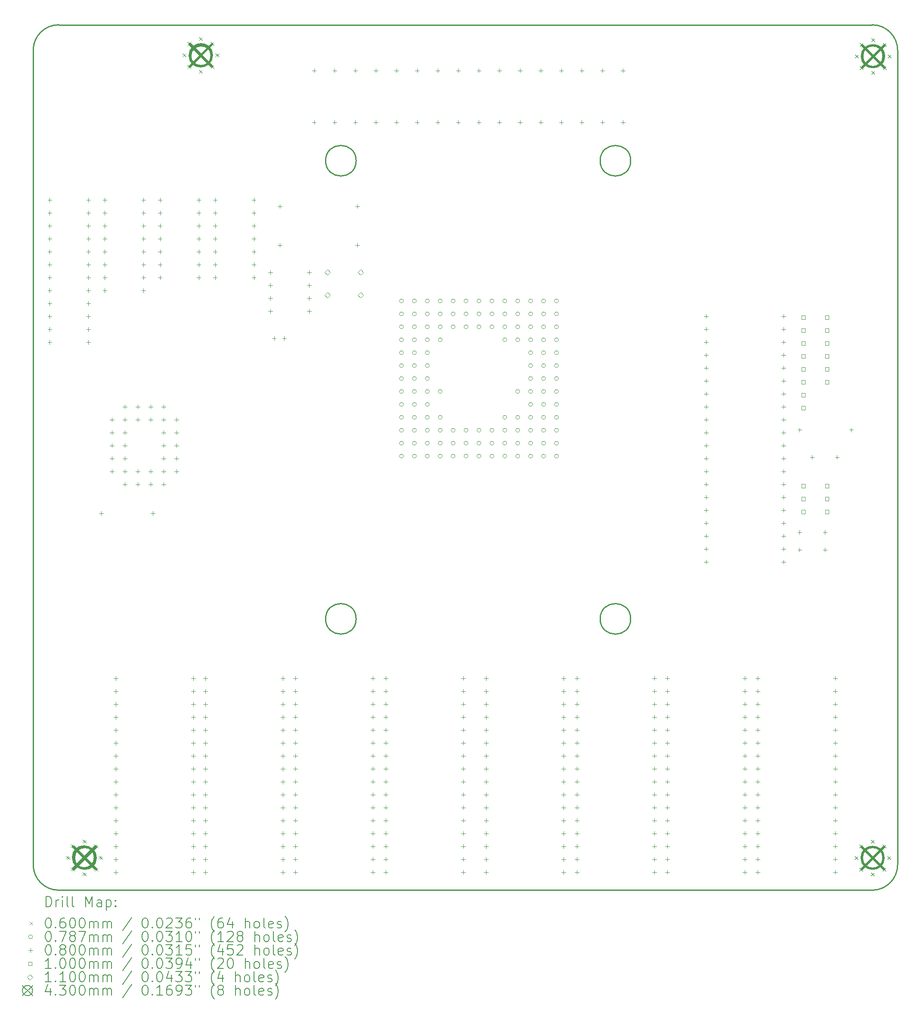
<source format=gbr>
%TF.GenerationSoftware,KiCad,Pcbnew,7.0.10*%
%TF.CreationDate,2024-01-18T14:13:56+02:00*%
%TF.ProjectId,jox030,6a6f7830-3330-42e6-9b69-6361645f7063,rev?*%
%TF.SameCoordinates,Original*%
%TF.FileFunction,Drillmap*%
%TF.FilePolarity,Positive*%
%FSLAX45Y45*%
G04 Gerber Fmt 4.5, Leading zero omitted, Abs format (unit mm)*
G04 Created by KiCad (PCBNEW 7.0.10) date 2024-01-18 14:13:56*
%MOMM*%
%LPD*%
G01*
G04 APERTURE LIST*
%ADD10C,0.250000*%
%ADD11C,0.200000*%
%ADD12C,0.100000*%
%ADD13C,0.110000*%
%ADD14C,0.430000*%
G04 APERTURE END LIST*
D10*
X7849158Y-4059042D02*
G75*
G03*
X7249158Y-4059042I-300000J0D01*
G01*
X7249158Y-4059042D02*
G75*
G03*
X7849158Y-4059042I300000J0D01*
G01*
X1999158Y-1389042D02*
G75*
G03*
X1499158Y-1889042I0J-500000D01*
G01*
X18212358Y-2006042D02*
G75*
G03*
X17805958Y-2006042I-203200J0D01*
G01*
X17805958Y-2006042D02*
G75*
G03*
X18212358Y-2006042I203200J0D01*
G01*
X13249158Y-4059042D02*
G75*
G03*
X12649158Y-4059042I-300000J0D01*
G01*
X12649158Y-4059042D02*
G75*
G03*
X13249158Y-4059042I300000J0D01*
G01*
X5004358Y-2006042D02*
G75*
G03*
X4597958Y-2006042I-203200J0D01*
G01*
X4597958Y-2006042D02*
G75*
G03*
X5004358Y-2006042I203200J0D01*
G01*
X7849158Y-13059042D02*
G75*
G03*
X7249158Y-13059042I-300000J0D01*
G01*
X7249158Y-13059042D02*
G75*
G03*
X7849158Y-13059042I300000J0D01*
G01*
X18499158Y-1889042D02*
G75*
G03*
X17999158Y-1389042I-499990J10D01*
G01*
X18499158Y-17889042D02*
X18499158Y-1889042D01*
X1499158Y-17889042D02*
G75*
G03*
X1999158Y-18389042I500000J0D01*
G01*
X17999158Y-1389042D02*
X1999158Y-1389042D01*
X17999158Y-18389042D02*
G75*
G03*
X18499158Y-17889042I0J500000D01*
G01*
X18212358Y-17754042D02*
G75*
G03*
X17805958Y-17754042I-203200J0D01*
G01*
X17805958Y-17754042D02*
G75*
G03*
X18212358Y-17754042I203200J0D01*
G01*
X1499158Y-1889042D02*
X1499158Y-17889042D01*
X2718358Y-17754042D02*
G75*
G03*
X2311958Y-17754042I-203200J0D01*
G01*
X2311958Y-17754042D02*
G75*
G03*
X2718358Y-17754042I203200J0D01*
G01*
X1999158Y-18389042D02*
X17999158Y-18389042D01*
X13249158Y-13059042D02*
G75*
G03*
X12649158Y-13059042I-300000J0D01*
G01*
X12649158Y-13059042D02*
G75*
G03*
X13249158Y-13059042I300000J0D01*
G01*
D11*
D12*
X2142742Y-17713958D02*
X2202742Y-17773958D01*
X2202742Y-17713958D02*
X2142742Y-17773958D01*
X2162658Y-17724042D02*
X2222658Y-17784042D01*
X2222658Y-17724042D02*
X2162658Y-17784042D01*
X2237200Y-17485916D02*
X2297200Y-17545916D01*
X2297200Y-17485916D02*
X2237200Y-17545916D01*
X2237200Y-17942000D02*
X2297200Y-18002000D01*
X2297200Y-17942000D02*
X2237200Y-18002000D01*
X2257116Y-17496000D02*
X2317116Y-17556000D01*
X2317116Y-17496000D02*
X2257116Y-17556000D01*
X2257116Y-17952084D02*
X2317116Y-18012084D01*
X2317116Y-17952084D02*
X2257116Y-18012084D01*
X2465242Y-17391458D02*
X2525242Y-17451458D01*
X2525242Y-17391458D02*
X2465242Y-17451458D01*
X2465242Y-18036458D02*
X2525242Y-18096458D01*
X2525242Y-18036458D02*
X2465242Y-18096458D01*
X2485158Y-17401542D02*
X2545158Y-17461542D01*
X2545158Y-17401542D02*
X2485158Y-17461542D01*
X2485158Y-18046542D02*
X2545158Y-18106542D01*
X2545158Y-18046542D02*
X2485158Y-18106542D01*
X2693284Y-17485916D02*
X2753284Y-17545916D01*
X2753284Y-17485916D02*
X2693284Y-17545916D01*
X2693284Y-17942000D02*
X2753284Y-18002000D01*
X2753284Y-17942000D02*
X2693284Y-18002000D01*
X2713200Y-17496000D02*
X2773200Y-17556000D01*
X2773200Y-17496000D02*
X2713200Y-17556000D01*
X2713200Y-17952084D02*
X2773200Y-18012084D01*
X2773200Y-17952084D02*
X2713200Y-18012084D01*
X2787742Y-17713958D02*
X2847742Y-17773958D01*
X2847742Y-17713958D02*
X2787742Y-17773958D01*
X2807658Y-17724042D02*
X2867658Y-17784042D01*
X2867658Y-17724042D02*
X2807658Y-17784042D01*
X4437200Y-1962000D02*
X4497200Y-2022000D01*
X4497200Y-1962000D02*
X4437200Y-2022000D01*
X4446658Y-1953958D02*
X4506658Y-2013958D01*
X4506658Y-1953958D02*
X4446658Y-2013958D01*
X4531658Y-1733958D02*
X4591658Y-1793958D01*
X4591658Y-1733958D02*
X4531658Y-1793958D01*
X4531658Y-2190042D02*
X4591658Y-2250042D01*
X4591658Y-2190042D02*
X4531658Y-2250042D01*
X4541116Y-1725916D02*
X4601116Y-1785916D01*
X4601116Y-1725916D02*
X4541116Y-1785916D01*
X4541116Y-2182000D02*
X4601116Y-2242000D01*
X4601116Y-2182000D02*
X4541116Y-2242000D01*
X4759700Y-1639500D02*
X4819700Y-1699500D01*
X4819700Y-1639500D02*
X4759700Y-1699500D01*
X4759700Y-2284500D02*
X4819700Y-2344500D01*
X4819700Y-2284500D02*
X4759700Y-2344500D01*
X4769158Y-1631458D02*
X4829158Y-1691458D01*
X4829158Y-1631458D02*
X4769158Y-1691458D01*
X4769158Y-2276458D02*
X4829158Y-2336458D01*
X4829158Y-2276458D02*
X4769158Y-2336458D01*
X4987742Y-1733958D02*
X5047742Y-1793958D01*
X5047742Y-1733958D02*
X4987742Y-1793958D01*
X4987742Y-2190042D02*
X5047742Y-2250042D01*
X5047742Y-2190042D02*
X4987742Y-2250042D01*
X4997200Y-1725916D02*
X5057200Y-1785916D01*
X5057200Y-1725916D02*
X4997200Y-1785916D01*
X4997200Y-2182000D02*
X5057200Y-2242000D01*
X5057200Y-2182000D02*
X4997200Y-2242000D01*
X5082200Y-1962000D02*
X5142200Y-2022000D01*
X5142200Y-1962000D02*
X5082200Y-2022000D01*
X5091658Y-1953958D02*
X5151658Y-2013958D01*
X5151658Y-1953958D02*
X5091658Y-2013958D01*
X17652200Y-17722000D02*
X17712200Y-17782000D01*
X17712200Y-17722000D02*
X17652200Y-17782000D01*
X17656658Y-1976722D02*
X17716658Y-2036722D01*
X17716658Y-1976722D02*
X17656658Y-2036722D01*
X17656658Y-17724042D02*
X17716658Y-17784042D01*
X17716658Y-17724042D02*
X17656658Y-17784042D01*
X17666658Y-1973958D02*
X17726658Y-2033958D01*
X17726658Y-1973958D02*
X17666658Y-2033958D01*
X17746658Y-17493958D02*
X17806658Y-17553958D01*
X17806658Y-17493958D02*
X17746658Y-17553958D01*
X17746658Y-17950042D02*
X17806658Y-18010042D01*
X17806658Y-17950042D02*
X17746658Y-18010042D01*
X17751116Y-1748680D02*
X17811116Y-1808680D01*
X17811116Y-1748680D02*
X17751116Y-1808680D01*
X17751116Y-2204764D02*
X17811116Y-2264764D01*
X17811116Y-2204764D02*
X17751116Y-2264764D01*
X17751116Y-17496000D02*
X17811116Y-17556000D01*
X17811116Y-17496000D02*
X17751116Y-17556000D01*
X17751116Y-17952084D02*
X17811116Y-18012084D01*
X17811116Y-17952084D02*
X17751116Y-18012084D01*
X17761116Y-1745916D02*
X17821116Y-1805916D01*
X17821116Y-1745916D02*
X17761116Y-1805916D01*
X17761116Y-2202000D02*
X17821116Y-2262000D01*
X17821116Y-2202000D02*
X17761116Y-2262000D01*
X17974700Y-17399500D02*
X18034700Y-17459500D01*
X18034700Y-17399500D02*
X17974700Y-17459500D01*
X17974700Y-18044500D02*
X18034700Y-18104500D01*
X18034700Y-18044500D02*
X17974700Y-18104500D01*
X17979158Y-1654222D02*
X18039158Y-1714222D01*
X18039158Y-1654222D02*
X17979158Y-1714222D01*
X17979158Y-2299222D02*
X18039158Y-2359222D01*
X18039158Y-2299222D02*
X17979158Y-2359222D01*
X17979158Y-17401542D02*
X18039158Y-17461542D01*
X18039158Y-17401542D02*
X17979158Y-17461542D01*
X17979158Y-18046542D02*
X18039158Y-18106542D01*
X18039158Y-18046542D02*
X17979158Y-18106542D01*
X17989158Y-1651458D02*
X18049158Y-1711458D01*
X18049158Y-1651458D02*
X17989158Y-1711458D01*
X17989158Y-2296458D02*
X18049158Y-2356458D01*
X18049158Y-2296458D02*
X17989158Y-2356458D01*
X18202742Y-17493958D02*
X18262742Y-17553958D01*
X18262742Y-17493958D02*
X18202742Y-17553958D01*
X18202742Y-17950042D02*
X18262742Y-18010042D01*
X18262742Y-17950042D02*
X18202742Y-18010042D01*
X18207200Y-1748680D02*
X18267200Y-1808680D01*
X18267200Y-1748680D02*
X18207200Y-1808680D01*
X18207200Y-2204764D02*
X18267200Y-2264764D01*
X18267200Y-2204764D02*
X18207200Y-2264764D01*
X18207200Y-17496000D02*
X18267200Y-17556000D01*
X18267200Y-17496000D02*
X18207200Y-17556000D01*
X18207200Y-17952084D02*
X18267200Y-18012084D01*
X18267200Y-17952084D02*
X18207200Y-18012084D01*
X18217200Y-1745916D02*
X18277200Y-1805916D01*
X18277200Y-1745916D02*
X18217200Y-1805916D01*
X18217200Y-2202000D02*
X18277200Y-2262000D01*
X18277200Y-2202000D02*
X18217200Y-2262000D01*
X18297200Y-17722000D02*
X18357200Y-17782000D01*
X18357200Y-17722000D02*
X18297200Y-17782000D01*
X18301658Y-1976722D02*
X18361658Y-2036722D01*
X18361658Y-1976722D02*
X18301658Y-2036722D01*
X18301658Y-17724042D02*
X18361658Y-17784042D01*
X18361658Y-17724042D02*
X18301658Y-17784042D01*
X18311658Y-1973958D02*
X18371658Y-2033958D01*
X18371658Y-1973958D02*
X18311658Y-2033958D01*
X8780570Y-6814000D02*
G75*
G03*
X8701830Y-6814000I-39370J0D01*
G01*
X8701830Y-6814000D02*
G75*
G03*
X8780570Y-6814000I39370J0D01*
G01*
X8780570Y-7068000D02*
G75*
G03*
X8701830Y-7068000I-39370J0D01*
G01*
X8701830Y-7068000D02*
G75*
G03*
X8780570Y-7068000I39370J0D01*
G01*
X8780570Y-7322000D02*
G75*
G03*
X8701830Y-7322000I-39370J0D01*
G01*
X8701830Y-7322000D02*
G75*
G03*
X8780570Y-7322000I39370J0D01*
G01*
X8780570Y-7576000D02*
G75*
G03*
X8701830Y-7576000I-39370J0D01*
G01*
X8701830Y-7576000D02*
G75*
G03*
X8780570Y-7576000I39370J0D01*
G01*
X8780570Y-7830000D02*
G75*
G03*
X8701830Y-7830000I-39370J0D01*
G01*
X8701830Y-7830000D02*
G75*
G03*
X8780570Y-7830000I39370J0D01*
G01*
X8780570Y-8084000D02*
G75*
G03*
X8701830Y-8084000I-39370J0D01*
G01*
X8701830Y-8084000D02*
G75*
G03*
X8780570Y-8084000I39370J0D01*
G01*
X8780570Y-8338000D02*
G75*
G03*
X8701830Y-8338000I-39370J0D01*
G01*
X8701830Y-8338000D02*
G75*
G03*
X8780570Y-8338000I39370J0D01*
G01*
X8780570Y-8592000D02*
G75*
G03*
X8701830Y-8592000I-39370J0D01*
G01*
X8701830Y-8592000D02*
G75*
G03*
X8780570Y-8592000I39370J0D01*
G01*
X8780570Y-8846000D02*
G75*
G03*
X8701830Y-8846000I-39370J0D01*
G01*
X8701830Y-8846000D02*
G75*
G03*
X8780570Y-8846000I39370J0D01*
G01*
X8780570Y-9100000D02*
G75*
G03*
X8701830Y-9100000I-39370J0D01*
G01*
X8701830Y-9100000D02*
G75*
G03*
X8780570Y-9100000I39370J0D01*
G01*
X8780570Y-9354000D02*
G75*
G03*
X8701830Y-9354000I-39370J0D01*
G01*
X8701830Y-9354000D02*
G75*
G03*
X8780570Y-9354000I39370J0D01*
G01*
X8780570Y-9608000D02*
G75*
G03*
X8701830Y-9608000I-39370J0D01*
G01*
X8701830Y-9608000D02*
G75*
G03*
X8780570Y-9608000I39370J0D01*
G01*
X8780570Y-9862000D02*
G75*
G03*
X8701830Y-9862000I-39370J0D01*
G01*
X8701830Y-9862000D02*
G75*
G03*
X8780570Y-9862000I39370J0D01*
G01*
X9034570Y-6814000D02*
G75*
G03*
X8955830Y-6814000I-39370J0D01*
G01*
X8955830Y-6814000D02*
G75*
G03*
X9034570Y-6814000I39370J0D01*
G01*
X9034570Y-7068000D02*
G75*
G03*
X8955830Y-7068000I-39370J0D01*
G01*
X8955830Y-7068000D02*
G75*
G03*
X9034570Y-7068000I39370J0D01*
G01*
X9034570Y-7322000D02*
G75*
G03*
X8955830Y-7322000I-39370J0D01*
G01*
X8955830Y-7322000D02*
G75*
G03*
X9034570Y-7322000I39370J0D01*
G01*
X9034570Y-7576000D02*
G75*
G03*
X8955830Y-7576000I-39370J0D01*
G01*
X8955830Y-7576000D02*
G75*
G03*
X9034570Y-7576000I39370J0D01*
G01*
X9034570Y-7830000D02*
G75*
G03*
X8955830Y-7830000I-39370J0D01*
G01*
X8955830Y-7830000D02*
G75*
G03*
X9034570Y-7830000I39370J0D01*
G01*
X9034570Y-8084000D02*
G75*
G03*
X8955830Y-8084000I-39370J0D01*
G01*
X8955830Y-8084000D02*
G75*
G03*
X9034570Y-8084000I39370J0D01*
G01*
X9034570Y-8338000D02*
G75*
G03*
X8955830Y-8338000I-39370J0D01*
G01*
X8955830Y-8338000D02*
G75*
G03*
X9034570Y-8338000I39370J0D01*
G01*
X9034570Y-8592000D02*
G75*
G03*
X8955830Y-8592000I-39370J0D01*
G01*
X8955830Y-8592000D02*
G75*
G03*
X9034570Y-8592000I39370J0D01*
G01*
X9034570Y-8846000D02*
G75*
G03*
X8955830Y-8846000I-39370J0D01*
G01*
X8955830Y-8846000D02*
G75*
G03*
X9034570Y-8846000I39370J0D01*
G01*
X9034570Y-9100000D02*
G75*
G03*
X8955830Y-9100000I-39370J0D01*
G01*
X8955830Y-9100000D02*
G75*
G03*
X9034570Y-9100000I39370J0D01*
G01*
X9034570Y-9354000D02*
G75*
G03*
X8955830Y-9354000I-39370J0D01*
G01*
X8955830Y-9354000D02*
G75*
G03*
X9034570Y-9354000I39370J0D01*
G01*
X9034570Y-9608000D02*
G75*
G03*
X8955830Y-9608000I-39370J0D01*
G01*
X8955830Y-9608000D02*
G75*
G03*
X9034570Y-9608000I39370J0D01*
G01*
X9034570Y-9862000D02*
G75*
G03*
X8955830Y-9862000I-39370J0D01*
G01*
X8955830Y-9862000D02*
G75*
G03*
X9034570Y-9862000I39370J0D01*
G01*
X9288570Y-6814000D02*
G75*
G03*
X9209830Y-6814000I-39370J0D01*
G01*
X9209830Y-6814000D02*
G75*
G03*
X9288570Y-6814000I39370J0D01*
G01*
X9288570Y-7068000D02*
G75*
G03*
X9209830Y-7068000I-39370J0D01*
G01*
X9209830Y-7068000D02*
G75*
G03*
X9288570Y-7068000I39370J0D01*
G01*
X9288570Y-7322000D02*
G75*
G03*
X9209830Y-7322000I-39370J0D01*
G01*
X9209830Y-7322000D02*
G75*
G03*
X9288570Y-7322000I39370J0D01*
G01*
X9288570Y-7576000D02*
G75*
G03*
X9209830Y-7576000I-39370J0D01*
G01*
X9209830Y-7576000D02*
G75*
G03*
X9288570Y-7576000I39370J0D01*
G01*
X9288570Y-7830000D02*
G75*
G03*
X9209830Y-7830000I-39370J0D01*
G01*
X9209830Y-7830000D02*
G75*
G03*
X9288570Y-7830000I39370J0D01*
G01*
X9288570Y-8084000D02*
G75*
G03*
X9209830Y-8084000I-39370J0D01*
G01*
X9209830Y-8084000D02*
G75*
G03*
X9288570Y-8084000I39370J0D01*
G01*
X9288570Y-8338000D02*
G75*
G03*
X9209830Y-8338000I-39370J0D01*
G01*
X9209830Y-8338000D02*
G75*
G03*
X9288570Y-8338000I39370J0D01*
G01*
X9288570Y-8592000D02*
G75*
G03*
X9209830Y-8592000I-39370J0D01*
G01*
X9209830Y-8592000D02*
G75*
G03*
X9288570Y-8592000I39370J0D01*
G01*
X9288570Y-8846000D02*
G75*
G03*
X9209830Y-8846000I-39370J0D01*
G01*
X9209830Y-8846000D02*
G75*
G03*
X9288570Y-8846000I39370J0D01*
G01*
X9288570Y-9100000D02*
G75*
G03*
X9209830Y-9100000I-39370J0D01*
G01*
X9209830Y-9100000D02*
G75*
G03*
X9288570Y-9100000I39370J0D01*
G01*
X9288570Y-9354000D02*
G75*
G03*
X9209830Y-9354000I-39370J0D01*
G01*
X9209830Y-9354000D02*
G75*
G03*
X9288570Y-9354000I39370J0D01*
G01*
X9288570Y-9608000D02*
G75*
G03*
X9209830Y-9608000I-39370J0D01*
G01*
X9209830Y-9608000D02*
G75*
G03*
X9288570Y-9608000I39370J0D01*
G01*
X9288570Y-9862000D02*
G75*
G03*
X9209830Y-9862000I-39370J0D01*
G01*
X9209830Y-9862000D02*
G75*
G03*
X9288570Y-9862000I39370J0D01*
G01*
X9542570Y-6814000D02*
G75*
G03*
X9463830Y-6814000I-39370J0D01*
G01*
X9463830Y-6814000D02*
G75*
G03*
X9542570Y-6814000I39370J0D01*
G01*
X9542570Y-7068000D02*
G75*
G03*
X9463830Y-7068000I-39370J0D01*
G01*
X9463830Y-7068000D02*
G75*
G03*
X9542570Y-7068000I39370J0D01*
G01*
X9542570Y-7322000D02*
G75*
G03*
X9463830Y-7322000I-39370J0D01*
G01*
X9463830Y-7322000D02*
G75*
G03*
X9542570Y-7322000I39370J0D01*
G01*
X9542570Y-7576000D02*
G75*
G03*
X9463830Y-7576000I-39370J0D01*
G01*
X9463830Y-7576000D02*
G75*
G03*
X9542570Y-7576000I39370J0D01*
G01*
X9542570Y-8592000D02*
G75*
G03*
X9463830Y-8592000I-39370J0D01*
G01*
X9463830Y-8592000D02*
G75*
G03*
X9542570Y-8592000I39370J0D01*
G01*
X9542570Y-9100000D02*
G75*
G03*
X9463830Y-9100000I-39370J0D01*
G01*
X9463830Y-9100000D02*
G75*
G03*
X9542570Y-9100000I39370J0D01*
G01*
X9542570Y-9354000D02*
G75*
G03*
X9463830Y-9354000I-39370J0D01*
G01*
X9463830Y-9354000D02*
G75*
G03*
X9542570Y-9354000I39370J0D01*
G01*
X9542570Y-9608000D02*
G75*
G03*
X9463830Y-9608000I-39370J0D01*
G01*
X9463830Y-9608000D02*
G75*
G03*
X9542570Y-9608000I39370J0D01*
G01*
X9542570Y-9862000D02*
G75*
G03*
X9463830Y-9862000I-39370J0D01*
G01*
X9463830Y-9862000D02*
G75*
G03*
X9542570Y-9862000I39370J0D01*
G01*
X9796570Y-6814000D02*
G75*
G03*
X9717830Y-6814000I-39370J0D01*
G01*
X9717830Y-6814000D02*
G75*
G03*
X9796570Y-6814000I39370J0D01*
G01*
X9796570Y-7068000D02*
G75*
G03*
X9717830Y-7068000I-39370J0D01*
G01*
X9717830Y-7068000D02*
G75*
G03*
X9796570Y-7068000I39370J0D01*
G01*
X9796570Y-7322000D02*
G75*
G03*
X9717830Y-7322000I-39370J0D01*
G01*
X9717830Y-7322000D02*
G75*
G03*
X9796570Y-7322000I39370J0D01*
G01*
X9796570Y-9354000D02*
G75*
G03*
X9717830Y-9354000I-39370J0D01*
G01*
X9717830Y-9354000D02*
G75*
G03*
X9796570Y-9354000I39370J0D01*
G01*
X9796570Y-9608000D02*
G75*
G03*
X9717830Y-9608000I-39370J0D01*
G01*
X9717830Y-9608000D02*
G75*
G03*
X9796570Y-9608000I39370J0D01*
G01*
X9796570Y-9862000D02*
G75*
G03*
X9717830Y-9862000I-39370J0D01*
G01*
X9717830Y-9862000D02*
G75*
G03*
X9796570Y-9862000I39370J0D01*
G01*
X10050570Y-6814000D02*
G75*
G03*
X9971830Y-6814000I-39370J0D01*
G01*
X9971830Y-6814000D02*
G75*
G03*
X10050570Y-6814000I39370J0D01*
G01*
X10050570Y-7068000D02*
G75*
G03*
X9971830Y-7068000I-39370J0D01*
G01*
X9971830Y-7068000D02*
G75*
G03*
X10050570Y-7068000I39370J0D01*
G01*
X10050570Y-7322000D02*
G75*
G03*
X9971830Y-7322000I-39370J0D01*
G01*
X9971830Y-7322000D02*
G75*
G03*
X10050570Y-7322000I39370J0D01*
G01*
X10050570Y-9354000D02*
G75*
G03*
X9971830Y-9354000I-39370J0D01*
G01*
X9971830Y-9354000D02*
G75*
G03*
X10050570Y-9354000I39370J0D01*
G01*
X10050570Y-9608000D02*
G75*
G03*
X9971830Y-9608000I-39370J0D01*
G01*
X9971830Y-9608000D02*
G75*
G03*
X10050570Y-9608000I39370J0D01*
G01*
X10050570Y-9862000D02*
G75*
G03*
X9971830Y-9862000I-39370J0D01*
G01*
X9971830Y-9862000D02*
G75*
G03*
X10050570Y-9862000I39370J0D01*
G01*
X10304570Y-6814000D02*
G75*
G03*
X10225830Y-6814000I-39370J0D01*
G01*
X10225830Y-6814000D02*
G75*
G03*
X10304570Y-6814000I39370J0D01*
G01*
X10304570Y-7068000D02*
G75*
G03*
X10225830Y-7068000I-39370J0D01*
G01*
X10225830Y-7068000D02*
G75*
G03*
X10304570Y-7068000I39370J0D01*
G01*
X10304570Y-7322000D02*
G75*
G03*
X10225830Y-7322000I-39370J0D01*
G01*
X10225830Y-7322000D02*
G75*
G03*
X10304570Y-7322000I39370J0D01*
G01*
X10304570Y-9354000D02*
G75*
G03*
X10225830Y-9354000I-39370J0D01*
G01*
X10225830Y-9354000D02*
G75*
G03*
X10304570Y-9354000I39370J0D01*
G01*
X10304570Y-9608000D02*
G75*
G03*
X10225830Y-9608000I-39370J0D01*
G01*
X10225830Y-9608000D02*
G75*
G03*
X10304570Y-9608000I39370J0D01*
G01*
X10304570Y-9862000D02*
G75*
G03*
X10225830Y-9862000I-39370J0D01*
G01*
X10225830Y-9862000D02*
G75*
G03*
X10304570Y-9862000I39370J0D01*
G01*
X10558570Y-6814000D02*
G75*
G03*
X10479830Y-6814000I-39370J0D01*
G01*
X10479830Y-6814000D02*
G75*
G03*
X10558570Y-6814000I39370J0D01*
G01*
X10558570Y-7068000D02*
G75*
G03*
X10479830Y-7068000I-39370J0D01*
G01*
X10479830Y-7068000D02*
G75*
G03*
X10558570Y-7068000I39370J0D01*
G01*
X10558570Y-7322000D02*
G75*
G03*
X10479830Y-7322000I-39370J0D01*
G01*
X10479830Y-7322000D02*
G75*
G03*
X10558570Y-7322000I39370J0D01*
G01*
X10558570Y-9354000D02*
G75*
G03*
X10479830Y-9354000I-39370J0D01*
G01*
X10479830Y-9354000D02*
G75*
G03*
X10558570Y-9354000I39370J0D01*
G01*
X10558570Y-9608000D02*
G75*
G03*
X10479830Y-9608000I-39370J0D01*
G01*
X10479830Y-9608000D02*
G75*
G03*
X10558570Y-9608000I39370J0D01*
G01*
X10558570Y-9862000D02*
G75*
G03*
X10479830Y-9862000I-39370J0D01*
G01*
X10479830Y-9862000D02*
G75*
G03*
X10558570Y-9862000I39370J0D01*
G01*
X10812570Y-6814000D02*
G75*
G03*
X10733830Y-6814000I-39370J0D01*
G01*
X10733830Y-6814000D02*
G75*
G03*
X10812570Y-6814000I39370J0D01*
G01*
X10812570Y-7068000D02*
G75*
G03*
X10733830Y-7068000I-39370J0D01*
G01*
X10733830Y-7068000D02*
G75*
G03*
X10812570Y-7068000I39370J0D01*
G01*
X10812570Y-7322000D02*
G75*
G03*
X10733830Y-7322000I-39370J0D01*
G01*
X10733830Y-7322000D02*
G75*
G03*
X10812570Y-7322000I39370J0D01*
G01*
X10812570Y-7576000D02*
G75*
G03*
X10733830Y-7576000I-39370J0D01*
G01*
X10733830Y-7576000D02*
G75*
G03*
X10812570Y-7576000I39370J0D01*
G01*
X10812570Y-9100000D02*
G75*
G03*
X10733830Y-9100000I-39370J0D01*
G01*
X10733830Y-9100000D02*
G75*
G03*
X10812570Y-9100000I39370J0D01*
G01*
X10812570Y-9354000D02*
G75*
G03*
X10733830Y-9354000I-39370J0D01*
G01*
X10733830Y-9354000D02*
G75*
G03*
X10812570Y-9354000I39370J0D01*
G01*
X10812570Y-9608000D02*
G75*
G03*
X10733830Y-9608000I-39370J0D01*
G01*
X10733830Y-9608000D02*
G75*
G03*
X10812570Y-9608000I39370J0D01*
G01*
X10812570Y-9862000D02*
G75*
G03*
X10733830Y-9862000I-39370J0D01*
G01*
X10733830Y-9862000D02*
G75*
G03*
X10812570Y-9862000I39370J0D01*
G01*
X11066570Y-6814000D02*
G75*
G03*
X10987830Y-6814000I-39370J0D01*
G01*
X10987830Y-6814000D02*
G75*
G03*
X11066570Y-6814000I39370J0D01*
G01*
X11066570Y-7068000D02*
G75*
G03*
X10987830Y-7068000I-39370J0D01*
G01*
X10987830Y-7068000D02*
G75*
G03*
X11066570Y-7068000I39370J0D01*
G01*
X11066570Y-7322000D02*
G75*
G03*
X10987830Y-7322000I-39370J0D01*
G01*
X10987830Y-7322000D02*
G75*
G03*
X11066570Y-7322000I39370J0D01*
G01*
X11066570Y-7576000D02*
G75*
G03*
X10987830Y-7576000I-39370J0D01*
G01*
X10987830Y-7576000D02*
G75*
G03*
X11066570Y-7576000I39370J0D01*
G01*
X11066570Y-8592000D02*
G75*
G03*
X10987830Y-8592000I-39370J0D01*
G01*
X10987830Y-8592000D02*
G75*
G03*
X11066570Y-8592000I39370J0D01*
G01*
X11066570Y-9100000D02*
G75*
G03*
X10987830Y-9100000I-39370J0D01*
G01*
X10987830Y-9100000D02*
G75*
G03*
X11066570Y-9100000I39370J0D01*
G01*
X11066570Y-9354000D02*
G75*
G03*
X10987830Y-9354000I-39370J0D01*
G01*
X10987830Y-9354000D02*
G75*
G03*
X11066570Y-9354000I39370J0D01*
G01*
X11066570Y-9608000D02*
G75*
G03*
X10987830Y-9608000I-39370J0D01*
G01*
X10987830Y-9608000D02*
G75*
G03*
X11066570Y-9608000I39370J0D01*
G01*
X11066570Y-9862000D02*
G75*
G03*
X10987830Y-9862000I-39370J0D01*
G01*
X10987830Y-9862000D02*
G75*
G03*
X11066570Y-9862000I39370J0D01*
G01*
X11320570Y-6814000D02*
G75*
G03*
X11241830Y-6814000I-39370J0D01*
G01*
X11241830Y-6814000D02*
G75*
G03*
X11320570Y-6814000I39370J0D01*
G01*
X11320570Y-7068000D02*
G75*
G03*
X11241830Y-7068000I-39370J0D01*
G01*
X11241830Y-7068000D02*
G75*
G03*
X11320570Y-7068000I39370J0D01*
G01*
X11320570Y-7322000D02*
G75*
G03*
X11241830Y-7322000I-39370J0D01*
G01*
X11241830Y-7322000D02*
G75*
G03*
X11320570Y-7322000I39370J0D01*
G01*
X11320570Y-7576000D02*
G75*
G03*
X11241830Y-7576000I-39370J0D01*
G01*
X11241830Y-7576000D02*
G75*
G03*
X11320570Y-7576000I39370J0D01*
G01*
X11320570Y-7830000D02*
G75*
G03*
X11241830Y-7830000I-39370J0D01*
G01*
X11241830Y-7830000D02*
G75*
G03*
X11320570Y-7830000I39370J0D01*
G01*
X11320570Y-8084000D02*
G75*
G03*
X11241830Y-8084000I-39370J0D01*
G01*
X11241830Y-8084000D02*
G75*
G03*
X11320570Y-8084000I39370J0D01*
G01*
X11320570Y-8338000D02*
G75*
G03*
X11241830Y-8338000I-39370J0D01*
G01*
X11241830Y-8338000D02*
G75*
G03*
X11320570Y-8338000I39370J0D01*
G01*
X11320570Y-8592000D02*
G75*
G03*
X11241830Y-8592000I-39370J0D01*
G01*
X11241830Y-8592000D02*
G75*
G03*
X11320570Y-8592000I39370J0D01*
G01*
X11320570Y-8846000D02*
G75*
G03*
X11241830Y-8846000I-39370J0D01*
G01*
X11241830Y-8846000D02*
G75*
G03*
X11320570Y-8846000I39370J0D01*
G01*
X11320570Y-9100000D02*
G75*
G03*
X11241830Y-9100000I-39370J0D01*
G01*
X11241830Y-9100000D02*
G75*
G03*
X11320570Y-9100000I39370J0D01*
G01*
X11320570Y-9354000D02*
G75*
G03*
X11241830Y-9354000I-39370J0D01*
G01*
X11241830Y-9354000D02*
G75*
G03*
X11320570Y-9354000I39370J0D01*
G01*
X11320570Y-9608000D02*
G75*
G03*
X11241830Y-9608000I-39370J0D01*
G01*
X11241830Y-9608000D02*
G75*
G03*
X11320570Y-9608000I39370J0D01*
G01*
X11320570Y-9862000D02*
G75*
G03*
X11241830Y-9862000I-39370J0D01*
G01*
X11241830Y-9862000D02*
G75*
G03*
X11320570Y-9862000I39370J0D01*
G01*
X11574570Y-6814000D02*
G75*
G03*
X11495830Y-6814000I-39370J0D01*
G01*
X11495830Y-6814000D02*
G75*
G03*
X11574570Y-6814000I39370J0D01*
G01*
X11574570Y-7068000D02*
G75*
G03*
X11495830Y-7068000I-39370J0D01*
G01*
X11495830Y-7068000D02*
G75*
G03*
X11574570Y-7068000I39370J0D01*
G01*
X11574570Y-7322000D02*
G75*
G03*
X11495830Y-7322000I-39370J0D01*
G01*
X11495830Y-7322000D02*
G75*
G03*
X11574570Y-7322000I39370J0D01*
G01*
X11574570Y-7576000D02*
G75*
G03*
X11495830Y-7576000I-39370J0D01*
G01*
X11495830Y-7576000D02*
G75*
G03*
X11574570Y-7576000I39370J0D01*
G01*
X11574570Y-7830000D02*
G75*
G03*
X11495830Y-7830000I-39370J0D01*
G01*
X11495830Y-7830000D02*
G75*
G03*
X11574570Y-7830000I39370J0D01*
G01*
X11574570Y-8084000D02*
G75*
G03*
X11495830Y-8084000I-39370J0D01*
G01*
X11495830Y-8084000D02*
G75*
G03*
X11574570Y-8084000I39370J0D01*
G01*
X11574570Y-8338000D02*
G75*
G03*
X11495830Y-8338000I-39370J0D01*
G01*
X11495830Y-8338000D02*
G75*
G03*
X11574570Y-8338000I39370J0D01*
G01*
X11574570Y-8592000D02*
G75*
G03*
X11495830Y-8592000I-39370J0D01*
G01*
X11495830Y-8592000D02*
G75*
G03*
X11574570Y-8592000I39370J0D01*
G01*
X11574570Y-8846000D02*
G75*
G03*
X11495830Y-8846000I-39370J0D01*
G01*
X11495830Y-8846000D02*
G75*
G03*
X11574570Y-8846000I39370J0D01*
G01*
X11574570Y-9100000D02*
G75*
G03*
X11495830Y-9100000I-39370J0D01*
G01*
X11495830Y-9100000D02*
G75*
G03*
X11574570Y-9100000I39370J0D01*
G01*
X11574570Y-9354000D02*
G75*
G03*
X11495830Y-9354000I-39370J0D01*
G01*
X11495830Y-9354000D02*
G75*
G03*
X11574570Y-9354000I39370J0D01*
G01*
X11574570Y-9608000D02*
G75*
G03*
X11495830Y-9608000I-39370J0D01*
G01*
X11495830Y-9608000D02*
G75*
G03*
X11574570Y-9608000I39370J0D01*
G01*
X11574570Y-9862000D02*
G75*
G03*
X11495830Y-9862000I-39370J0D01*
G01*
X11495830Y-9862000D02*
G75*
G03*
X11574570Y-9862000I39370J0D01*
G01*
X11828570Y-6814000D02*
G75*
G03*
X11749830Y-6814000I-39370J0D01*
G01*
X11749830Y-6814000D02*
G75*
G03*
X11828570Y-6814000I39370J0D01*
G01*
X11828570Y-7068000D02*
G75*
G03*
X11749830Y-7068000I-39370J0D01*
G01*
X11749830Y-7068000D02*
G75*
G03*
X11828570Y-7068000I39370J0D01*
G01*
X11828570Y-7322000D02*
G75*
G03*
X11749830Y-7322000I-39370J0D01*
G01*
X11749830Y-7322000D02*
G75*
G03*
X11828570Y-7322000I39370J0D01*
G01*
X11828570Y-7576000D02*
G75*
G03*
X11749830Y-7576000I-39370J0D01*
G01*
X11749830Y-7576000D02*
G75*
G03*
X11828570Y-7576000I39370J0D01*
G01*
X11828570Y-7830000D02*
G75*
G03*
X11749830Y-7830000I-39370J0D01*
G01*
X11749830Y-7830000D02*
G75*
G03*
X11828570Y-7830000I39370J0D01*
G01*
X11828570Y-8084000D02*
G75*
G03*
X11749830Y-8084000I-39370J0D01*
G01*
X11749830Y-8084000D02*
G75*
G03*
X11828570Y-8084000I39370J0D01*
G01*
X11828570Y-8338000D02*
G75*
G03*
X11749830Y-8338000I-39370J0D01*
G01*
X11749830Y-8338000D02*
G75*
G03*
X11828570Y-8338000I39370J0D01*
G01*
X11828570Y-8592000D02*
G75*
G03*
X11749830Y-8592000I-39370J0D01*
G01*
X11749830Y-8592000D02*
G75*
G03*
X11828570Y-8592000I39370J0D01*
G01*
X11828570Y-8846000D02*
G75*
G03*
X11749830Y-8846000I-39370J0D01*
G01*
X11749830Y-8846000D02*
G75*
G03*
X11828570Y-8846000I39370J0D01*
G01*
X11828570Y-9100000D02*
G75*
G03*
X11749830Y-9100000I-39370J0D01*
G01*
X11749830Y-9100000D02*
G75*
G03*
X11828570Y-9100000I39370J0D01*
G01*
X11828570Y-9354000D02*
G75*
G03*
X11749830Y-9354000I-39370J0D01*
G01*
X11749830Y-9354000D02*
G75*
G03*
X11828570Y-9354000I39370J0D01*
G01*
X11828570Y-9608000D02*
G75*
G03*
X11749830Y-9608000I-39370J0D01*
G01*
X11749830Y-9608000D02*
G75*
G03*
X11828570Y-9608000I39370J0D01*
G01*
X11828570Y-9862000D02*
G75*
G03*
X11749830Y-9862000I-39370J0D01*
G01*
X11749830Y-9862000D02*
G75*
G03*
X11828570Y-9862000I39370J0D01*
G01*
X1822000Y-4789000D02*
X1822000Y-4869000D01*
X1782000Y-4829000D02*
X1862000Y-4829000D01*
X1822000Y-5043000D02*
X1822000Y-5123000D01*
X1782000Y-5083000D02*
X1862000Y-5083000D01*
X1822000Y-5297000D02*
X1822000Y-5377000D01*
X1782000Y-5337000D02*
X1862000Y-5337000D01*
X1822000Y-5551000D02*
X1822000Y-5631000D01*
X1782000Y-5591000D02*
X1862000Y-5591000D01*
X1822000Y-5805000D02*
X1822000Y-5885000D01*
X1782000Y-5845000D02*
X1862000Y-5845000D01*
X1822000Y-6059000D02*
X1822000Y-6139000D01*
X1782000Y-6099000D02*
X1862000Y-6099000D01*
X1822000Y-6313000D02*
X1822000Y-6393000D01*
X1782000Y-6353000D02*
X1862000Y-6353000D01*
X1822000Y-6567000D02*
X1822000Y-6647000D01*
X1782000Y-6607000D02*
X1862000Y-6607000D01*
X1822000Y-6821000D02*
X1822000Y-6901000D01*
X1782000Y-6861000D02*
X1862000Y-6861000D01*
X1822000Y-7075000D02*
X1822000Y-7155000D01*
X1782000Y-7115000D02*
X1862000Y-7115000D01*
X1822000Y-7329000D02*
X1822000Y-7409000D01*
X1782000Y-7369000D02*
X1862000Y-7369000D01*
X1822000Y-7583000D02*
X1822000Y-7663000D01*
X1782000Y-7623000D02*
X1862000Y-7623000D01*
X2584000Y-4789000D02*
X2584000Y-4869000D01*
X2544000Y-4829000D02*
X2624000Y-4829000D01*
X2584000Y-5043000D02*
X2584000Y-5123000D01*
X2544000Y-5083000D02*
X2624000Y-5083000D01*
X2584000Y-5297000D02*
X2584000Y-5377000D01*
X2544000Y-5337000D02*
X2624000Y-5337000D01*
X2584000Y-5551000D02*
X2584000Y-5631000D01*
X2544000Y-5591000D02*
X2624000Y-5591000D01*
X2584000Y-5805000D02*
X2584000Y-5885000D01*
X2544000Y-5845000D02*
X2624000Y-5845000D01*
X2584000Y-6059000D02*
X2584000Y-6139000D01*
X2544000Y-6099000D02*
X2624000Y-6099000D01*
X2584000Y-6313000D02*
X2584000Y-6393000D01*
X2544000Y-6353000D02*
X2624000Y-6353000D01*
X2584000Y-6567000D02*
X2584000Y-6647000D01*
X2544000Y-6607000D02*
X2624000Y-6607000D01*
X2584000Y-6821000D02*
X2584000Y-6901000D01*
X2544000Y-6861000D02*
X2624000Y-6861000D01*
X2584000Y-7075000D02*
X2584000Y-7155000D01*
X2544000Y-7115000D02*
X2624000Y-7115000D01*
X2584000Y-7329000D02*
X2584000Y-7409000D01*
X2544000Y-7369000D02*
X2624000Y-7369000D01*
X2584000Y-7583000D02*
X2584000Y-7663000D01*
X2544000Y-7623000D02*
X2624000Y-7623000D01*
X2835000Y-10947000D02*
X2835000Y-11027000D01*
X2795000Y-10987000D02*
X2875000Y-10987000D01*
X2907000Y-4789000D02*
X2907000Y-4869000D01*
X2867000Y-4829000D02*
X2947000Y-4829000D01*
X2907000Y-5043000D02*
X2907000Y-5123000D01*
X2867000Y-5083000D02*
X2947000Y-5083000D01*
X2907000Y-5297000D02*
X2907000Y-5377000D01*
X2867000Y-5337000D02*
X2947000Y-5337000D01*
X2907000Y-5551000D02*
X2907000Y-5631000D01*
X2867000Y-5591000D02*
X2947000Y-5591000D01*
X2907000Y-5805000D02*
X2907000Y-5885000D01*
X2867000Y-5845000D02*
X2947000Y-5845000D01*
X2907000Y-6059000D02*
X2907000Y-6139000D01*
X2867000Y-6099000D02*
X2947000Y-6099000D01*
X2907000Y-6313000D02*
X2907000Y-6393000D01*
X2867000Y-6353000D02*
X2947000Y-6353000D01*
X2907000Y-6567000D02*
X2907000Y-6647000D01*
X2867000Y-6607000D02*
X2947000Y-6607000D01*
X3048000Y-9104000D02*
X3048000Y-9184000D01*
X3008000Y-9144000D02*
X3088000Y-9144000D01*
X3048000Y-9358000D02*
X3048000Y-9438000D01*
X3008000Y-9398000D02*
X3088000Y-9398000D01*
X3048000Y-9612000D02*
X3048000Y-9692000D01*
X3008000Y-9652000D02*
X3088000Y-9652000D01*
X3048000Y-9866000D02*
X3048000Y-9946000D01*
X3008000Y-9906000D02*
X3088000Y-9906000D01*
X3048000Y-10120000D02*
X3048000Y-10200000D01*
X3008000Y-10160000D02*
X3088000Y-10160000D01*
X3124200Y-14189600D02*
X3124200Y-14269600D01*
X3084200Y-14229600D02*
X3164200Y-14229600D01*
X3124200Y-14443600D02*
X3124200Y-14523600D01*
X3084200Y-14483600D02*
X3164200Y-14483600D01*
X3124200Y-14697600D02*
X3124200Y-14777600D01*
X3084200Y-14737600D02*
X3164200Y-14737600D01*
X3124200Y-14951600D02*
X3124200Y-15031600D01*
X3084200Y-14991600D02*
X3164200Y-14991600D01*
X3124200Y-15205600D02*
X3124200Y-15285600D01*
X3084200Y-15245600D02*
X3164200Y-15245600D01*
X3124200Y-15459600D02*
X3124200Y-15539600D01*
X3084200Y-15499600D02*
X3164200Y-15499600D01*
X3124200Y-15713600D02*
X3124200Y-15793600D01*
X3084200Y-15753600D02*
X3164200Y-15753600D01*
X3124200Y-15967600D02*
X3124200Y-16047600D01*
X3084200Y-16007600D02*
X3164200Y-16007600D01*
X3124200Y-16221600D02*
X3124200Y-16301600D01*
X3084200Y-16261600D02*
X3164200Y-16261600D01*
X3124200Y-16475600D02*
X3124200Y-16555600D01*
X3084200Y-16515600D02*
X3164200Y-16515600D01*
X3124200Y-16729600D02*
X3124200Y-16809600D01*
X3084200Y-16769600D02*
X3164200Y-16769600D01*
X3124200Y-16983600D02*
X3124200Y-17063600D01*
X3084200Y-17023600D02*
X3164200Y-17023600D01*
X3124200Y-17237600D02*
X3124200Y-17317600D01*
X3084200Y-17277600D02*
X3164200Y-17277600D01*
X3124200Y-17491600D02*
X3124200Y-17571600D01*
X3084200Y-17531600D02*
X3164200Y-17531600D01*
X3124200Y-17745600D02*
X3124200Y-17825600D01*
X3084200Y-17785600D02*
X3164200Y-17785600D01*
X3124200Y-17999600D02*
X3124200Y-18079600D01*
X3084200Y-18039600D02*
X3164200Y-18039600D01*
X3302000Y-8850000D02*
X3302000Y-8930000D01*
X3262000Y-8890000D02*
X3342000Y-8890000D01*
X3302000Y-9104000D02*
X3302000Y-9184000D01*
X3262000Y-9144000D02*
X3342000Y-9144000D01*
X3302000Y-9358000D02*
X3302000Y-9438000D01*
X3262000Y-9398000D02*
X3342000Y-9398000D01*
X3302000Y-9612000D02*
X3302000Y-9692000D01*
X3262000Y-9652000D02*
X3342000Y-9652000D01*
X3302000Y-9866000D02*
X3302000Y-9946000D01*
X3262000Y-9906000D02*
X3342000Y-9906000D01*
X3302000Y-10120000D02*
X3302000Y-10200000D01*
X3262000Y-10160000D02*
X3342000Y-10160000D01*
X3302000Y-10374000D02*
X3302000Y-10454000D01*
X3262000Y-10414000D02*
X3342000Y-10414000D01*
X3556000Y-8850000D02*
X3556000Y-8930000D01*
X3516000Y-8890000D02*
X3596000Y-8890000D01*
X3556000Y-9104000D02*
X3556000Y-9184000D01*
X3516000Y-9144000D02*
X3596000Y-9144000D01*
X3556000Y-10120000D02*
X3556000Y-10200000D01*
X3516000Y-10160000D02*
X3596000Y-10160000D01*
X3556000Y-10374000D02*
X3556000Y-10454000D01*
X3516000Y-10414000D02*
X3596000Y-10414000D01*
X3669000Y-4789000D02*
X3669000Y-4869000D01*
X3629000Y-4829000D02*
X3709000Y-4829000D01*
X3669000Y-5043000D02*
X3669000Y-5123000D01*
X3629000Y-5083000D02*
X3709000Y-5083000D01*
X3669000Y-5297000D02*
X3669000Y-5377000D01*
X3629000Y-5337000D02*
X3709000Y-5337000D01*
X3669000Y-5551000D02*
X3669000Y-5631000D01*
X3629000Y-5591000D02*
X3709000Y-5591000D01*
X3669000Y-5805000D02*
X3669000Y-5885000D01*
X3629000Y-5845000D02*
X3709000Y-5845000D01*
X3669000Y-6059000D02*
X3669000Y-6139000D01*
X3629000Y-6099000D02*
X3709000Y-6099000D01*
X3669000Y-6313000D02*
X3669000Y-6393000D01*
X3629000Y-6353000D02*
X3709000Y-6353000D01*
X3669000Y-6567000D02*
X3669000Y-6647000D01*
X3629000Y-6607000D02*
X3709000Y-6607000D01*
X3810000Y-8850000D02*
X3810000Y-8930000D01*
X3770000Y-8890000D02*
X3850000Y-8890000D01*
X3810000Y-9104000D02*
X3810000Y-9184000D01*
X3770000Y-9144000D02*
X3850000Y-9144000D01*
X3810000Y-10120000D02*
X3810000Y-10200000D01*
X3770000Y-10160000D02*
X3850000Y-10160000D01*
X3810000Y-10374000D02*
X3810000Y-10454000D01*
X3770000Y-10414000D02*
X3850000Y-10414000D01*
X3851000Y-10947000D02*
X3851000Y-11027000D01*
X3811000Y-10987000D02*
X3891000Y-10987000D01*
X3992000Y-4789000D02*
X3992000Y-4869000D01*
X3952000Y-4829000D02*
X4032000Y-4829000D01*
X3992000Y-5043000D02*
X3992000Y-5123000D01*
X3952000Y-5083000D02*
X4032000Y-5083000D01*
X3992000Y-5297000D02*
X3992000Y-5377000D01*
X3952000Y-5337000D02*
X4032000Y-5337000D01*
X3992000Y-5551000D02*
X3992000Y-5631000D01*
X3952000Y-5591000D02*
X4032000Y-5591000D01*
X3992000Y-5805000D02*
X3992000Y-5885000D01*
X3952000Y-5845000D02*
X4032000Y-5845000D01*
X3992000Y-6059000D02*
X3992000Y-6139000D01*
X3952000Y-6099000D02*
X4032000Y-6099000D01*
X3992000Y-6313000D02*
X3992000Y-6393000D01*
X3952000Y-6353000D02*
X4032000Y-6353000D01*
X4064000Y-8850000D02*
X4064000Y-8930000D01*
X4024000Y-8890000D02*
X4104000Y-8890000D01*
X4064000Y-9104000D02*
X4064000Y-9184000D01*
X4024000Y-9144000D02*
X4104000Y-9144000D01*
X4064000Y-9358000D02*
X4064000Y-9438000D01*
X4024000Y-9398000D02*
X4104000Y-9398000D01*
X4064000Y-9612000D02*
X4064000Y-9692000D01*
X4024000Y-9652000D02*
X4104000Y-9652000D01*
X4064000Y-9866000D02*
X4064000Y-9946000D01*
X4024000Y-9906000D02*
X4104000Y-9906000D01*
X4064000Y-10120000D02*
X4064000Y-10200000D01*
X4024000Y-10160000D02*
X4104000Y-10160000D01*
X4064000Y-10374000D02*
X4064000Y-10454000D01*
X4024000Y-10414000D02*
X4104000Y-10414000D01*
X4318000Y-9104000D02*
X4318000Y-9184000D01*
X4278000Y-9144000D02*
X4358000Y-9144000D01*
X4318000Y-9358000D02*
X4318000Y-9438000D01*
X4278000Y-9398000D02*
X4358000Y-9398000D01*
X4318000Y-9612000D02*
X4318000Y-9692000D01*
X4278000Y-9652000D02*
X4358000Y-9652000D01*
X4318000Y-9866000D02*
X4318000Y-9946000D01*
X4278000Y-9906000D02*
X4358000Y-9906000D01*
X4318000Y-10120000D02*
X4318000Y-10200000D01*
X4278000Y-10160000D02*
X4358000Y-10160000D01*
X4648200Y-14189600D02*
X4648200Y-14269600D01*
X4608200Y-14229600D02*
X4688200Y-14229600D01*
X4648200Y-14443600D02*
X4648200Y-14523600D01*
X4608200Y-14483600D02*
X4688200Y-14483600D01*
X4648200Y-14697600D02*
X4648200Y-14777600D01*
X4608200Y-14737600D02*
X4688200Y-14737600D01*
X4648200Y-14951600D02*
X4648200Y-15031600D01*
X4608200Y-14991600D02*
X4688200Y-14991600D01*
X4648200Y-15205600D02*
X4648200Y-15285600D01*
X4608200Y-15245600D02*
X4688200Y-15245600D01*
X4648200Y-15459600D02*
X4648200Y-15539600D01*
X4608200Y-15499600D02*
X4688200Y-15499600D01*
X4648200Y-15713600D02*
X4648200Y-15793600D01*
X4608200Y-15753600D02*
X4688200Y-15753600D01*
X4648200Y-15967600D02*
X4648200Y-16047600D01*
X4608200Y-16007600D02*
X4688200Y-16007600D01*
X4648200Y-16221600D02*
X4648200Y-16301600D01*
X4608200Y-16261600D02*
X4688200Y-16261600D01*
X4648200Y-16475600D02*
X4648200Y-16555600D01*
X4608200Y-16515600D02*
X4688200Y-16515600D01*
X4648200Y-16729600D02*
X4648200Y-16809600D01*
X4608200Y-16769600D02*
X4688200Y-16769600D01*
X4648200Y-16983600D02*
X4648200Y-17063600D01*
X4608200Y-17023600D02*
X4688200Y-17023600D01*
X4648200Y-17237600D02*
X4648200Y-17317600D01*
X4608200Y-17277600D02*
X4688200Y-17277600D01*
X4648200Y-17491600D02*
X4648200Y-17571600D01*
X4608200Y-17531600D02*
X4688200Y-17531600D01*
X4648200Y-17745600D02*
X4648200Y-17825600D01*
X4608200Y-17785600D02*
X4688200Y-17785600D01*
X4648200Y-17999600D02*
X4648200Y-18079600D01*
X4608200Y-18039600D02*
X4688200Y-18039600D01*
X4754000Y-4789000D02*
X4754000Y-4869000D01*
X4714000Y-4829000D02*
X4794000Y-4829000D01*
X4754000Y-5043000D02*
X4754000Y-5123000D01*
X4714000Y-5083000D02*
X4794000Y-5083000D01*
X4754000Y-5297000D02*
X4754000Y-5377000D01*
X4714000Y-5337000D02*
X4794000Y-5337000D01*
X4754000Y-5551000D02*
X4754000Y-5631000D01*
X4714000Y-5591000D02*
X4794000Y-5591000D01*
X4754000Y-5805000D02*
X4754000Y-5885000D01*
X4714000Y-5845000D02*
X4794000Y-5845000D01*
X4754000Y-6059000D02*
X4754000Y-6139000D01*
X4714000Y-6099000D02*
X4794000Y-6099000D01*
X4754000Y-6313000D02*
X4754000Y-6393000D01*
X4714000Y-6353000D02*
X4794000Y-6353000D01*
X4883200Y-14189600D02*
X4883200Y-14269600D01*
X4843200Y-14229600D02*
X4923200Y-14229600D01*
X4883200Y-14443600D02*
X4883200Y-14523600D01*
X4843200Y-14483600D02*
X4923200Y-14483600D01*
X4883200Y-14697600D02*
X4883200Y-14777600D01*
X4843200Y-14737600D02*
X4923200Y-14737600D01*
X4883200Y-14951600D02*
X4883200Y-15031600D01*
X4843200Y-14991600D02*
X4923200Y-14991600D01*
X4883200Y-15205600D02*
X4883200Y-15285600D01*
X4843200Y-15245600D02*
X4923200Y-15245600D01*
X4883200Y-15459600D02*
X4883200Y-15539600D01*
X4843200Y-15499600D02*
X4923200Y-15499600D01*
X4883200Y-15713600D02*
X4883200Y-15793600D01*
X4843200Y-15753600D02*
X4923200Y-15753600D01*
X4883200Y-15967600D02*
X4883200Y-16047600D01*
X4843200Y-16007600D02*
X4923200Y-16007600D01*
X4883200Y-16221600D02*
X4883200Y-16301600D01*
X4843200Y-16261600D02*
X4923200Y-16261600D01*
X4883200Y-16475600D02*
X4883200Y-16555600D01*
X4843200Y-16515600D02*
X4923200Y-16515600D01*
X4883200Y-16729600D02*
X4883200Y-16809600D01*
X4843200Y-16769600D02*
X4923200Y-16769600D01*
X4883200Y-16983600D02*
X4883200Y-17063600D01*
X4843200Y-17023600D02*
X4923200Y-17023600D01*
X4883200Y-17237600D02*
X4883200Y-17317600D01*
X4843200Y-17277600D02*
X4923200Y-17277600D01*
X4883200Y-17491600D02*
X4883200Y-17571600D01*
X4843200Y-17531600D02*
X4923200Y-17531600D01*
X4883200Y-17745600D02*
X4883200Y-17825600D01*
X4843200Y-17785600D02*
X4923200Y-17785600D01*
X4883200Y-17999600D02*
X4883200Y-18079600D01*
X4843200Y-18039600D02*
X4923200Y-18039600D01*
X5077000Y-4789000D02*
X5077000Y-4869000D01*
X5037000Y-4829000D02*
X5117000Y-4829000D01*
X5077000Y-5043000D02*
X5077000Y-5123000D01*
X5037000Y-5083000D02*
X5117000Y-5083000D01*
X5077000Y-5297000D02*
X5077000Y-5377000D01*
X5037000Y-5337000D02*
X5117000Y-5337000D01*
X5077000Y-5551000D02*
X5077000Y-5631000D01*
X5037000Y-5591000D02*
X5117000Y-5591000D01*
X5077000Y-5805000D02*
X5077000Y-5885000D01*
X5037000Y-5845000D02*
X5117000Y-5845000D01*
X5077000Y-6059000D02*
X5077000Y-6139000D01*
X5037000Y-6099000D02*
X5117000Y-6099000D01*
X5077000Y-6313000D02*
X5077000Y-6393000D01*
X5037000Y-6353000D02*
X5117000Y-6353000D01*
X5839000Y-4789000D02*
X5839000Y-4869000D01*
X5799000Y-4829000D02*
X5879000Y-4829000D01*
X5839000Y-5043000D02*
X5839000Y-5123000D01*
X5799000Y-5083000D02*
X5879000Y-5083000D01*
X5839000Y-5297000D02*
X5839000Y-5377000D01*
X5799000Y-5337000D02*
X5879000Y-5337000D01*
X5839000Y-5551000D02*
X5839000Y-5631000D01*
X5799000Y-5591000D02*
X5879000Y-5591000D01*
X5839000Y-5805000D02*
X5839000Y-5885000D01*
X5799000Y-5845000D02*
X5879000Y-5845000D01*
X5839000Y-6059000D02*
X5839000Y-6139000D01*
X5799000Y-6099000D02*
X5879000Y-6099000D01*
X5839000Y-6313000D02*
X5839000Y-6393000D01*
X5799000Y-6353000D02*
X5879000Y-6353000D01*
X6162000Y-6214000D02*
X6162000Y-6294000D01*
X6122000Y-6254000D02*
X6202000Y-6254000D01*
X6162000Y-6468000D02*
X6162000Y-6548000D01*
X6122000Y-6508000D02*
X6202000Y-6508000D01*
X6162000Y-6722000D02*
X6162000Y-6802000D01*
X6122000Y-6762000D02*
X6202000Y-6762000D01*
X6162000Y-6976000D02*
X6162000Y-7056000D01*
X6122000Y-7016000D02*
X6202000Y-7016000D01*
X6235977Y-7509000D02*
X6235977Y-7589000D01*
X6195977Y-7549000D02*
X6275977Y-7549000D01*
X6350000Y-4913000D02*
X6350000Y-4993000D01*
X6310000Y-4953000D02*
X6390000Y-4953000D01*
X6350000Y-5675000D02*
X6350000Y-5755000D01*
X6310000Y-5715000D02*
X6390000Y-5715000D01*
X6407200Y-14189600D02*
X6407200Y-14269600D01*
X6367200Y-14229600D02*
X6447200Y-14229600D01*
X6407200Y-14443600D02*
X6407200Y-14523600D01*
X6367200Y-14483600D02*
X6447200Y-14483600D01*
X6407200Y-14697600D02*
X6407200Y-14777600D01*
X6367200Y-14737600D02*
X6447200Y-14737600D01*
X6407200Y-14951600D02*
X6407200Y-15031600D01*
X6367200Y-14991600D02*
X6447200Y-14991600D01*
X6407200Y-15205600D02*
X6407200Y-15285600D01*
X6367200Y-15245600D02*
X6447200Y-15245600D01*
X6407200Y-15459600D02*
X6407200Y-15539600D01*
X6367200Y-15499600D02*
X6447200Y-15499600D01*
X6407200Y-15713600D02*
X6407200Y-15793600D01*
X6367200Y-15753600D02*
X6447200Y-15753600D01*
X6407200Y-15967600D02*
X6407200Y-16047600D01*
X6367200Y-16007600D02*
X6447200Y-16007600D01*
X6407200Y-16221600D02*
X6407200Y-16301600D01*
X6367200Y-16261600D02*
X6447200Y-16261600D01*
X6407200Y-16475600D02*
X6407200Y-16555600D01*
X6367200Y-16515600D02*
X6447200Y-16515600D01*
X6407200Y-16729600D02*
X6407200Y-16809600D01*
X6367200Y-16769600D02*
X6447200Y-16769600D01*
X6407200Y-16983600D02*
X6407200Y-17063600D01*
X6367200Y-17023600D02*
X6447200Y-17023600D01*
X6407200Y-17237600D02*
X6407200Y-17317600D01*
X6367200Y-17277600D02*
X6447200Y-17277600D01*
X6407200Y-17491600D02*
X6407200Y-17571600D01*
X6367200Y-17531600D02*
X6447200Y-17531600D01*
X6407200Y-17745600D02*
X6407200Y-17825600D01*
X6367200Y-17785600D02*
X6447200Y-17785600D01*
X6407200Y-17999600D02*
X6407200Y-18079600D01*
X6367200Y-18039600D02*
X6447200Y-18039600D01*
X6435977Y-7509000D02*
X6435977Y-7589000D01*
X6395977Y-7549000D02*
X6475977Y-7549000D01*
X6654800Y-14184000D02*
X6654800Y-14264000D01*
X6614800Y-14224000D02*
X6694800Y-14224000D01*
X6654800Y-14438000D02*
X6654800Y-14518000D01*
X6614800Y-14478000D02*
X6694800Y-14478000D01*
X6654800Y-14692000D02*
X6654800Y-14772000D01*
X6614800Y-14732000D02*
X6694800Y-14732000D01*
X6654800Y-14946000D02*
X6654800Y-15026000D01*
X6614800Y-14986000D02*
X6694800Y-14986000D01*
X6654800Y-15200000D02*
X6654800Y-15280000D01*
X6614800Y-15240000D02*
X6694800Y-15240000D01*
X6654800Y-15454000D02*
X6654800Y-15534000D01*
X6614800Y-15494000D02*
X6694800Y-15494000D01*
X6654800Y-15708000D02*
X6654800Y-15788000D01*
X6614800Y-15748000D02*
X6694800Y-15748000D01*
X6654800Y-15962000D02*
X6654800Y-16042000D01*
X6614800Y-16002000D02*
X6694800Y-16002000D01*
X6654800Y-16216000D02*
X6654800Y-16296000D01*
X6614800Y-16256000D02*
X6694800Y-16256000D01*
X6654800Y-16470000D02*
X6654800Y-16550000D01*
X6614800Y-16510000D02*
X6694800Y-16510000D01*
X6654800Y-16724000D02*
X6654800Y-16804000D01*
X6614800Y-16764000D02*
X6694800Y-16764000D01*
X6654800Y-16978000D02*
X6654800Y-17058000D01*
X6614800Y-17018000D02*
X6694800Y-17018000D01*
X6654800Y-17232000D02*
X6654800Y-17312000D01*
X6614800Y-17272000D02*
X6694800Y-17272000D01*
X6654800Y-17486000D02*
X6654800Y-17566000D01*
X6614800Y-17526000D02*
X6694800Y-17526000D01*
X6654800Y-17740000D02*
X6654800Y-17820000D01*
X6614800Y-17780000D02*
X6694800Y-17780000D01*
X6654800Y-17994000D02*
X6654800Y-18074000D01*
X6614800Y-18034000D02*
X6694800Y-18034000D01*
X6924000Y-6214000D02*
X6924000Y-6294000D01*
X6884000Y-6254000D02*
X6964000Y-6254000D01*
X6924000Y-6468000D02*
X6924000Y-6548000D01*
X6884000Y-6508000D02*
X6964000Y-6508000D01*
X6924000Y-6722000D02*
X6924000Y-6802000D01*
X6884000Y-6762000D02*
X6964000Y-6762000D01*
X6924000Y-6976000D02*
X6924000Y-7056000D01*
X6884000Y-7016000D02*
X6964000Y-7016000D01*
X7023000Y-2246000D02*
X7023000Y-2326000D01*
X6983000Y-2286000D02*
X7063000Y-2286000D01*
X7023000Y-3262000D02*
X7023000Y-3342000D01*
X6983000Y-3302000D02*
X7063000Y-3302000D01*
X7428000Y-2246000D02*
X7428000Y-2326000D01*
X7388000Y-2286000D02*
X7468000Y-2286000D01*
X7428000Y-3262000D02*
X7428000Y-3342000D01*
X7388000Y-3302000D02*
X7468000Y-3302000D01*
X7833000Y-2246000D02*
X7833000Y-2326000D01*
X7793000Y-2286000D02*
X7873000Y-2286000D01*
X7833000Y-3262000D02*
X7833000Y-3342000D01*
X7793000Y-3302000D02*
X7873000Y-3302000D01*
X7874000Y-4913000D02*
X7874000Y-4993000D01*
X7834000Y-4953000D02*
X7914000Y-4953000D01*
X7874000Y-5675000D02*
X7874000Y-5755000D01*
X7834000Y-5715000D02*
X7914000Y-5715000D01*
X8178800Y-14184000D02*
X8178800Y-14264000D01*
X8138800Y-14224000D02*
X8218800Y-14224000D01*
X8178800Y-14438000D02*
X8178800Y-14518000D01*
X8138800Y-14478000D02*
X8218800Y-14478000D01*
X8178800Y-14692000D02*
X8178800Y-14772000D01*
X8138800Y-14732000D02*
X8218800Y-14732000D01*
X8178800Y-14946000D02*
X8178800Y-15026000D01*
X8138800Y-14986000D02*
X8218800Y-14986000D01*
X8178800Y-15200000D02*
X8178800Y-15280000D01*
X8138800Y-15240000D02*
X8218800Y-15240000D01*
X8178800Y-15454000D02*
X8178800Y-15534000D01*
X8138800Y-15494000D02*
X8218800Y-15494000D01*
X8178800Y-15708000D02*
X8178800Y-15788000D01*
X8138800Y-15748000D02*
X8218800Y-15748000D01*
X8178800Y-15962000D02*
X8178800Y-16042000D01*
X8138800Y-16002000D02*
X8218800Y-16002000D01*
X8178800Y-16216000D02*
X8178800Y-16296000D01*
X8138800Y-16256000D02*
X8218800Y-16256000D01*
X8178800Y-16470000D02*
X8178800Y-16550000D01*
X8138800Y-16510000D02*
X8218800Y-16510000D01*
X8178800Y-16724000D02*
X8178800Y-16804000D01*
X8138800Y-16764000D02*
X8218800Y-16764000D01*
X8178800Y-16978000D02*
X8178800Y-17058000D01*
X8138800Y-17018000D02*
X8218800Y-17018000D01*
X8178800Y-17232000D02*
X8178800Y-17312000D01*
X8138800Y-17272000D02*
X8218800Y-17272000D01*
X8178800Y-17486000D02*
X8178800Y-17566000D01*
X8138800Y-17526000D02*
X8218800Y-17526000D01*
X8178800Y-17740000D02*
X8178800Y-17820000D01*
X8138800Y-17780000D02*
X8218800Y-17780000D01*
X8178800Y-17994000D02*
X8178800Y-18074000D01*
X8138800Y-18034000D02*
X8218800Y-18034000D01*
X8238000Y-2246000D02*
X8238000Y-2326000D01*
X8198000Y-2286000D02*
X8278000Y-2286000D01*
X8238000Y-3262000D02*
X8238000Y-3342000D01*
X8198000Y-3302000D02*
X8278000Y-3302000D01*
X8432800Y-14184000D02*
X8432800Y-14264000D01*
X8392800Y-14224000D02*
X8472800Y-14224000D01*
X8432800Y-14438000D02*
X8432800Y-14518000D01*
X8392800Y-14478000D02*
X8472800Y-14478000D01*
X8432800Y-14692000D02*
X8432800Y-14772000D01*
X8392800Y-14732000D02*
X8472800Y-14732000D01*
X8432800Y-14946000D02*
X8432800Y-15026000D01*
X8392800Y-14986000D02*
X8472800Y-14986000D01*
X8432800Y-15200000D02*
X8432800Y-15280000D01*
X8392800Y-15240000D02*
X8472800Y-15240000D01*
X8432800Y-15454000D02*
X8432800Y-15534000D01*
X8392800Y-15494000D02*
X8472800Y-15494000D01*
X8432800Y-15708000D02*
X8432800Y-15788000D01*
X8392800Y-15748000D02*
X8472800Y-15748000D01*
X8432800Y-15962000D02*
X8432800Y-16042000D01*
X8392800Y-16002000D02*
X8472800Y-16002000D01*
X8432800Y-16216000D02*
X8432800Y-16296000D01*
X8392800Y-16256000D02*
X8472800Y-16256000D01*
X8432800Y-16470000D02*
X8432800Y-16550000D01*
X8392800Y-16510000D02*
X8472800Y-16510000D01*
X8432800Y-16724000D02*
X8432800Y-16804000D01*
X8392800Y-16764000D02*
X8472800Y-16764000D01*
X8432800Y-16978000D02*
X8432800Y-17058000D01*
X8392800Y-17018000D02*
X8472800Y-17018000D01*
X8432800Y-17232000D02*
X8432800Y-17312000D01*
X8392800Y-17272000D02*
X8472800Y-17272000D01*
X8432800Y-17486000D02*
X8432800Y-17566000D01*
X8392800Y-17526000D02*
X8472800Y-17526000D01*
X8432800Y-17740000D02*
X8432800Y-17820000D01*
X8392800Y-17780000D02*
X8472800Y-17780000D01*
X8432800Y-17994000D02*
X8432800Y-18074000D01*
X8392800Y-18034000D02*
X8472800Y-18034000D01*
X8643000Y-2246000D02*
X8643000Y-2326000D01*
X8603000Y-2286000D02*
X8683000Y-2286000D01*
X8643000Y-3262000D02*
X8643000Y-3342000D01*
X8603000Y-3302000D02*
X8683000Y-3302000D01*
X9048000Y-2246000D02*
X9048000Y-2326000D01*
X9008000Y-2286000D02*
X9088000Y-2286000D01*
X9048000Y-3262000D02*
X9048000Y-3342000D01*
X9008000Y-3302000D02*
X9088000Y-3302000D01*
X9453000Y-2246000D02*
X9453000Y-2326000D01*
X9413000Y-2286000D02*
X9493000Y-2286000D01*
X9453000Y-3262000D02*
X9453000Y-3342000D01*
X9413000Y-3302000D02*
X9493000Y-3302000D01*
X9858000Y-2246000D02*
X9858000Y-2326000D01*
X9818000Y-2286000D02*
X9898000Y-2286000D01*
X9858000Y-3262000D02*
X9858000Y-3342000D01*
X9818000Y-3302000D02*
X9898000Y-3302000D01*
X9956800Y-14184000D02*
X9956800Y-14264000D01*
X9916800Y-14224000D02*
X9996800Y-14224000D01*
X9956800Y-14438000D02*
X9956800Y-14518000D01*
X9916800Y-14478000D02*
X9996800Y-14478000D01*
X9956800Y-14692000D02*
X9956800Y-14772000D01*
X9916800Y-14732000D02*
X9996800Y-14732000D01*
X9956800Y-14946000D02*
X9956800Y-15026000D01*
X9916800Y-14986000D02*
X9996800Y-14986000D01*
X9956800Y-15200000D02*
X9956800Y-15280000D01*
X9916800Y-15240000D02*
X9996800Y-15240000D01*
X9956800Y-15454000D02*
X9956800Y-15534000D01*
X9916800Y-15494000D02*
X9996800Y-15494000D01*
X9956800Y-15708000D02*
X9956800Y-15788000D01*
X9916800Y-15748000D02*
X9996800Y-15748000D01*
X9956800Y-15962000D02*
X9956800Y-16042000D01*
X9916800Y-16002000D02*
X9996800Y-16002000D01*
X9956800Y-16216000D02*
X9956800Y-16296000D01*
X9916800Y-16256000D02*
X9996800Y-16256000D01*
X9956800Y-16470000D02*
X9956800Y-16550000D01*
X9916800Y-16510000D02*
X9996800Y-16510000D01*
X9956800Y-16724000D02*
X9956800Y-16804000D01*
X9916800Y-16764000D02*
X9996800Y-16764000D01*
X9956800Y-16978000D02*
X9956800Y-17058000D01*
X9916800Y-17018000D02*
X9996800Y-17018000D01*
X9956800Y-17232000D02*
X9956800Y-17312000D01*
X9916800Y-17272000D02*
X9996800Y-17272000D01*
X9956800Y-17486000D02*
X9956800Y-17566000D01*
X9916800Y-17526000D02*
X9996800Y-17526000D01*
X9956800Y-17740000D02*
X9956800Y-17820000D01*
X9916800Y-17780000D02*
X9996800Y-17780000D01*
X9956800Y-17994000D02*
X9956800Y-18074000D01*
X9916800Y-18034000D02*
X9996800Y-18034000D01*
X10263000Y-2246000D02*
X10263000Y-2326000D01*
X10223000Y-2286000D02*
X10303000Y-2286000D01*
X10263000Y-3262000D02*
X10263000Y-3342000D01*
X10223000Y-3302000D02*
X10303000Y-3302000D01*
X10403200Y-14189600D02*
X10403200Y-14269600D01*
X10363200Y-14229600D02*
X10443200Y-14229600D01*
X10403200Y-14443600D02*
X10403200Y-14523600D01*
X10363200Y-14483600D02*
X10443200Y-14483600D01*
X10403200Y-14697600D02*
X10403200Y-14777600D01*
X10363200Y-14737600D02*
X10443200Y-14737600D01*
X10403200Y-14951600D02*
X10403200Y-15031600D01*
X10363200Y-14991600D02*
X10443200Y-14991600D01*
X10403200Y-15205600D02*
X10403200Y-15285600D01*
X10363200Y-15245600D02*
X10443200Y-15245600D01*
X10403200Y-15459600D02*
X10403200Y-15539600D01*
X10363200Y-15499600D02*
X10443200Y-15499600D01*
X10403200Y-15713600D02*
X10403200Y-15793600D01*
X10363200Y-15753600D02*
X10443200Y-15753600D01*
X10403200Y-15967600D02*
X10403200Y-16047600D01*
X10363200Y-16007600D02*
X10443200Y-16007600D01*
X10403200Y-16221600D02*
X10403200Y-16301600D01*
X10363200Y-16261600D02*
X10443200Y-16261600D01*
X10403200Y-16475600D02*
X10403200Y-16555600D01*
X10363200Y-16515600D02*
X10443200Y-16515600D01*
X10403200Y-16729600D02*
X10403200Y-16809600D01*
X10363200Y-16769600D02*
X10443200Y-16769600D01*
X10403200Y-16983600D02*
X10403200Y-17063600D01*
X10363200Y-17023600D02*
X10443200Y-17023600D01*
X10403200Y-17237600D02*
X10403200Y-17317600D01*
X10363200Y-17277600D02*
X10443200Y-17277600D01*
X10403200Y-17491600D02*
X10403200Y-17571600D01*
X10363200Y-17531600D02*
X10443200Y-17531600D01*
X10403200Y-17745600D02*
X10403200Y-17825600D01*
X10363200Y-17785600D02*
X10443200Y-17785600D01*
X10403200Y-17999600D02*
X10403200Y-18079600D01*
X10363200Y-18039600D02*
X10443200Y-18039600D01*
X10668000Y-2246000D02*
X10668000Y-2326000D01*
X10628000Y-2286000D02*
X10708000Y-2286000D01*
X10668000Y-3262000D02*
X10668000Y-3342000D01*
X10628000Y-3302000D02*
X10708000Y-3302000D01*
X11073000Y-2246000D02*
X11073000Y-2326000D01*
X11033000Y-2286000D02*
X11113000Y-2286000D01*
X11073000Y-3262000D02*
X11073000Y-3342000D01*
X11033000Y-3302000D02*
X11113000Y-3302000D01*
X11478000Y-2246000D02*
X11478000Y-2326000D01*
X11438000Y-2286000D02*
X11518000Y-2286000D01*
X11478000Y-3262000D02*
X11478000Y-3342000D01*
X11438000Y-3302000D02*
X11518000Y-3302000D01*
X11883000Y-2246000D02*
X11883000Y-2326000D01*
X11843000Y-2286000D02*
X11923000Y-2286000D01*
X11883000Y-3262000D02*
X11883000Y-3342000D01*
X11843000Y-3302000D02*
X11923000Y-3302000D01*
X11927200Y-14189600D02*
X11927200Y-14269600D01*
X11887200Y-14229600D02*
X11967200Y-14229600D01*
X11927200Y-14443600D02*
X11927200Y-14523600D01*
X11887200Y-14483600D02*
X11967200Y-14483600D01*
X11927200Y-14697600D02*
X11927200Y-14777600D01*
X11887200Y-14737600D02*
X11967200Y-14737600D01*
X11927200Y-14951600D02*
X11927200Y-15031600D01*
X11887200Y-14991600D02*
X11967200Y-14991600D01*
X11927200Y-15205600D02*
X11927200Y-15285600D01*
X11887200Y-15245600D02*
X11967200Y-15245600D01*
X11927200Y-15459600D02*
X11927200Y-15539600D01*
X11887200Y-15499600D02*
X11967200Y-15499600D01*
X11927200Y-15713600D02*
X11927200Y-15793600D01*
X11887200Y-15753600D02*
X11967200Y-15753600D01*
X11927200Y-15967600D02*
X11927200Y-16047600D01*
X11887200Y-16007600D02*
X11967200Y-16007600D01*
X11927200Y-16221600D02*
X11927200Y-16301600D01*
X11887200Y-16261600D02*
X11967200Y-16261600D01*
X11927200Y-16475600D02*
X11927200Y-16555600D01*
X11887200Y-16515600D02*
X11967200Y-16515600D01*
X11927200Y-16729600D02*
X11927200Y-16809600D01*
X11887200Y-16769600D02*
X11967200Y-16769600D01*
X11927200Y-16983600D02*
X11927200Y-17063600D01*
X11887200Y-17023600D02*
X11967200Y-17023600D01*
X11927200Y-17237600D02*
X11927200Y-17317600D01*
X11887200Y-17277600D02*
X11967200Y-17277600D01*
X11927200Y-17491600D02*
X11927200Y-17571600D01*
X11887200Y-17531600D02*
X11967200Y-17531600D01*
X11927200Y-17745600D02*
X11927200Y-17825600D01*
X11887200Y-17785600D02*
X11967200Y-17785600D01*
X11927200Y-17999600D02*
X11927200Y-18079600D01*
X11887200Y-18039600D02*
X11967200Y-18039600D01*
X12192000Y-14184000D02*
X12192000Y-14264000D01*
X12152000Y-14224000D02*
X12232000Y-14224000D01*
X12192000Y-14438000D02*
X12192000Y-14518000D01*
X12152000Y-14478000D02*
X12232000Y-14478000D01*
X12192000Y-14692000D02*
X12192000Y-14772000D01*
X12152000Y-14732000D02*
X12232000Y-14732000D01*
X12192000Y-14946000D02*
X12192000Y-15026000D01*
X12152000Y-14986000D02*
X12232000Y-14986000D01*
X12192000Y-15200000D02*
X12192000Y-15280000D01*
X12152000Y-15240000D02*
X12232000Y-15240000D01*
X12192000Y-15454000D02*
X12192000Y-15534000D01*
X12152000Y-15494000D02*
X12232000Y-15494000D01*
X12192000Y-15708000D02*
X12192000Y-15788000D01*
X12152000Y-15748000D02*
X12232000Y-15748000D01*
X12192000Y-15962000D02*
X12192000Y-16042000D01*
X12152000Y-16002000D02*
X12232000Y-16002000D01*
X12192000Y-16216000D02*
X12192000Y-16296000D01*
X12152000Y-16256000D02*
X12232000Y-16256000D01*
X12192000Y-16470000D02*
X12192000Y-16550000D01*
X12152000Y-16510000D02*
X12232000Y-16510000D01*
X12192000Y-16724000D02*
X12192000Y-16804000D01*
X12152000Y-16764000D02*
X12232000Y-16764000D01*
X12192000Y-16978000D02*
X12192000Y-17058000D01*
X12152000Y-17018000D02*
X12232000Y-17018000D01*
X12192000Y-17232000D02*
X12192000Y-17312000D01*
X12152000Y-17272000D02*
X12232000Y-17272000D01*
X12192000Y-17486000D02*
X12192000Y-17566000D01*
X12152000Y-17526000D02*
X12232000Y-17526000D01*
X12192000Y-17740000D02*
X12192000Y-17820000D01*
X12152000Y-17780000D02*
X12232000Y-17780000D01*
X12192000Y-17994000D02*
X12192000Y-18074000D01*
X12152000Y-18034000D02*
X12232000Y-18034000D01*
X12288000Y-2246000D02*
X12288000Y-2326000D01*
X12248000Y-2286000D02*
X12328000Y-2286000D01*
X12288000Y-3262000D02*
X12288000Y-3342000D01*
X12248000Y-3302000D02*
X12328000Y-3302000D01*
X12693000Y-2246000D02*
X12693000Y-2326000D01*
X12653000Y-2286000D02*
X12733000Y-2286000D01*
X12693000Y-3262000D02*
X12693000Y-3342000D01*
X12653000Y-3302000D02*
X12733000Y-3302000D01*
X13098000Y-2246000D02*
X13098000Y-2326000D01*
X13058000Y-2286000D02*
X13138000Y-2286000D01*
X13098000Y-3262000D02*
X13098000Y-3342000D01*
X13058000Y-3302000D02*
X13138000Y-3302000D01*
X13716000Y-14184000D02*
X13716000Y-14264000D01*
X13676000Y-14224000D02*
X13756000Y-14224000D01*
X13716000Y-14438000D02*
X13716000Y-14518000D01*
X13676000Y-14478000D02*
X13756000Y-14478000D01*
X13716000Y-14692000D02*
X13716000Y-14772000D01*
X13676000Y-14732000D02*
X13756000Y-14732000D01*
X13716000Y-14946000D02*
X13716000Y-15026000D01*
X13676000Y-14986000D02*
X13756000Y-14986000D01*
X13716000Y-15200000D02*
X13716000Y-15280000D01*
X13676000Y-15240000D02*
X13756000Y-15240000D01*
X13716000Y-15454000D02*
X13716000Y-15534000D01*
X13676000Y-15494000D02*
X13756000Y-15494000D01*
X13716000Y-15708000D02*
X13716000Y-15788000D01*
X13676000Y-15748000D02*
X13756000Y-15748000D01*
X13716000Y-15962000D02*
X13716000Y-16042000D01*
X13676000Y-16002000D02*
X13756000Y-16002000D01*
X13716000Y-16216000D02*
X13716000Y-16296000D01*
X13676000Y-16256000D02*
X13756000Y-16256000D01*
X13716000Y-16470000D02*
X13716000Y-16550000D01*
X13676000Y-16510000D02*
X13756000Y-16510000D01*
X13716000Y-16724000D02*
X13716000Y-16804000D01*
X13676000Y-16764000D02*
X13756000Y-16764000D01*
X13716000Y-16978000D02*
X13716000Y-17058000D01*
X13676000Y-17018000D02*
X13756000Y-17018000D01*
X13716000Y-17232000D02*
X13716000Y-17312000D01*
X13676000Y-17272000D02*
X13756000Y-17272000D01*
X13716000Y-17486000D02*
X13716000Y-17566000D01*
X13676000Y-17526000D02*
X13756000Y-17526000D01*
X13716000Y-17740000D02*
X13716000Y-17820000D01*
X13676000Y-17780000D02*
X13756000Y-17780000D01*
X13716000Y-17994000D02*
X13716000Y-18074000D01*
X13676000Y-18034000D02*
X13756000Y-18034000D01*
X13970000Y-14184000D02*
X13970000Y-14264000D01*
X13930000Y-14224000D02*
X14010000Y-14224000D01*
X13970000Y-14438000D02*
X13970000Y-14518000D01*
X13930000Y-14478000D02*
X14010000Y-14478000D01*
X13970000Y-14692000D02*
X13970000Y-14772000D01*
X13930000Y-14732000D02*
X14010000Y-14732000D01*
X13970000Y-14946000D02*
X13970000Y-15026000D01*
X13930000Y-14986000D02*
X14010000Y-14986000D01*
X13970000Y-15200000D02*
X13970000Y-15280000D01*
X13930000Y-15240000D02*
X14010000Y-15240000D01*
X13970000Y-15454000D02*
X13970000Y-15534000D01*
X13930000Y-15494000D02*
X14010000Y-15494000D01*
X13970000Y-15708000D02*
X13970000Y-15788000D01*
X13930000Y-15748000D02*
X14010000Y-15748000D01*
X13970000Y-15962000D02*
X13970000Y-16042000D01*
X13930000Y-16002000D02*
X14010000Y-16002000D01*
X13970000Y-16216000D02*
X13970000Y-16296000D01*
X13930000Y-16256000D02*
X14010000Y-16256000D01*
X13970000Y-16470000D02*
X13970000Y-16550000D01*
X13930000Y-16510000D02*
X14010000Y-16510000D01*
X13970000Y-16724000D02*
X13970000Y-16804000D01*
X13930000Y-16764000D02*
X14010000Y-16764000D01*
X13970000Y-16978000D02*
X13970000Y-17058000D01*
X13930000Y-17018000D02*
X14010000Y-17018000D01*
X13970000Y-17232000D02*
X13970000Y-17312000D01*
X13930000Y-17272000D02*
X14010000Y-17272000D01*
X13970000Y-17486000D02*
X13970000Y-17566000D01*
X13930000Y-17526000D02*
X14010000Y-17526000D01*
X13970000Y-17740000D02*
X13970000Y-17820000D01*
X13930000Y-17780000D02*
X14010000Y-17780000D01*
X13970000Y-17994000D02*
X13970000Y-18074000D01*
X13930000Y-18034000D02*
X14010000Y-18034000D01*
X14732000Y-7072000D02*
X14732000Y-7152000D01*
X14692000Y-7112000D02*
X14772000Y-7112000D01*
X14732000Y-7326000D02*
X14732000Y-7406000D01*
X14692000Y-7366000D02*
X14772000Y-7366000D01*
X14732000Y-7580000D02*
X14732000Y-7660000D01*
X14692000Y-7620000D02*
X14772000Y-7620000D01*
X14732000Y-7834000D02*
X14732000Y-7914000D01*
X14692000Y-7874000D02*
X14772000Y-7874000D01*
X14732000Y-8088000D02*
X14732000Y-8168000D01*
X14692000Y-8128000D02*
X14772000Y-8128000D01*
X14732000Y-8342000D02*
X14732000Y-8422000D01*
X14692000Y-8382000D02*
X14772000Y-8382000D01*
X14732000Y-8596000D02*
X14732000Y-8676000D01*
X14692000Y-8636000D02*
X14772000Y-8636000D01*
X14732000Y-8850000D02*
X14732000Y-8930000D01*
X14692000Y-8890000D02*
X14772000Y-8890000D01*
X14732000Y-9104000D02*
X14732000Y-9184000D01*
X14692000Y-9144000D02*
X14772000Y-9144000D01*
X14732000Y-9358000D02*
X14732000Y-9438000D01*
X14692000Y-9398000D02*
X14772000Y-9398000D01*
X14732000Y-9612000D02*
X14732000Y-9692000D01*
X14692000Y-9652000D02*
X14772000Y-9652000D01*
X14732000Y-9866000D02*
X14732000Y-9946000D01*
X14692000Y-9906000D02*
X14772000Y-9906000D01*
X14732000Y-10120000D02*
X14732000Y-10200000D01*
X14692000Y-10160000D02*
X14772000Y-10160000D01*
X14732000Y-10374000D02*
X14732000Y-10454000D01*
X14692000Y-10414000D02*
X14772000Y-10414000D01*
X14732000Y-10628000D02*
X14732000Y-10708000D01*
X14692000Y-10668000D02*
X14772000Y-10668000D01*
X14732000Y-10882000D02*
X14732000Y-10962000D01*
X14692000Y-10922000D02*
X14772000Y-10922000D01*
X14732000Y-11136000D02*
X14732000Y-11216000D01*
X14692000Y-11176000D02*
X14772000Y-11176000D01*
X14732000Y-11390000D02*
X14732000Y-11470000D01*
X14692000Y-11430000D02*
X14772000Y-11430000D01*
X14732000Y-11644000D02*
X14732000Y-11724000D01*
X14692000Y-11684000D02*
X14772000Y-11684000D01*
X14732000Y-11898000D02*
X14732000Y-11978000D01*
X14692000Y-11938000D02*
X14772000Y-11938000D01*
X15494000Y-14184000D02*
X15494000Y-14264000D01*
X15454000Y-14224000D02*
X15534000Y-14224000D01*
X15494000Y-14438000D02*
X15494000Y-14518000D01*
X15454000Y-14478000D02*
X15534000Y-14478000D01*
X15494000Y-14692000D02*
X15494000Y-14772000D01*
X15454000Y-14732000D02*
X15534000Y-14732000D01*
X15494000Y-14946000D02*
X15494000Y-15026000D01*
X15454000Y-14986000D02*
X15534000Y-14986000D01*
X15494000Y-15200000D02*
X15494000Y-15280000D01*
X15454000Y-15240000D02*
X15534000Y-15240000D01*
X15494000Y-15454000D02*
X15494000Y-15534000D01*
X15454000Y-15494000D02*
X15534000Y-15494000D01*
X15494000Y-15708000D02*
X15494000Y-15788000D01*
X15454000Y-15748000D02*
X15534000Y-15748000D01*
X15494000Y-15962000D02*
X15494000Y-16042000D01*
X15454000Y-16002000D02*
X15534000Y-16002000D01*
X15494000Y-16216000D02*
X15494000Y-16296000D01*
X15454000Y-16256000D02*
X15534000Y-16256000D01*
X15494000Y-16470000D02*
X15494000Y-16550000D01*
X15454000Y-16510000D02*
X15534000Y-16510000D01*
X15494000Y-16724000D02*
X15494000Y-16804000D01*
X15454000Y-16764000D02*
X15534000Y-16764000D01*
X15494000Y-16978000D02*
X15494000Y-17058000D01*
X15454000Y-17018000D02*
X15534000Y-17018000D01*
X15494000Y-17232000D02*
X15494000Y-17312000D01*
X15454000Y-17272000D02*
X15534000Y-17272000D01*
X15494000Y-17486000D02*
X15494000Y-17566000D01*
X15454000Y-17526000D02*
X15534000Y-17526000D01*
X15494000Y-17740000D02*
X15494000Y-17820000D01*
X15454000Y-17780000D02*
X15534000Y-17780000D01*
X15494000Y-17994000D02*
X15494000Y-18074000D01*
X15454000Y-18034000D02*
X15534000Y-18034000D01*
X15748000Y-14184000D02*
X15748000Y-14264000D01*
X15708000Y-14224000D02*
X15788000Y-14224000D01*
X15748000Y-14438000D02*
X15748000Y-14518000D01*
X15708000Y-14478000D02*
X15788000Y-14478000D01*
X15748000Y-14692000D02*
X15748000Y-14772000D01*
X15708000Y-14732000D02*
X15788000Y-14732000D01*
X15748000Y-14946000D02*
X15748000Y-15026000D01*
X15708000Y-14986000D02*
X15788000Y-14986000D01*
X15748000Y-15200000D02*
X15748000Y-15280000D01*
X15708000Y-15240000D02*
X15788000Y-15240000D01*
X15748000Y-15454000D02*
X15748000Y-15534000D01*
X15708000Y-15494000D02*
X15788000Y-15494000D01*
X15748000Y-15708000D02*
X15748000Y-15788000D01*
X15708000Y-15748000D02*
X15788000Y-15748000D01*
X15748000Y-15962000D02*
X15748000Y-16042000D01*
X15708000Y-16002000D02*
X15788000Y-16002000D01*
X15748000Y-16216000D02*
X15748000Y-16296000D01*
X15708000Y-16256000D02*
X15788000Y-16256000D01*
X15748000Y-16470000D02*
X15748000Y-16550000D01*
X15708000Y-16510000D02*
X15788000Y-16510000D01*
X15748000Y-16724000D02*
X15748000Y-16804000D01*
X15708000Y-16764000D02*
X15788000Y-16764000D01*
X15748000Y-16978000D02*
X15748000Y-17058000D01*
X15708000Y-17018000D02*
X15788000Y-17018000D01*
X15748000Y-17232000D02*
X15748000Y-17312000D01*
X15708000Y-17272000D02*
X15788000Y-17272000D01*
X15748000Y-17486000D02*
X15748000Y-17566000D01*
X15708000Y-17526000D02*
X15788000Y-17526000D01*
X15748000Y-17740000D02*
X15748000Y-17820000D01*
X15708000Y-17780000D02*
X15788000Y-17780000D01*
X15748000Y-17994000D02*
X15748000Y-18074000D01*
X15708000Y-18034000D02*
X15788000Y-18034000D01*
X16256000Y-7072000D02*
X16256000Y-7152000D01*
X16216000Y-7112000D02*
X16296000Y-7112000D01*
X16256000Y-7326000D02*
X16256000Y-7406000D01*
X16216000Y-7366000D02*
X16296000Y-7366000D01*
X16256000Y-7580000D02*
X16256000Y-7660000D01*
X16216000Y-7620000D02*
X16296000Y-7620000D01*
X16256000Y-7834000D02*
X16256000Y-7914000D01*
X16216000Y-7874000D02*
X16296000Y-7874000D01*
X16256000Y-8088000D02*
X16256000Y-8168000D01*
X16216000Y-8128000D02*
X16296000Y-8128000D01*
X16256000Y-8342000D02*
X16256000Y-8422000D01*
X16216000Y-8382000D02*
X16296000Y-8382000D01*
X16256000Y-8596000D02*
X16256000Y-8676000D01*
X16216000Y-8636000D02*
X16296000Y-8636000D01*
X16256000Y-8850000D02*
X16256000Y-8930000D01*
X16216000Y-8890000D02*
X16296000Y-8890000D01*
X16256000Y-9104000D02*
X16256000Y-9184000D01*
X16216000Y-9144000D02*
X16296000Y-9144000D01*
X16256000Y-9358000D02*
X16256000Y-9438000D01*
X16216000Y-9398000D02*
X16296000Y-9398000D01*
X16256000Y-9612000D02*
X16256000Y-9692000D01*
X16216000Y-9652000D02*
X16296000Y-9652000D01*
X16256000Y-9866000D02*
X16256000Y-9946000D01*
X16216000Y-9906000D02*
X16296000Y-9906000D01*
X16256000Y-10120000D02*
X16256000Y-10200000D01*
X16216000Y-10160000D02*
X16296000Y-10160000D01*
X16256000Y-10374000D02*
X16256000Y-10454000D01*
X16216000Y-10414000D02*
X16296000Y-10414000D01*
X16256000Y-10628000D02*
X16256000Y-10708000D01*
X16216000Y-10668000D02*
X16296000Y-10668000D01*
X16256000Y-10882000D02*
X16256000Y-10962000D01*
X16216000Y-10922000D02*
X16296000Y-10922000D01*
X16256000Y-11136000D02*
X16256000Y-11216000D01*
X16216000Y-11176000D02*
X16296000Y-11176000D01*
X16256000Y-11390000D02*
X16256000Y-11470000D01*
X16216000Y-11430000D02*
X16296000Y-11430000D01*
X16256000Y-11644000D02*
X16256000Y-11724000D01*
X16216000Y-11684000D02*
X16296000Y-11684000D01*
X16256000Y-11898000D02*
X16256000Y-11978000D01*
X16216000Y-11938000D02*
X16296000Y-11938000D01*
X16572000Y-9307000D02*
X16572000Y-9387000D01*
X16532000Y-9347000D02*
X16612000Y-9347000D01*
X16572000Y-11317000D02*
X16572000Y-11397000D01*
X16532000Y-11357000D02*
X16612000Y-11357000D01*
X16572000Y-11662000D02*
X16572000Y-11742000D01*
X16532000Y-11702000D02*
X16612000Y-11702000D01*
X16817000Y-9842000D02*
X16817000Y-9922000D01*
X16777000Y-9882000D02*
X16857000Y-9882000D01*
X17072000Y-11317000D02*
X17072000Y-11397000D01*
X17032000Y-11357000D02*
X17112000Y-11357000D01*
X17072000Y-11662000D02*
X17072000Y-11742000D01*
X17032000Y-11702000D02*
X17112000Y-11702000D01*
X17272000Y-14184000D02*
X17272000Y-14264000D01*
X17232000Y-14224000D02*
X17312000Y-14224000D01*
X17272000Y-14438000D02*
X17272000Y-14518000D01*
X17232000Y-14478000D02*
X17312000Y-14478000D01*
X17272000Y-14692000D02*
X17272000Y-14772000D01*
X17232000Y-14732000D02*
X17312000Y-14732000D01*
X17272000Y-14946000D02*
X17272000Y-15026000D01*
X17232000Y-14986000D02*
X17312000Y-14986000D01*
X17272000Y-15200000D02*
X17272000Y-15280000D01*
X17232000Y-15240000D02*
X17312000Y-15240000D01*
X17272000Y-15454000D02*
X17272000Y-15534000D01*
X17232000Y-15494000D02*
X17312000Y-15494000D01*
X17272000Y-15708000D02*
X17272000Y-15788000D01*
X17232000Y-15748000D02*
X17312000Y-15748000D01*
X17272000Y-15962000D02*
X17272000Y-16042000D01*
X17232000Y-16002000D02*
X17312000Y-16002000D01*
X17272000Y-16216000D02*
X17272000Y-16296000D01*
X17232000Y-16256000D02*
X17312000Y-16256000D01*
X17272000Y-16470000D02*
X17272000Y-16550000D01*
X17232000Y-16510000D02*
X17312000Y-16510000D01*
X17272000Y-16724000D02*
X17272000Y-16804000D01*
X17232000Y-16764000D02*
X17312000Y-16764000D01*
X17272000Y-16978000D02*
X17272000Y-17058000D01*
X17232000Y-17018000D02*
X17312000Y-17018000D01*
X17272000Y-17232000D02*
X17272000Y-17312000D01*
X17232000Y-17272000D02*
X17312000Y-17272000D01*
X17272000Y-17486000D02*
X17272000Y-17566000D01*
X17232000Y-17526000D02*
X17312000Y-17526000D01*
X17272000Y-17740000D02*
X17272000Y-17820000D01*
X17232000Y-17780000D02*
X17312000Y-17780000D01*
X17272000Y-17994000D02*
X17272000Y-18074000D01*
X17232000Y-18034000D02*
X17312000Y-18034000D01*
X17307000Y-9842000D02*
X17307000Y-9922000D01*
X17267000Y-9882000D02*
X17347000Y-9882000D01*
X17588000Y-9307000D02*
X17588000Y-9387000D01*
X17548000Y-9347000D02*
X17628000Y-9347000D01*
X16682356Y-7172356D02*
X16682356Y-7101644D01*
X16611644Y-7101644D01*
X16611644Y-7172356D01*
X16682356Y-7172356D01*
X16682356Y-7426356D02*
X16682356Y-7355644D01*
X16611644Y-7355644D01*
X16611644Y-7426356D01*
X16682356Y-7426356D01*
X16682356Y-7680356D02*
X16682356Y-7609644D01*
X16611644Y-7609644D01*
X16611644Y-7680356D01*
X16682356Y-7680356D01*
X16682356Y-7934356D02*
X16682356Y-7863644D01*
X16611644Y-7863644D01*
X16611644Y-7934356D01*
X16682356Y-7934356D01*
X16682356Y-8188356D02*
X16682356Y-8117644D01*
X16611644Y-8117644D01*
X16611644Y-8188356D01*
X16682356Y-8188356D01*
X16682356Y-8442356D02*
X16682356Y-8371644D01*
X16611644Y-8371644D01*
X16611644Y-8442356D01*
X16682356Y-8442356D01*
X16682356Y-8696356D02*
X16682356Y-8625644D01*
X16611644Y-8625644D01*
X16611644Y-8696356D01*
X16682356Y-8696356D01*
X16682356Y-8950356D02*
X16682356Y-8879644D01*
X16611644Y-8879644D01*
X16611644Y-8950356D01*
X16682356Y-8950356D01*
X16682356Y-10482356D02*
X16682356Y-10411644D01*
X16611644Y-10411644D01*
X16611644Y-10482356D01*
X16682356Y-10482356D01*
X16682356Y-10736356D02*
X16682356Y-10665644D01*
X16611644Y-10665644D01*
X16611644Y-10736356D01*
X16682356Y-10736356D01*
X16682356Y-10990356D02*
X16682356Y-10919644D01*
X16611644Y-10919644D01*
X16611644Y-10990356D01*
X16682356Y-10990356D01*
X17147356Y-7172356D02*
X17147356Y-7101644D01*
X17076644Y-7101644D01*
X17076644Y-7172356D01*
X17147356Y-7172356D01*
X17147356Y-7426356D02*
X17147356Y-7355644D01*
X17076644Y-7355644D01*
X17076644Y-7426356D01*
X17147356Y-7426356D01*
X17147356Y-7680356D02*
X17147356Y-7609644D01*
X17076644Y-7609644D01*
X17076644Y-7680356D01*
X17147356Y-7680356D01*
X17147356Y-7934356D02*
X17147356Y-7863644D01*
X17076644Y-7863644D01*
X17076644Y-7934356D01*
X17147356Y-7934356D01*
X17147356Y-8188356D02*
X17147356Y-8117644D01*
X17076644Y-8117644D01*
X17076644Y-8188356D01*
X17147356Y-8188356D01*
X17147356Y-8442356D02*
X17147356Y-8371644D01*
X17076644Y-8371644D01*
X17076644Y-8442356D01*
X17147356Y-8442356D01*
X17147356Y-10482356D02*
X17147356Y-10411644D01*
X17076644Y-10411644D01*
X17076644Y-10482356D01*
X17147356Y-10482356D01*
X17147356Y-10736356D02*
X17147356Y-10665644D01*
X17076644Y-10665644D01*
X17076644Y-10736356D01*
X17147356Y-10736356D01*
X17147356Y-10990356D02*
X17147356Y-10919644D01*
X17076644Y-10919644D01*
X17076644Y-10990356D01*
X17147356Y-10990356D01*
D13*
X7287000Y-6304000D02*
X7342000Y-6249000D01*
X7287000Y-6194000D01*
X7232000Y-6249000D01*
X7287000Y-6304000D01*
X7287000Y-6754000D02*
X7342000Y-6699000D01*
X7287000Y-6644000D01*
X7232000Y-6699000D01*
X7287000Y-6754000D01*
X7937000Y-6304000D02*
X7992000Y-6249000D01*
X7937000Y-6194000D01*
X7882000Y-6249000D01*
X7937000Y-6304000D01*
X7937000Y-6754000D02*
X7992000Y-6699000D01*
X7937000Y-6644000D01*
X7882000Y-6699000D01*
X7937000Y-6754000D01*
D14*
X2280242Y-17528958D02*
X2710242Y-17958958D01*
X2710242Y-17528958D02*
X2280242Y-17958958D01*
X2710242Y-17743958D02*
G75*
G03*
X2280242Y-17743958I-215000J0D01*
G01*
X2280242Y-17743958D02*
G75*
G03*
X2710242Y-17743958I215000J0D01*
G01*
X2300158Y-17539042D02*
X2730158Y-17969042D01*
X2730158Y-17539042D02*
X2300158Y-17969042D01*
X2730158Y-17754042D02*
G75*
G03*
X2300158Y-17754042I-215000J0D01*
G01*
X2300158Y-17754042D02*
G75*
G03*
X2730158Y-17754042I215000J0D01*
G01*
X4574700Y-1777000D02*
X5004700Y-2207000D01*
X5004700Y-1777000D02*
X4574700Y-2207000D01*
X5004700Y-1992000D02*
G75*
G03*
X4574700Y-1992000I-215000J0D01*
G01*
X4574700Y-1992000D02*
G75*
G03*
X5004700Y-1992000I215000J0D01*
G01*
X4584158Y-1768958D02*
X5014158Y-2198958D01*
X5014158Y-1768958D02*
X4584158Y-2198958D01*
X5014158Y-1983958D02*
G75*
G03*
X4584158Y-1983958I-215000J0D01*
G01*
X4584158Y-1983958D02*
G75*
G03*
X5014158Y-1983958I215000J0D01*
G01*
X17789700Y-17537000D02*
X18219700Y-17967000D01*
X18219700Y-17537000D02*
X17789700Y-17967000D01*
X18219700Y-17752000D02*
G75*
G03*
X17789700Y-17752000I-215000J0D01*
G01*
X17789700Y-17752000D02*
G75*
G03*
X18219700Y-17752000I215000J0D01*
G01*
X17794158Y-1791722D02*
X18224158Y-2221722D01*
X18224158Y-1791722D02*
X17794158Y-2221722D01*
X18224158Y-2006722D02*
G75*
G03*
X17794158Y-2006722I-215000J0D01*
G01*
X17794158Y-2006722D02*
G75*
G03*
X18224158Y-2006722I215000J0D01*
G01*
X17794158Y-17539042D02*
X18224158Y-17969042D01*
X18224158Y-17539042D02*
X17794158Y-17969042D01*
X18224158Y-17754042D02*
G75*
G03*
X17794158Y-17754042I-215000J0D01*
G01*
X17794158Y-17754042D02*
G75*
G03*
X18224158Y-17754042I215000J0D01*
G01*
X17804158Y-1788958D02*
X18234158Y-2218958D01*
X18234158Y-1788958D02*
X17804158Y-2218958D01*
X18234158Y-2003958D02*
G75*
G03*
X17804158Y-2003958I-215000J0D01*
G01*
X17804158Y-2003958D02*
G75*
G03*
X18234158Y-2003958I215000J0D01*
G01*
D11*
X1747435Y-18713026D02*
X1747435Y-18513026D01*
X1747435Y-18513026D02*
X1795054Y-18513026D01*
X1795054Y-18513026D02*
X1823625Y-18522550D01*
X1823625Y-18522550D02*
X1842673Y-18541597D01*
X1842673Y-18541597D02*
X1852197Y-18560645D01*
X1852197Y-18560645D02*
X1861721Y-18598740D01*
X1861721Y-18598740D02*
X1861721Y-18627311D01*
X1861721Y-18627311D02*
X1852197Y-18665407D01*
X1852197Y-18665407D02*
X1842673Y-18684454D01*
X1842673Y-18684454D02*
X1823625Y-18703502D01*
X1823625Y-18703502D02*
X1795054Y-18713026D01*
X1795054Y-18713026D02*
X1747435Y-18713026D01*
X1947435Y-18713026D02*
X1947435Y-18579692D01*
X1947435Y-18617788D02*
X1956959Y-18598740D01*
X1956959Y-18598740D02*
X1966482Y-18589216D01*
X1966482Y-18589216D02*
X1985530Y-18579692D01*
X1985530Y-18579692D02*
X2004578Y-18579692D01*
X2071244Y-18713026D02*
X2071244Y-18579692D01*
X2071244Y-18513026D02*
X2061721Y-18522550D01*
X2061721Y-18522550D02*
X2071244Y-18532073D01*
X2071244Y-18532073D02*
X2080768Y-18522550D01*
X2080768Y-18522550D02*
X2071244Y-18513026D01*
X2071244Y-18513026D02*
X2071244Y-18532073D01*
X2195054Y-18713026D02*
X2176006Y-18703502D01*
X2176006Y-18703502D02*
X2166483Y-18684454D01*
X2166483Y-18684454D02*
X2166483Y-18513026D01*
X2299816Y-18713026D02*
X2280768Y-18703502D01*
X2280768Y-18703502D02*
X2271244Y-18684454D01*
X2271244Y-18684454D02*
X2271244Y-18513026D01*
X2528387Y-18713026D02*
X2528387Y-18513026D01*
X2528387Y-18513026D02*
X2595054Y-18655883D01*
X2595054Y-18655883D02*
X2661721Y-18513026D01*
X2661721Y-18513026D02*
X2661721Y-18713026D01*
X2842673Y-18713026D02*
X2842673Y-18608264D01*
X2842673Y-18608264D02*
X2833149Y-18589216D01*
X2833149Y-18589216D02*
X2814102Y-18579692D01*
X2814102Y-18579692D02*
X2776006Y-18579692D01*
X2776006Y-18579692D02*
X2756959Y-18589216D01*
X2842673Y-18703502D02*
X2823625Y-18713026D01*
X2823625Y-18713026D02*
X2776006Y-18713026D01*
X2776006Y-18713026D02*
X2756959Y-18703502D01*
X2756959Y-18703502D02*
X2747435Y-18684454D01*
X2747435Y-18684454D02*
X2747435Y-18665407D01*
X2747435Y-18665407D02*
X2756959Y-18646359D01*
X2756959Y-18646359D02*
X2776006Y-18636835D01*
X2776006Y-18636835D02*
X2823625Y-18636835D01*
X2823625Y-18636835D02*
X2842673Y-18627311D01*
X2937911Y-18579692D02*
X2937911Y-18779692D01*
X2937911Y-18589216D02*
X2956959Y-18579692D01*
X2956959Y-18579692D02*
X2995054Y-18579692D01*
X2995054Y-18579692D02*
X3014102Y-18589216D01*
X3014102Y-18589216D02*
X3023625Y-18598740D01*
X3023625Y-18598740D02*
X3033149Y-18617788D01*
X3033149Y-18617788D02*
X3033149Y-18674930D01*
X3033149Y-18674930D02*
X3023625Y-18693978D01*
X3023625Y-18693978D02*
X3014102Y-18703502D01*
X3014102Y-18703502D02*
X2995054Y-18713026D01*
X2995054Y-18713026D02*
X2956959Y-18713026D01*
X2956959Y-18713026D02*
X2937911Y-18703502D01*
X3118863Y-18693978D02*
X3128387Y-18703502D01*
X3128387Y-18703502D02*
X3118863Y-18713026D01*
X3118863Y-18713026D02*
X3109340Y-18703502D01*
X3109340Y-18703502D02*
X3118863Y-18693978D01*
X3118863Y-18693978D02*
X3118863Y-18713026D01*
X3118863Y-18589216D02*
X3128387Y-18598740D01*
X3128387Y-18598740D02*
X3118863Y-18608264D01*
X3118863Y-18608264D02*
X3109340Y-18598740D01*
X3109340Y-18598740D02*
X3118863Y-18589216D01*
X3118863Y-18589216D02*
X3118863Y-18608264D01*
D12*
X1426658Y-19011542D02*
X1486658Y-19071542D01*
X1486658Y-19011542D02*
X1426658Y-19071542D01*
D11*
X1785530Y-18933026D02*
X1804578Y-18933026D01*
X1804578Y-18933026D02*
X1823625Y-18942550D01*
X1823625Y-18942550D02*
X1833149Y-18952073D01*
X1833149Y-18952073D02*
X1842673Y-18971121D01*
X1842673Y-18971121D02*
X1852197Y-19009216D01*
X1852197Y-19009216D02*
X1852197Y-19056835D01*
X1852197Y-19056835D02*
X1842673Y-19094930D01*
X1842673Y-19094930D02*
X1833149Y-19113978D01*
X1833149Y-19113978D02*
X1823625Y-19123502D01*
X1823625Y-19123502D02*
X1804578Y-19133026D01*
X1804578Y-19133026D02*
X1785530Y-19133026D01*
X1785530Y-19133026D02*
X1766482Y-19123502D01*
X1766482Y-19123502D02*
X1756959Y-19113978D01*
X1756959Y-19113978D02*
X1747435Y-19094930D01*
X1747435Y-19094930D02*
X1737911Y-19056835D01*
X1737911Y-19056835D02*
X1737911Y-19009216D01*
X1737911Y-19009216D02*
X1747435Y-18971121D01*
X1747435Y-18971121D02*
X1756959Y-18952073D01*
X1756959Y-18952073D02*
X1766482Y-18942550D01*
X1766482Y-18942550D02*
X1785530Y-18933026D01*
X1937911Y-19113978D02*
X1947435Y-19123502D01*
X1947435Y-19123502D02*
X1937911Y-19133026D01*
X1937911Y-19133026D02*
X1928387Y-19123502D01*
X1928387Y-19123502D02*
X1937911Y-19113978D01*
X1937911Y-19113978D02*
X1937911Y-19133026D01*
X2118864Y-18933026D02*
X2080768Y-18933026D01*
X2080768Y-18933026D02*
X2061721Y-18942550D01*
X2061721Y-18942550D02*
X2052197Y-18952073D01*
X2052197Y-18952073D02*
X2033149Y-18980645D01*
X2033149Y-18980645D02*
X2023625Y-19018740D01*
X2023625Y-19018740D02*
X2023625Y-19094930D01*
X2023625Y-19094930D02*
X2033149Y-19113978D01*
X2033149Y-19113978D02*
X2042673Y-19123502D01*
X2042673Y-19123502D02*
X2061721Y-19133026D01*
X2061721Y-19133026D02*
X2099816Y-19133026D01*
X2099816Y-19133026D02*
X2118864Y-19123502D01*
X2118864Y-19123502D02*
X2128387Y-19113978D01*
X2128387Y-19113978D02*
X2137911Y-19094930D01*
X2137911Y-19094930D02*
X2137911Y-19047311D01*
X2137911Y-19047311D02*
X2128387Y-19028264D01*
X2128387Y-19028264D02*
X2118864Y-19018740D01*
X2118864Y-19018740D02*
X2099816Y-19009216D01*
X2099816Y-19009216D02*
X2061721Y-19009216D01*
X2061721Y-19009216D02*
X2042673Y-19018740D01*
X2042673Y-19018740D02*
X2033149Y-19028264D01*
X2033149Y-19028264D02*
X2023625Y-19047311D01*
X2261721Y-18933026D02*
X2280768Y-18933026D01*
X2280768Y-18933026D02*
X2299816Y-18942550D01*
X2299816Y-18942550D02*
X2309340Y-18952073D01*
X2309340Y-18952073D02*
X2318864Y-18971121D01*
X2318864Y-18971121D02*
X2328387Y-19009216D01*
X2328387Y-19009216D02*
X2328387Y-19056835D01*
X2328387Y-19056835D02*
X2318864Y-19094930D01*
X2318864Y-19094930D02*
X2309340Y-19113978D01*
X2309340Y-19113978D02*
X2299816Y-19123502D01*
X2299816Y-19123502D02*
X2280768Y-19133026D01*
X2280768Y-19133026D02*
X2261721Y-19133026D01*
X2261721Y-19133026D02*
X2242673Y-19123502D01*
X2242673Y-19123502D02*
X2233149Y-19113978D01*
X2233149Y-19113978D02*
X2223625Y-19094930D01*
X2223625Y-19094930D02*
X2214102Y-19056835D01*
X2214102Y-19056835D02*
X2214102Y-19009216D01*
X2214102Y-19009216D02*
X2223625Y-18971121D01*
X2223625Y-18971121D02*
X2233149Y-18952073D01*
X2233149Y-18952073D02*
X2242673Y-18942550D01*
X2242673Y-18942550D02*
X2261721Y-18933026D01*
X2452197Y-18933026D02*
X2471245Y-18933026D01*
X2471245Y-18933026D02*
X2490292Y-18942550D01*
X2490292Y-18942550D02*
X2499816Y-18952073D01*
X2499816Y-18952073D02*
X2509340Y-18971121D01*
X2509340Y-18971121D02*
X2518864Y-19009216D01*
X2518864Y-19009216D02*
X2518864Y-19056835D01*
X2518864Y-19056835D02*
X2509340Y-19094930D01*
X2509340Y-19094930D02*
X2499816Y-19113978D01*
X2499816Y-19113978D02*
X2490292Y-19123502D01*
X2490292Y-19123502D02*
X2471245Y-19133026D01*
X2471245Y-19133026D02*
X2452197Y-19133026D01*
X2452197Y-19133026D02*
X2433149Y-19123502D01*
X2433149Y-19123502D02*
X2423625Y-19113978D01*
X2423625Y-19113978D02*
X2414102Y-19094930D01*
X2414102Y-19094930D02*
X2404578Y-19056835D01*
X2404578Y-19056835D02*
X2404578Y-19009216D01*
X2404578Y-19009216D02*
X2414102Y-18971121D01*
X2414102Y-18971121D02*
X2423625Y-18952073D01*
X2423625Y-18952073D02*
X2433149Y-18942550D01*
X2433149Y-18942550D02*
X2452197Y-18933026D01*
X2604578Y-19133026D02*
X2604578Y-18999692D01*
X2604578Y-19018740D02*
X2614102Y-19009216D01*
X2614102Y-19009216D02*
X2633149Y-18999692D01*
X2633149Y-18999692D02*
X2661721Y-18999692D01*
X2661721Y-18999692D02*
X2680768Y-19009216D01*
X2680768Y-19009216D02*
X2690292Y-19028264D01*
X2690292Y-19028264D02*
X2690292Y-19133026D01*
X2690292Y-19028264D02*
X2699816Y-19009216D01*
X2699816Y-19009216D02*
X2718864Y-18999692D01*
X2718864Y-18999692D02*
X2747435Y-18999692D01*
X2747435Y-18999692D02*
X2766483Y-19009216D01*
X2766483Y-19009216D02*
X2776006Y-19028264D01*
X2776006Y-19028264D02*
X2776006Y-19133026D01*
X2871244Y-19133026D02*
X2871244Y-18999692D01*
X2871244Y-19018740D02*
X2880768Y-19009216D01*
X2880768Y-19009216D02*
X2899816Y-18999692D01*
X2899816Y-18999692D02*
X2928387Y-18999692D01*
X2928387Y-18999692D02*
X2947435Y-19009216D01*
X2947435Y-19009216D02*
X2956959Y-19028264D01*
X2956959Y-19028264D02*
X2956959Y-19133026D01*
X2956959Y-19028264D02*
X2966483Y-19009216D01*
X2966483Y-19009216D02*
X2985530Y-18999692D01*
X2985530Y-18999692D02*
X3014102Y-18999692D01*
X3014102Y-18999692D02*
X3033149Y-19009216D01*
X3033149Y-19009216D02*
X3042673Y-19028264D01*
X3042673Y-19028264D02*
X3042673Y-19133026D01*
X3433149Y-18923502D02*
X3261721Y-19180645D01*
X3690292Y-18933026D02*
X3709340Y-18933026D01*
X3709340Y-18933026D02*
X3728387Y-18942550D01*
X3728387Y-18942550D02*
X3737911Y-18952073D01*
X3737911Y-18952073D02*
X3747435Y-18971121D01*
X3747435Y-18971121D02*
X3756959Y-19009216D01*
X3756959Y-19009216D02*
X3756959Y-19056835D01*
X3756959Y-19056835D02*
X3747435Y-19094930D01*
X3747435Y-19094930D02*
X3737911Y-19113978D01*
X3737911Y-19113978D02*
X3728387Y-19123502D01*
X3728387Y-19123502D02*
X3709340Y-19133026D01*
X3709340Y-19133026D02*
X3690292Y-19133026D01*
X3690292Y-19133026D02*
X3671245Y-19123502D01*
X3671245Y-19123502D02*
X3661721Y-19113978D01*
X3661721Y-19113978D02*
X3652197Y-19094930D01*
X3652197Y-19094930D02*
X3642673Y-19056835D01*
X3642673Y-19056835D02*
X3642673Y-19009216D01*
X3642673Y-19009216D02*
X3652197Y-18971121D01*
X3652197Y-18971121D02*
X3661721Y-18952073D01*
X3661721Y-18952073D02*
X3671245Y-18942550D01*
X3671245Y-18942550D02*
X3690292Y-18933026D01*
X3842673Y-19113978D02*
X3852197Y-19123502D01*
X3852197Y-19123502D02*
X3842673Y-19133026D01*
X3842673Y-19133026D02*
X3833149Y-19123502D01*
X3833149Y-19123502D02*
X3842673Y-19113978D01*
X3842673Y-19113978D02*
X3842673Y-19133026D01*
X3976006Y-18933026D02*
X3995054Y-18933026D01*
X3995054Y-18933026D02*
X4014102Y-18942550D01*
X4014102Y-18942550D02*
X4023626Y-18952073D01*
X4023626Y-18952073D02*
X4033149Y-18971121D01*
X4033149Y-18971121D02*
X4042673Y-19009216D01*
X4042673Y-19009216D02*
X4042673Y-19056835D01*
X4042673Y-19056835D02*
X4033149Y-19094930D01*
X4033149Y-19094930D02*
X4023626Y-19113978D01*
X4023626Y-19113978D02*
X4014102Y-19123502D01*
X4014102Y-19123502D02*
X3995054Y-19133026D01*
X3995054Y-19133026D02*
X3976006Y-19133026D01*
X3976006Y-19133026D02*
X3956959Y-19123502D01*
X3956959Y-19123502D02*
X3947435Y-19113978D01*
X3947435Y-19113978D02*
X3937911Y-19094930D01*
X3937911Y-19094930D02*
X3928387Y-19056835D01*
X3928387Y-19056835D02*
X3928387Y-19009216D01*
X3928387Y-19009216D02*
X3937911Y-18971121D01*
X3937911Y-18971121D02*
X3947435Y-18952073D01*
X3947435Y-18952073D02*
X3956959Y-18942550D01*
X3956959Y-18942550D02*
X3976006Y-18933026D01*
X4118864Y-18952073D02*
X4128387Y-18942550D01*
X4128387Y-18942550D02*
X4147435Y-18933026D01*
X4147435Y-18933026D02*
X4195054Y-18933026D01*
X4195054Y-18933026D02*
X4214102Y-18942550D01*
X4214102Y-18942550D02*
X4223626Y-18952073D01*
X4223626Y-18952073D02*
X4233149Y-18971121D01*
X4233149Y-18971121D02*
X4233149Y-18990169D01*
X4233149Y-18990169D02*
X4223626Y-19018740D01*
X4223626Y-19018740D02*
X4109340Y-19133026D01*
X4109340Y-19133026D02*
X4233149Y-19133026D01*
X4299816Y-18933026D02*
X4423626Y-18933026D01*
X4423626Y-18933026D02*
X4356959Y-19009216D01*
X4356959Y-19009216D02*
X4385530Y-19009216D01*
X4385530Y-19009216D02*
X4404578Y-19018740D01*
X4404578Y-19018740D02*
X4414102Y-19028264D01*
X4414102Y-19028264D02*
X4423626Y-19047311D01*
X4423626Y-19047311D02*
X4423626Y-19094930D01*
X4423626Y-19094930D02*
X4414102Y-19113978D01*
X4414102Y-19113978D02*
X4404578Y-19123502D01*
X4404578Y-19123502D02*
X4385530Y-19133026D01*
X4385530Y-19133026D02*
X4328388Y-19133026D01*
X4328388Y-19133026D02*
X4309340Y-19123502D01*
X4309340Y-19123502D02*
X4299816Y-19113978D01*
X4595054Y-18933026D02*
X4556959Y-18933026D01*
X4556959Y-18933026D02*
X4537911Y-18942550D01*
X4537911Y-18942550D02*
X4528388Y-18952073D01*
X4528388Y-18952073D02*
X4509340Y-18980645D01*
X4509340Y-18980645D02*
X4499816Y-19018740D01*
X4499816Y-19018740D02*
X4499816Y-19094930D01*
X4499816Y-19094930D02*
X4509340Y-19113978D01*
X4509340Y-19113978D02*
X4518864Y-19123502D01*
X4518864Y-19123502D02*
X4537911Y-19133026D01*
X4537911Y-19133026D02*
X4576007Y-19133026D01*
X4576007Y-19133026D02*
X4595054Y-19123502D01*
X4595054Y-19123502D02*
X4604578Y-19113978D01*
X4604578Y-19113978D02*
X4614102Y-19094930D01*
X4614102Y-19094930D02*
X4614102Y-19047311D01*
X4614102Y-19047311D02*
X4604578Y-19028264D01*
X4604578Y-19028264D02*
X4595054Y-19018740D01*
X4595054Y-19018740D02*
X4576007Y-19009216D01*
X4576007Y-19009216D02*
X4537911Y-19009216D01*
X4537911Y-19009216D02*
X4518864Y-19018740D01*
X4518864Y-19018740D02*
X4509340Y-19028264D01*
X4509340Y-19028264D02*
X4499816Y-19047311D01*
X4690292Y-18933026D02*
X4690292Y-18971121D01*
X4766483Y-18933026D02*
X4766483Y-18971121D01*
X5061721Y-19209216D02*
X5052197Y-19199692D01*
X5052197Y-19199692D02*
X5033150Y-19171121D01*
X5033150Y-19171121D02*
X5023626Y-19152073D01*
X5023626Y-19152073D02*
X5014102Y-19123502D01*
X5014102Y-19123502D02*
X5004578Y-19075883D01*
X5004578Y-19075883D02*
X5004578Y-19037788D01*
X5004578Y-19037788D02*
X5014102Y-18990169D01*
X5014102Y-18990169D02*
X5023626Y-18961597D01*
X5023626Y-18961597D02*
X5033150Y-18942550D01*
X5033150Y-18942550D02*
X5052197Y-18913978D01*
X5052197Y-18913978D02*
X5061721Y-18904454D01*
X5223626Y-18933026D02*
X5185530Y-18933026D01*
X5185530Y-18933026D02*
X5166483Y-18942550D01*
X5166483Y-18942550D02*
X5156959Y-18952073D01*
X5156959Y-18952073D02*
X5137911Y-18980645D01*
X5137911Y-18980645D02*
X5128388Y-19018740D01*
X5128388Y-19018740D02*
X5128388Y-19094930D01*
X5128388Y-19094930D02*
X5137911Y-19113978D01*
X5137911Y-19113978D02*
X5147435Y-19123502D01*
X5147435Y-19123502D02*
X5166483Y-19133026D01*
X5166483Y-19133026D02*
X5204578Y-19133026D01*
X5204578Y-19133026D02*
X5223626Y-19123502D01*
X5223626Y-19123502D02*
X5233150Y-19113978D01*
X5233150Y-19113978D02*
X5242673Y-19094930D01*
X5242673Y-19094930D02*
X5242673Y-19047311D01*
X5242673Y-19047311D02*
X5233150Y-19028264D01*
X5233150Y-19028264D02*
X5223626Y-19018740D01*
X5223626Y-19018740D02*
X5204578Y-19009216D01*
X5204578Y-19009216D02*
X5166483Y-19009216D01*
X5166483Y-19009216D02*
X5147435Y-19018740D01*
X5147435Y-19018740D02*
X5137911Y-19028264D01*
X5137911Y-19028264D02*
X5128388Y-19047311D01*
X5414102Y-18999692D02*
X5414102Y-19133026D01*
X5366483Y-18923502D02*
X5318864Y-19066359D01*
X5318864Y-19066359D02*
X5442673Y-19066359D01*
X5671245Y-19133026D02*
X5671245Y-18933026D01*
X5756959Y-19133026D02*
X5756959Y-19028264D01*
X5756959Y-19028264D02*
X5747435Y-19009216D01*
X5747435Y-19009216D02*
X5728388Y-18999692D01*
X5728388Y-18999692D02*
X5699816Y-18999692D01*
X5699816Y-18999692D02*
X5680769Y-19009216D01*
X5680769Y-19009216D02*
X5671245Y-19018740D01*
X5880769Y-19133026D02*
X5861721Y-19123502D01*
X5861721Y-19123502D02*
X5852197Y-19113978D01*
X5852197Y-19113978D02*
X5842673Y-19094930D01*
X5842673Y-19094930D02*
X5842673Y-19037788D01*
X5842673Y-19037788D02*
X5852197Y-19018740D01*
X5852197Y-19018740D02*
X5861721Y-19009216D01*
X5861721Y-19009216D02*
X5880769Y-18999692D01*
X5880769Y-18999692D02*
X5909340Y-18999692D01*
X5909340Y-18999692D02*
X5928388Y-19009216D01*
X5928388Y-19009216D02*
X5937911Y-19018740D01*
X5937911Y-19018740D02*
X5947435Y-19037788D01*
X5947435Y-19037788D02*
X5947435Y-19094930D01*
X5947435Y-19094930D02*
X5937911Y-19113978D01*
X5937911Y-19113978D02*
X5928388Y-19123502D01*
X5928388Y-19123502D02*
X5909340Y-19133026D01*
X5909340Y-19133026D02*
X5880769Y-19133026D01*
X6061721Y-19133026D02*
X6042673Y-19123502D01*
X6042673Y-19123502D02*
X6033150Y-19104454D01*
X6033150Y-19104454D02*
X6033150Y-18933026D01*
X6214102Y-19123502D02*
X6195054Y-19133026D01*
X6195054Y-19133026D02*
X6156959Y-19133026D01*
X6156959Y-19133026D02*
X6137911Y-19123502D01*
X6137911Y-19123502D02*
X6128388Y-19104454D01*
X6128388Y-19104454D02*
X6128388Y-19028264D01*
X6128388Y-19028264D02*
X6137911Y-19009216D01*
X6137911Y-19009216D02*
X6156959Y-18999692D01*
X6156959Y-18999692D02*
X6195054Y-18999692D01*
X6195054Y-18999692D02*
X6214102Y-19009216D01*
X6214102Y-19009216D02*
X6223626Y-19028264D01*
X6223626Y-19028264D02*
X6223626Y-19047311D01*
X6223626Y-19047311D02*
X6128388Y-19066359D01*
X6299816Y-19123502D02*
X6318864Y-19133026D01*
X6318864Y-19133026D02*
X6356959Y-19133026D01*
X6356959Y-19133026D02*
X6376007Y-19123502D01*
X6376007Y-19123502D02*
X6385531Y-19104454D01*
X6385531Y-19104454D02*
X6385531Y-19094930D01*
X6385531Y-19094930D02*
X6376007Y-19075883D01*
X6376007Y-19075883D02*
X6356959Y-19066359D01*
X6356959Y-19066359D02*
X6328388Y-19066359D01*
X6328388Y-19066359D02*
X6309340Y-19056835D01*
X6309340Y-19056835D02*
X6299816Y-19037788D01*
X6299816Y-19037788D02*
X6299816Y-19028264D01*
X6299816Y-19028264D02*
X6309340Y-19009216D01*
X6309340Y-19009216D02*
X6328388Y-18999692D01*
X6328388Y-18999692D02*
X6356959Y-18999692D01*
X6356959Y-18999692D02*
X6376007Y-19009216D01*
X6452197Y-19209216D02*
X6461721Y-19199692D01*
X6461721Y-19199692D02*
X6480769Y-19171121D01*
X6480769Y-19171121D02*
X6490292Y-19152073D01*
X6490292Y-19152073D02*
X6499816Y-19123502D01*
X6499816Y-19123502D02*
X6509340Y-19075883D01*
X6509340Y-19075883D02*
X6509340Y-19037788D01*
X6509340Y-19037788D02*
X6499816Y-18990169D01*
X6499816Y-18990169D02*
X6490292Y-18961597D01*
X6490292Y-18961597D02*
X6480769Y-18942550D01*
X6480769Y-18942550D02*
X6461721Y-18913978D01*
X6461721Y-18913978D02*
X6452197Y-18904454D01*
D12*
X1486658Y-19305542D02*
G75*
G03*
X1407918Y-19305542I-39370J0D01*
G01*
X1407918Y-19305542D02*
G75*
G03*
X1486658Y-19305542I39370J0D01*
G01*
D11*
X1785530Y-19197026D02*
X1804578Y-19197026D01*
X1804578Y-19197026D02*
X1823625Y-19206550D01*
X1823625Y-19206550D02*
X1833149Y-19216073D01*
X1833149Y-19216073D02*
X1842673Y-19235121D01*
X1842673Y-19235121D02*
X1852197Y-19273216D01*
X1852197Y-19273216D02*
X1852197Y-19320835D01*
X1852197Y-19320835D02*
X1842673Y-19358930D01*
X1842673Y-19358930D02*
X1833149Y-19377978D01*
X1833149Y-19377978D02*
X1823625Y-19387502D01*
X1823625Y-19387502D02*
X1804578Y-19397026D01*
X1804578Y-19397026D02*
X1785530Y-19397026D01*
X1785530Y-19397026D02*
X1766482Y-19387502D01*
X1766482Y-19387502D02*
X1756959Y-19377978D01*
X1756959Y-19377978D02*
X1747435Y-19358930D01*
X1747435Y-19358930D02*
X1737911Y-19320835D01*
X1737911Y-19320835D02*
X1737911Y-19273216D01*
X1737911Y-19273216D02*
X1747435Y-19235121D01*
X1747435Y-19235121D02*
X1756959Y-19216073D01*
X1756959Y-19216073D02*
X1766482Y-19206550D01*
X1766482Y-19206550D02*
X1785530Y-19197026D01*
X1937911Y-19377978D02*
X1947435Y-19387502D01*
X1947435Y-19387502D02*
X1937911Y-19397026D01*
X1937911Y-19397026D02*
X1928387Y-19387502D01*
X1928387Y-19387502D02*
X1937911Y-19377978D01*
X1937911Y-19377978D02*
X1937911Y-19397026D01*
X2014102Y-19197026D02*
X2147435Y-19197026D01*
X2147435Y-19197026D02*
X2061721Y-19397026D01*
X2252197Y-19282740D02*
X2233149Y-19273216D01*
X2233149Y-19273216D02*
X2223625Y-19263692D01*
X2223625Y-19263692D02*
X2214102Y-19244645D01*
X2214102Y-19244645D02*
X2214102Y-19235121D01*
X2214102Y-19235121D02*
X2223625Y-19216073D01*
X2223625Y-19216073D02*
X2233149Y-19206550D01*
X2233149Y-19206550D02*
X2252197Y-19197026D01*
X2252197Y-19197026D02*
X2290292Y-19197026D01*
X2290292Y-19197026D02*
X2309340Y-19206550D01*
X2309340Y-19206550D02*
X2318864Y-19216073D01*
X2318864Y-19216073D02*
X2328387Y-19235121D01*
X2328387Y-19235121D02*
X2328387Y-19244645D01*
X2328387Y-19244645D02*
X2318864Y-19263692D01*
X2318864Y-19263692D02*
X2309340Y-19273216D01*
X2309340Y-19273216D02*
X2290292Y-19282740D01*
X2290292Y-19282740D02*
X2252197Y-19282740D01*
X2252197Y-19282740D02*
X2233149Y-19292264D01*
X2233149Y-19292264D02*
X2223625Y-19301788D01*
X2223625Y-19301788D02*
X2214102Y-19320835D01*
X2214102Y-19320835D02*
X2214102Y-19358930D01*
X2214102Y-19358930D02*
X2223625Y-19377978D01*
X2223625Y-19377978D02*
X2233149Y-19387502D01*
X2233149Y-19387502D02*
X2252197Y-19397026D01*
X2252197Y-19397026D02*
X2290292Y-19397026D01*
X2290292Y-19397026D02*
X2309340Y-19387502D01*
X2309340Y-19387502D02*
X2318864Y-19377978D01*
X2318864Y-19377978D02*
X2328387Y-19358930D01*
X2328387Y-19358930D02*
X2328387Y-19320835D01*
X2328387Y-19320835D02*
X2318864Y-19301788D01*
X2318864Y-19301788D02*
X2309340Y-19292264D01*
X2309340Y-19292264D02*
X2290292Y-19282740D01*
X2395054Y-19197026D02*
X2528387Y-19197026D01*
X2528387Y-19197026D02*
X2442673Y-19397026D01*
X2604578Y-19397026D02*
X2604578Y-19263692D01*
X2604578Y-19282740D02*
X2614102Y-19273216D01*
X2614102Y-19273216D02*
X2633149Y-19263692D01*
X2633149Y-19263692D02*
X2661721Y-19263692D01*
X2661721Y-19263692D02*
X2680768Y-19273216D01*
X2680768Y-19273216D02*
X2690292Y-19292264D01*
X2690292Y-19292264D02*
X2690292Y-19397026D01*
X2690292Y-19292264D02*
X2699816Y-19273216D01*
X2699816Y-19273216D02*
X2718864Y-19263692D01*
X2718864Y-19263692D02*
X2747435Y-19263692D01*
X2747435Y-19263692D02*
X2766483Y-19273216D01*
X2766483Y-19273216D02*
X2776006Y-19292264D01*
X2776006Y-19292264D02*
X2776006Y-19397026D01*
X2871244Y-19397026D02*
X2871244Y-19263692D01*
X2871244Y-19282740D02*
X2880768Y-19273216D01*
X2880768Y-19273216D02*
X2899816Y-19263692D01*
X2899816Y-19263692D02*
X2928387Y-19263692D01*
X2928387Y-19263692D02*
X2947435Y-19273216D01*
X2947435Y-19273216D02*
X2956959Y-19292264D01*
X2956959Y-19292264D02*
X2956959Y-19397026D01*
X2956959Y-19292264D02*
X2966483Y-19273216D01*
X2966483Y-19273216D02*
X2985530Y-19263692D01*
X2985530Y-19263692D02*
X3014102Y-19263692D01*
X3014102Y-19263692D02*
X3033149Y-19273216D01*
X3033149Y-19273216D02*
X3042673Y-19292264D01*
X3042673Y-19292264D02*
X3042673Y-19397026D01*
X3433149Y-19187502D02*
X3261721Y-19444645D01*
X3690292Y-19197026D02*
X3709340Y-19197026D01*
X3709340Y-19197026D02*
X3728387Y-19206550D01*
X3728387Y-19206550D02*
X3737911Y-19216073D01*
X3737911Y-19216073D02*
X3747435Y-19235121D01*
X3747435Y-19235121D02*
X3756959Y-19273216D01*
X3756959Y-19273216D02*
X3756959Y-19320835D01*
X3756959Y-19320835D02*
X3747435Y-19358930D01*
X3747435Y-19358930D02*
X3737911Y-19377978D01*
X3737911Y-19377978D02*
X3728387Y-19387502D01*
X3728387Y-19387502D02*
X3709340Y-19397026D01*
X3709340Y-19397026D02*
X3690292Y-19397026D01*
X3690292Y-19397026D02*
X3671245Y-19387502D01*
X3671245Y-19387502D02*
X3661721Y-19377978D01*
X3661721Y-19377978D02*
X3652197Y-19358930D01*
X3652197Y-19358930D02*
X3642673Y-19320835D01*
X3642673Y-19320835D02*
X3642673Y-19273216D01*
X3642673Y-19273216D02*
X3652197Y-19235121D01*
X3652197Y-19235121D02*
X3661721Y-19216073D01*
X3661721Y-19216073D02*
X3671245Y-19206550D01*
X3671245Y-19206550D02*
X3690292Y-19197026D01*
X3842673Y-19377978D02*
X3852197Y-19387502D01*
X3852197Y-19387502D02*
X3842673Y-19397026D01*
X3842673Y-19397026D02*
X3833149Y-19387502D01*
X3833149Y-19387502D02*
X3842673Y-19377978D01*
X3842673Y-19377978D02*
X3842673Y-19397026D01*
X3976006Y-19197026D02*
X3995054Y-19197026D01*
X3995054Y-19197026D02*
X4014102Y-19206550D01*
X4014102Y-19206550D02*
X4023626Y-19216073D01*
X4023626Y-19216073D02*
X4033149Y-19235121D01*
X4033149Y-19235121D02*
X4042673Y-19273216D01*
X4042673Y-19273216D02*
X4042673Y-19320835D01*
X4042673Y-19320835D02*
X4033149Y-19358930D01*
X4033149Y-19358930D02*
X4023626Y-19377978D01*
X4023626Y-19377978D02*
X4014102Y-19387502D01*
X4014102Y-19387502D02*
X3995054Y-19397026D01*
X3995054Y-19397026D02*
X3976006Y-19397026D01*
X3976006Y-19397026D02*
X3956959Y-19387502D01*
X3956959Y-19387502D02*
X3947435Y-19377978D01*
X3947435Y-19377978D02*
X3937911Y-19358930D01*
X3937911Y-19358930D02*
X3928387Y-19320835D01*
X3928387Y-19320835D02*
X3928387Y-19273216D01*
X3928387Y-19273216D02*
X3937911Y-19235121D01*
X3937911Y-19235121D02*
X3947435Y-19216073D01*
X3947435Y-19216073D02*
X3956959Y-19206550D01*
X3956959Y-19206550D02*
X3976006Y-19197026D01*
X4109340Y-19197026D02*
X4233149Y-19197026D01*
X4233149Y-19197026D02*
X4166483Y-19273216D01*
X4166483Y-19273216D02*
X4195054Y-19273216D01*
X4195054Y-19273216D02*
X4214102Y-19282740D01*
X4214102Y-19282740D02*
X4223626Y-19292264D01*
X4223626Y-19292264D02*
X4233149Y-19311311D01*
X4233149Y-19311311D02*
X4233149Y-19358930D01*
X4233149Y-19358930D02*
X4223626Y-19377978D01*
X4223626Y-19377978D02*
X4214102Y-19387502D01*
X4214102Y-19387502D02*
X4195054Y-19397026D01*
X4195054Y-19397026D02*
X4137911Y-19397026D01*
X4137911Y-19397026D02*
X4118864Y-19387502D01*
X4118864Y-19387502D02*
X4109340Y-19377978D01*
X4423626Y-19397026D02*
X4309340Y-19397026D01*
X4366483Y-19397026D02*
X4366483Y-19197026D01*
X4366483Y-19197026D02*
X4347435Y-19225597D01*
X4347435Y-19225597D02*
X4328388Y-19244645D01*
X4328388Y-19244645D02*
X4309340Y-19254169D01*
X4547435Y-19197026D02*
X4566483Y-19197026D01*
X4566483Y-19197026D02*
X4585530Y-19206550D01*
X4585530Y-19206550D02*
X4595054Y-19216073D01*
X4595054Y-19216073D02*
X4604578Y-19235121D01*
X4604578Y-19235121D02*
X4614102Y-19273216D01*
X4614102Y-19273216D02*
X4614102Y-19320835D01*
X4614102Y-19320835D02*
X4604578Y-19358930D01*
X4604578Y-19358930D02*
X4595054Y-19377978D01*
X4595054Y-19377978D02*
X4585530Y-19387502D01*
X4585530Y-19387502D02*
X4566483Y-19397026D01*
X4566483Y-19397026D02*
X4547435Y-19397026D01*
X4547435Y-19397026D02*
X4528388Y-19387502D01*
X4528388Y-19387502D02*
X4518864Y-19377978D01*
X4518864Y-19377978D02*
X4509340Y-19358930D01*
X4509340Y-19358930D02*
X4499816Y-19320835D01*
X4499816Y-19320835D02*
X4499816Y-19273216D01*
X4499816Y-19273216D02*
X4509340Y-19235121D01*
X4509340Y-19235121D02*
X4518864Y-19216073D01*
X4518864Y-19216073D02*
X4528388Y-19206550D01*
X4528388Y-19206550D02*
X4547435Y-19197026D01*
X4690292Y-19197026D02*
X4690292Y-19235121D01*
X4766483Y-19197026D02*
X4766483Y-19235121D01*
X5061721Y-19473216D02*
X5052197Y-19463692D01*
X5052197Y-19463692D02*
X5033150Y-19435121D01*
X5033150Y-19435121D02*
X5023626Y-19416073D01*
X5023626Y-19416073D02*
X5014102Y-19387502D01*
X5014102Y-19387502D02*
X5004578Y-19339883D01*
X5004578Y-19339883D02*
X5004578Y-19301788D01*
X5004578Y-19301788D02*
X5014102Y-19254169D01*
X5014102Y-19254169D02*
X5023626Y-19225597D01*
X5023626Y-19225597D02*
X5033150Y-19206550D01*
X5033150Y-19206550D02*
X5052197Y-19177978D01*
X5052197Y-19177978D02*
X5061721Y-19168454D01*
X5242673Y-19397026D02*
X5128388Y-19397026D01*
X5185530Y-19397026D02*
X5185530Y-19197026D01*
X5185530Y-19197026D02*
X5166483Y-19225597D01*
X5166483Y-19225597D02*
X5147435Y-19244645D01*
X5147435Y-19244645D02*
X5128388Y-19254169D01*
X5318864Y-19216073D02*
X5328388Y-19206550D01*
X5328388Y-19206550D02*
X5347435Y-19197026D01*
X5347435Y-19197026D02*
X5395054Y-19197026D01*
X5395054Y-19197026D02*
X5414102Y-19206550D01*
X5414102Y-19206550D02*
X5423626Y-19216073D01*
X5423626Y-19216073D02*
X5433150Y-19235121D01*
X5433150Y-19235121D02*
X5433150Y-19254169D01*
X5433150Y-19254169D02*
X5423626Y-19282740D01*
X5423626Y-19282740D02*
X5309340Y-19397026D01*
X5309340Y-19397026D02*
X5433150Y-19397026D01*
X5547435Y-19282740D02*
X5528388Y-19273216D01*
X5528388Y-19273216D02*
X5518864Y-19263692D01*
X5518864Y-19263692D02*
X5509340Y-19244645D01*
X5509340Y-19244645D02*
X5509340Y-19235121D01*
X5509340Y-19235121D02*
X5518864Y-19216073D01*
X5518864Y-19216073D02*
X5528388Y-19206550D01*
X5528388Y-19206550D02*
X5547435Y-19197026D01*
X5547435Y-19197026D02*
X5585531Y-19197026D01*
X5585531Y-19197026D02*
X5604578Y-19206550D01*
X5604578Y-19206550D02*
X5614102Y-19216073D01*
X5614102Y-19216073D02*
X5623626Y-19235121D01*
X5623626Y-19235121D02*
X5623626Y-19244645D01*
X5623626Y-19244645D02*
X5614102Y-19263692D01*
X5614102Y-19263692D02*
X5604578Y-19273216D01*
X5604578Y-19273216D02*
X5585531Y-19282740D01*
X5585531Y-19282740D02*
X5547435Y-19282740D01*
X5547435Y-19282740D02*
X5528388Y-19292264D01*
X5528388Y-19292264D02*
X5518864Y-19301788D01*
X5518864Y-19301788D02*
X5509340Y-19320835D01*
X5509340Y-19320835D02*
X5509340Y-19358930D01*
X5509340Y-19358930D02*
X5518864Y-19377978D01*
X5518864Y-19377978D02*
X5528388Y-19387502D01*
X5528388Y-19387502D02*
X5547435Y-19397026D01*
X5547435Y-19397026D02*
X5585531Y-19397026D01*
X5585531Y-19397026D02*
X5604578Y-19387502D01*
X5604578Y-19387502D02*
X5614102Y-19377978D01*
X5614102Y-19377978D02*
X5623626Y-19358930D01*
X5623626Y-19358930D02*
X5623626Y-19320835D01*
X5623626Y-19320835D02*
X5614102Y-19301788D01*
X5614102Y-19301788D02*
X5604578Y-19292264D01*
X5604578Y-19292264D02*
X5585531Y-19282740D01*
X5861721Y-19397026D02*
X5861721Y-19197026D01*
X5947435Y-19397026D02*
X5947435Y-19292264D01*
X5947435Y-19292264D02*
X5937911Y-19273216D01*
X5937911Y-19273216D02*
X5918864Y-19263692D01*
X5918864Y-19263692D02*
X5890292Y-19263692D01*
X5890292Y-19263692D02*
X5871245Y-19273216D01*
X5871245Y-19273216D02*
X5861721Y-19282740D01*
X6071245Y-19397026D02*
X6052197Y-19387502D01*
X6052197Y-19387502D02*
X6042673Y-19377978D01*
X6042673Y-19377978D02*
X6033150Y-19358930D01*
X6033150Y-19358930D02*
X6033150Y-19301788D01*
X6033150Y-19301788D02*
X6042673Y-19282740D01*
X6042673Y-19282740D02*
X6052197Y-19273216D01*
X6052197Y-19273216D02*
X6071245Y-19263692D01*
X6071245Y-19263692D02*
X6099816Y-19263692D01*
X6099816Y-19263692D02*
X6118864Y-19273216D01*
X6118864Y-19273216D02*
X6128388Y-19282740D01*
X6128388Y-19282740D02*
X6137911Y-19301788D01*
X6137911Y-19301788D02*
X6137911Y-19358930D01*
X6137911Y-19358930D02*
X6128388Y-19377978D01*
X6128388Y-19377978D02*
X6118864Y-19387502D01*
X6118864Y-19387502D02*
X6099816Y-19397026D01*
X6099816Y-19397026D02*
X6071245Y-19397026D01*
X6252197Y-19397026D02*
X6233150Y-19387502D01*
X6233150Y-19387502D02*
X6223626Y-19368454D01*
X6223626Y-19368454D02*
X6223626Y-19197026D01*
X6404578Y-19387502D02*
X6385531Y-19397026D01*
X6385531Y-19397026D02*
X6347435Y-19397026D01*
X6347435Y-19397026D02*
X6328388Y-19387502D01*
X6328388Y-19387502D02*
X6318864Y-19368454D01*
X6318864Y-19368454D02*
X6318864Y-19292264D01*
X6318864Y-19292264D02*
X6328388Y-19273216D01*
X6328388Y-19273216D02*
X6347435Y-19263692D01*
X6347435Y-19263692D02*
X6385531Y-19263692D01*
X6385531Y-19263692D02*
X6404578Y-19273216D01*
X6404578Y-19273216D02*
X6414102Y-19292264D01*
X6414102Y-19292264D02*
X6414102Y-19311311D01*
X6414102Y-19311311D02*
X6318864Y-19330359D01*
X6490292Y-19387502D02*
X6509340Y-19397026D01*
X6509340Y-19397026D02*
X6547435Y-19397026D01*
X6547435Y-19397026D02*
X6566483Y-19387502D01*
X6566483Y-19387502D02*
X6576007Y-19368454D01*
X6576007Y-19368454D02*
X6576007Y-19358930D01*
X6576007Y-19358930D02*
X6566483Y-19339883D01*
X6566483Y-19339883D02*
X6547435Y-19330359D01*
X6547435Y-19330359D02*
X6518864Y-19330359D01*
X6518864Y-19330359D02*
X6499816Y-19320835D01*
X6499816Y-19320835D02*
X6490292Y-19301788D01*
X6490292Y-19301788D02*
X6490292Y-19292264D01*
X6490292Y-19292264D02*
X6499816Y-19273216D01*
X6499816Y-19273216D02*
X6518864Y-19263692D01*
X6518864Y-19263692D02*
X6547435Y-19263692D01*
X6547435Y-19263692D02*
X6566483Y-19273216D01*
X6642673Y-19473216D02*
X6652197Y-19463692D01*
X6652197Y-19463692D02*
X6671245Y-19435121D01*
X6671245Y-19435121D02*
X6680769Y-19416073D01*
X6680769Y-19416073D02*
X6690292Y-19387502D01*
X6690292Y-19387502D02*
X6699816Y-19339883D01*
X6699816Y-19339883D02*
X6699816Y-19301788D01*
X6699816Y-19301788D02*
X6690292Y-19254169D01*
X6690292Y-19254169D02*
X6680769Y-19225597D01*
X6680769Y-19225597D02*
X6671245Y-19206550D01*
X6671245Y-19206550D02*
X6652197Y-19177978D01*
X6652197Y-19177978D02*
X6642673Y-19168454D01*
D12*
X1446658Y-19529542D02*
X1446658Y-19609542D01*
X1406658Y-19569542D02*
X1486658Y-19569542D01*
D11*
X1785530Y-19461026D02*
X1804578Y-19461026D01*
X1804578Y-19461026D02*
X1823625Y-19470550D01*
X1823625Y-19470550D02*
X1833149Y-19480073D01*
X1833149Y-19480073D02*
X1842673Y-19499121D01*
X1842673Y-19499121D02*
X1852197Y-19537216D01*
X1852197Y-19537216D02*
X1852197Y-19584835D01*
X1852197Y-19584835D02*
X1842673Y-19622930D01*
X1842673Y-19622930D02*
X1833149Y-19641978D01*
X1833149Y-19641978D02*
X1823625Y-19651502D01*
X1823625Y-19651502D02*
X1804578Y-19661026D01*
X1804578Y-19661026D02*
X1785530Y-19661026D01*
X1785530Y-19661026D02*
X1766482Y-19651502D01*
X1766482Y-19651502D02*
X1756959Y-19641978D01*
X1756959Y-19641978D02*
X1747435Y-19622930D01*
X1747435Y-19622930D02*
X1737911Y-19584835D01*
X1737911Y-19584835D02*
X1737911Y-19537216D01*
X1737911Y-19537216D02*
X1747435Y-19499121D01*
X1747435Y-19499121D02*
X1756959Y-19480073D01*
X1756959Y-19480073D02*
X1766482Y-19470550D01*
X1766482Y-19470550D02*
X1785530Y-19461026D01*
X1937911Y-19641978D02*
X1947435Y-19651502D01*
X1947435Y-19651502D02*
X1937911Y-19661026D01*
X1937911Y-19661026D02*
X1928387Y-19651502D01*
X1928387Y-19651502D02*
X1937911Y-19641978D01*
X1937911Y-19641978D02*
X1937911Y-19661026D01*
X2061721Y-19546740D02*
X2042673Y-19537216D01*
X2042673Y-19537216D02*
X2033149Y-19527692D01*
X2033149Y-19527692D02*
X2023625Y-19508645D01*
X2023625Y-19508645D02*
X2023625Y-19499121D01*
X2023625Y-19499121D02*
X2033149Y-19480073D01*
X2033149Y-19480073D02*
X2042673Y-19470550D01*
X2042673Y-19470550D02*
X2061721Y-19461026D01*
X2061721Y-19461026D02*
X2099816Y-19461026D01*
X2099816Y-19461026D02*
X2118864Y-19470550D01*
X2118864Y-19470550D02*
X2128387Y-19480073D01*
X2128387Y-19480073D02*
X2137911Y-19499121D01*
X2137911Y-19499121D02*
X2137911Y-19508645D01*
X2137911Y-19508645D02*
X2128387Y-19527692D01*
X2128387Y-19527692D02*
X2118864Y-19537216D01*
X2118864Y-19537216D02*
X2099816Y-19546740D01*
X2099816Y-19546740D02*
X2061721Y-19546740D01*
X2061721Y-19546740D02*
X2042673Y-19556264D01*
X2042673Y-19556264D02*
X2033149Y-19565788D01*
X2033149Y-19565788D02*
X2023625Y-19584835D01*
X2023625Y-19584835D02*
X2023625Y-19622930D01*
X2023625Y-19622930D02*
X2033149Y-19641978D01*
X2033149Y-19641978D02*
X2042673Y-19651502D01*
X2042673Y-19651502D02*
X2061721Y-19661026D01*
X2061721Y-19661026D02*
X2099816Y-19661026D01*
X2099816Y-19661026D02*
X2118864Y-19651502D01*
X2118864Y-19651502D02*
X2128387Y-19641978D01*
X2128387Y-19641978D02*
X2137911Y-19622930D01*
X2137911Y-19622930D02*
X2137911Y-19584835D01*
X2137911Y-19584835D02*
X2128387Y-19565788D01*
X2128387Y-19565788D02*
X2118864Y-19556264D01*
X2118864Y-19556264D02*
X2099816Y-19546740D01*
X2261721Y-19461026D02*
X2280768Y-19461026D01*
X2280768Y-19461026D02*
X2299816Y-19470550D01*
X2299816Y-19470550D02*
X2309340Y-19480073D01*
X2309340Y-19480073D02*
X2318864Y-19499121D01*
X2318864Y-19499121D02*
X2328387Y-19537216D01*
X2328387Y-19537216D02*
X2328387Y-19584835D01*
X2328387Y-19584835D02*
X2318864Y-19622930D01*
X2318864Y-19622930D02*
X2309340Y-19641978D01*
X2309340Y-19641978D02*
X2299816Y-19651502D01*
X2299816Y-19651502D02*
X2280768Y-19661026D01*
X2280768Y-19661026D02*
X2261721Y-19661026D01*
X2261721Y-19661026D02*
X2242673Y-19651502D01*
X2242673Y-19651502D02*
X2233149Y-19641978D01*
X2233149Y-19641978D02*
X2223625Y-19622930D01*
X2223625Y-19622930D02*
X2214102Y-19584835D01*
X2214102Y-19584835D02*
X2214102Y-19537216D01*
X2214102Y-19537216D02*
X2223625Y-19499121D01*
X2223625Y-19499121D02*
X2233149Y-19480073D01*
X2233149Y-19480073D02*
X2242673Y-19470550D01*
X2242673Y-19470550D02*
X2261721Y-19461026D01*
X2452197Y-19461026D02*
X2471245Y-19461026D01*
X2471245Y-19461026D02*
X2490292Y-19470550D01*
X2490292Y-19470550D02*
X2499816Y-19480073D01*
X2499816Y-19480073D02*
X2509340Y-19499121D01*
X2509340Y-19499121D02*
X2518864Y-19537216D01*
X2518864Y-19537216D02*
X2518864Y-19584835D01*
X2518864Y-19584835D02*
X2509340Y-19622930D01*
X2509340Y-19622930D02*
X2499816Y-19641978D01*
X2499816Y-19641978D02*
X2490292Y-19651502D01*
X2490292Y-19651502D02*
X2471245Y-19661026D01*
X2471245Y-19661026D02*
X2452197Y-19661026D01*
X2452197Y-19661026D02*
X2433149Y-19651502D01*
X2433149Y-19651502D02*
X2423625Y-19641978D01*
X2423625Y-19641978D02*
X2414102Y-19622930D01*
X2414102Y-19622930D02*
X2404578Y-19584835D01*
X2404578Y-19584835D02*
X2404578Y-19537216D01*
X2404578Y-19537216D02*
X2414102Y-19499121D01*
X2414102Y-19499121D02*
X2423625Y-19480073D01*
X2423625Y-19480073D02*
X2433149Y-19470550D01*
X2433149Y-19470550D02*
X2452197Y-19461026D01*
X2604578Y-19661026D02*
X2604578Y-19527692D01*
X2604578Y-19546740D02*
X2614102Y-19537216D01*
X2614102Y-19537216D02*
X2633149Y-19527692D01*
X2633149Y-19527692D02*
X2661721Y-19527692D01*
X2661721Y-19527692D02*
X2680768Y-19537216D01*
X2680768Y-19537216D02*
X2690292Y-19556264D01*
X2690292Y-19556264D02*
X2690292Y-19661026D01*
X2690292Y-19556264D02*
X2699816Y-19537216D01*
X2699816Y-19537216D02*
X2718864Y-19527692D01*
X2718864Y-19527692D02*
X2747435Y-19527692D01*
X2747435Y-19527692D02*
X2766483Y-19537216D01*
X2766483Y-19537216D02*
X2776006Y-19556264D01*
X2776006Y-19556264D02*
X2776006Y-19661026D01*
X2871244Y-19661026D02*
X2871244Y-19527692D01*
X2871244Y-19546740D02*
X2880768Y-19537216D01*
X2880768Y-19537216D02*
X2899816Y-19527692D01*
X2899816Y-19527692D02*
X2928387Y-19527692D01*
X2928387Y-19527692D02*
X2947435Y-19537216D01*
X2947435Y-19537216D02*
X2956959Y-19556264D01*
X2956959Y-19556264D02*
X2956959Y-19661026D01*
X2956959Y-19556264D02*
X2966483Y-19537216D01*
X2966483Y-19537216D02*
X2985530Y-19527692D01*
X2985530Y-19527692D02*
X3014102Y-19527692D01*
X3014102Y-19527692D02*
X3033149Y-19537216D01*
X3033149Y-19537216D02*
X3042673Y-19556264D01*
X3042673Y-19556264D02*
X3042673Y-19661026D01*
X3433149Y-19451502D02*
X3261721Y-19708645D01*
X3690292Y-19461026D02*
X3709340Y-19461026D01*
X3709340Y-19461026D02*
X3728387Y-19470550D01*
X3728387Y-19470550D02*
X3737911Y-19480073D01*
X3737911Y-19480073D02*
X3747435Y-19499121D01*
X3747435Y-19499121D02*
X3756959Y-19537216D01*
X3756959Y-19537216D02*
X3756959Y-19584835D01*
X3756959Y-19584835D02*
X3747435Y-19622930D01*
X3747435Y-19622930D02*
X3737911Y-19641978D01*
X3737911Y-19641978D02*
X3728387Y-19651502D01*
X3728387Y-19651502D02*
X3709340Y-19661026D01*
X3709340Y-19661026D02*
X3690292Y-19661026D01*
X3690292Y-19661026D02*
X3671245Y-19651502D01*
X3671245Y-19651502D02*
X3661721Y-19641978D01*
X3661721Y-19641978D02*
X3652197Y-19622930D01*
X3652197Y-19622930D02*
X3642673Y-19584835D01*
X3642673Y-19584835D02*
X3642673Y-19537216D01*
X3642673Y-19537216D02*
X3652197Y-19499121D01*
X3652197Y-19499121D02*
X3661721Y-19480073D01*
X3661721Y-19480073D02*
X3671245Y-19470550D01*
X3671245Y-19470550D02*
X3690292Y-19461026D01*
X3842673Y-19641978D02*
X3852197Y-19651502D01*
X3852197Y-19651502D02*
X3842673Y-19661026D01*
X3842673Y-19661026D02*
X3833149Y-19651502D01*
X3833149Y-19651502D02*
X3842673Y-19641978D01*
X3842673Y-19641978D02*
X3842673Y-19661026D01*
X3976006Y-19461026D02*
X3995054Y-19461026D01*
X3995054Y-19461026D02*
X4014102Y-19470550D01*
X4014102Y-19470550D02*
X4023626Y-19480073D01*
X4023626Y-19480073D02*
X4033149Y-19499121D01*
X4033149Y-19499121D02*
X4042673Y-19537216D01*
X4042673Y-19537216D02*
X4042673Y-19584835D01*
X4042673Y-19584835D02*
X4033149Y-19622930D01*
X4033149Y-19622930D02*
X4023626Y-19641978D01*
X4023626Y-19641978D02*
X4014102Y-19651502D01*
X4014102Y-19651502D02*
X3995054Y-19661026D01*
X3995054Y-19661026D02*
X3976006Y-19661026D01*
X3976006Y-19661026D02*
X3956959Y-19651502D01*
X3956959Y-19651502D02*
X3947435Y-19641978D01*
X3947435Y-19641978D02*
X3937911Y-19622930D01*
X3937911Y-19622930D02*
X3928387Y-19584835D01*
X3928387Y-19584835D02*
X3928387Y-19537216D01*
X3928387Y-19537216D02*
X3937911Y-19499121D01*
X3937911Y-19499121D02*
X3947435Y-19480073D01*
X3947435Y-19480073D02*
X3956959Y-19470550D01*
X3956959Y-19470550D02*
X3976006Y-19461026D01*
X4109340Y-19461026D02*
X4233149Y-19461026D01*
X4233149Y-19461026D02*
X4166483Y-19537216D01*
X4166483Y-19537216D02*
X4195054Y-19537216D01*
X4195054Y-19537216D02*
X4214102Y-19546740D01*
X4214102Y-19546740D02*
X4223626Y-19556264D01*
X4223626Y-19556264D02*
X4233149Y-19575311D01*
X4233149Y-19575311D02*
X4233149Y-19622930D01*
X4233149Y-19622930D02*
X4223626Y-19641978D01*
X4223626Y-19641978D02*
X4214102Y-19651502D01*
X4214102Y-19651502D02*
X4195054Y-19661026D01*
X4195054Y-19661026D02*
X4137911Y-19661026D01*
X4137911Y-19661026D02*
X4118864Y-19651502D01*
X4118864Y-19651502D02*
X4109340Y-19641978D01*
X4423626Y-19661026D02*
X4309340Y-19661026D01*
X4366483Y-19661026D02*
X4366483Y-19461026D01*
X4366483Y-19461026D02*
X4347435Y-19489597D01*
X4347435Y-19489597D02*
X4328388Y-19508645D01*
X4328388Y-19508645D02*
X4309340Y-19518169D01*
X4604578Y-19461026D02*
X4509340Y-19461026D01*
X4509340Y-19461026D02*
X4499816Y-19556264D01*
X4499816Y-19556264D02*
X4509340Y-19546740D01*
X4509340Y-19546740D02*
X4528388Y-19537216D01*
X4528388Y-19537216D02*
X4576007Y-19537216D01*
X4576007Y-19537216D02*
X4595054Y-19546740D01*
X4595054Y-19546740D02*
X4604578Y-19556264D01*
X4604578Y-19556264D02*
X4614102Y-19575311D01*
X4614102Y-19575311D02*
X4614102Y-19622930D01*
X4614102Y-19622930D02*
X4604578Y-19641978D01*
X4604578Y-19641978D02*
X4595054Y-19651502D01*
X4595054Y-19651502D02*
X4576007Y-19661026D01*
X4576007Y-19661026D02*
X4528388Y-19661026D01*
X4528388Y-19661026D02*
X4509340Y-19651502D01*
X4509340Y-19651502D02*
X4499816Y-19641978D01*
X4690292Y-19461026D02*
X4690292Y-19499121D01*
X4766483Y-19461026D02*
X4766483Y-19499121D01*
X5061721Y-19737216D02*
X5052197Y-19727692D01*
X5052197Y-19727692D02*
X5033150Y-19699121D01*
X5033150Y-19699121D02*
X5023626Y-19680073D01*
X5023626Y-19680073D02*
X5014102Y-19651502D01*
X5014102Y-19651502D02*
X5004578Y-19603883D01*
X5004578Y-19603883D02*
X5004578Y-19565788D01*
X5004578Y-19565788D02*
X5014102Y-19518169D01*
X5014102Y-19518169D02*
X5023626Y-19489597D01*
X5023626Y-19489597D02*
X5033150Y-19470550D01*
X5033150Y-19470550D02*
X5052197Y-19441978D01*
X5052197Y-19441978D02*
X5061721Y-19432454D01*
X5223626Y-19527692D02*
X5223626Y-19661026D01*
X5176007Y-19451502D02*
X5128388Y-19594359D01*
X5128388Y-19594359D02*
X5252197Y-19594359D01*
X5423626Y-19461026D02*
X5328388Y-19461026D01*
X5328388Y-19461026D02*
X5318864Y-19556264D01*
X5318864Y-19556264D02*
X5328388Y-19546740D01*
X5328388Y-19546740D02*
X5347435Y-19537216D01*
X5347435Y-19537216D02*
X5395054Y-19537216D01*
X5395054Y-19537216D02*
X5414102Y-19546740D01*
X5414102Y-19546740D02*
X5423626Y-19556264D01*
X5423626Y-19556264D02*
X5433150Y-19575311D01*
X5433150Y-19575311D02*
X5433150Y-19622930D01*
X5433150Y-19622930D02*
X5423626Y-19641978D01*
X5423626Y-19641978D02*
X5414102Y-19651502D01*
X5414102Y-19651502D02*
X5395054Y-19661026D01*
X5395054Y-19661026D02*
X5347435Y-19661026D01*
X5347435Y-19661026D02*
X5328388Y-19651502D01*
X5328388Y-19651502D02*
X5318864Y-19641978D01*
X5509340Y-19480073D02*
X5518864Y-19470550D01*
X5518864Y-19470550D02*
X5537911Y-19461026D01*
X5537911Y-19461026D02*
X5585531Y-19461026D01*
X5585531Y-19461026D02*
X5604578Y-19470550D01*
X5604578Y-19470550D02*
X5614102Y-19480073D01*
X5614102Y-19480073D02*
X5623626Y-19499121D01*
X5623626Y-19499121D02*
X5623626Y-19518169D01*
X5623626Y-19518169D02*
X5614102Y-19546740D01*
X5614102Y-19546740D02*
X5499816Y-19661026D01*
X5499816Y-19661026D02*
X5623626Y-19661026D01*
X5861721Y-19661026D02*
X5861721Y-19461026D01*
X5947435Y-19661026D02*
X5947435Y-19556264D01*
X5947435Y-19556264D02*
X5937911Y-19537216D01*
X5937911Y-19537216D02*
X5918864Y-19527692D01*
X5918864Y-19527692D02*
X5890292Y-19527692D01*
X5890292Y-19527692D02*
X5871245Y-19537216D01*
X5871245Y-19537216D02*
X5861721Y-19546740D01*
X6071245Y-19661026D02*
X6052197Y-19651502D01*
X6052197Y-19651502D02*
X6042673Y-19641978D01*
X6042673Y-19641978D02*
X6033150Y-19622930D01*
X6033150Y-19622930D02*
X6033150Y-19565788D01*
X6033150Y-19565788D02*
X6042673Y-19546740D01*
X6042673Y-19546740D02*
X6052197Y-19537216D01*
X6052197Y-19537216D02*
X6071245Y-19527692D01*
X6071245Y-19527692D02*
X6099816Y-19527692D01*
X6099816Y-19527692D02*
X6118864Y-19537216D01*
X6118864Y-19537216D02*
X6128388Y-19546740D01*
X6128388Y-19546740D02*
X6137911Y-19565788D01*
X6137911Y-19565788D02*
X6137911Y-19622930D01*
X6137911Y-19622930D02*
X6128388Y-19641978D01*
X6128388Y-19641978D02*
X6118864Y-19651502D01*
X6118864Y-19651502D02*
X6099816Y-19661026D01*
X6099816Y-19661026D02*
X6071245Y-19661026D01*
X6252197Y-19661026D02*
X6233150Y-19651502D01*
X6233150Y-19651502D02*
X6223626Y-19632454D01*
X6223626Y-19632454D02*
X6223626Y-19461026D01*
X6404578Y-19651502D02*
X6385531Y-19661026D01*
X6385531Y-19661026D02*
X6347435Y-19661026D01*
X6347435Y-19661026D02*
X6328388Y-19651502D01*
X6328388Y-19651502D02*
X6318864Y-19632454D01*
X6318864Y-19632454D02*
X6318864Y-19556264D01*
X6318864Y-19556264D02*
X6328388Y-19537216D01*
X6328388Y-19537216D02*
X6347435Y-19527692D01*
X6347435Y-19527692D02*
X6385531Y-19527692D01*
X6385531Y-19527692D02*
X6404578Y-19537216D01*
X6404578Y-19537216D02*
X6414102Y-19556264D01*
X6414102Y-19556264D02*
X6414102Y-19575311D01*
X6414102Y-19575311D02*
X6318864Y-19594359D01*
X6490292Y-19651502D02*
X6509340Y-19661026D01*
X6509340Y-19661026D02*
X6547435Y-19661026D01*
X6547435Y-19661026D02*
X6566483Y-19651502D01*
X6566483Y-19651502D02*
X6576007Y-19632454D01*
X6576007Y-19632454D02*
X6576007Y-19622930D01*
X6576007Y-19622930D02*
X6566483Y-19603883D01*
X6566483Y-19603883D02*
X6547435Y-19594359D01*
X6547435Y-19594359D02*
X6518864Y-19594359D01*
X6518864Y-19594359D02*
X6499816Y-19584835D01*
X6499816Y-19584835D02*
X6490292Y-19565788D01*
X6490292Y-19565788D02*
X6490292Y-19556264D01*
X6490292Y-19556264D02*
X6499816Y-19537216D01*
X6499816Y-19537216D02*
X6518864Y-19527692D01*
X6518864Y-19527692D02*
X6547435Y-19527692D01*
X6547435Y-19527692D02*
X6566483Y-19537216D01*
X6642673Y-19737216D02*
X6652197Y-19727692D01*
X6652197Y-19727692D02*
X6671245Y-19699121D01*
X6671245Y-19699121D02*
X6680769Y-19680073D01*
X6680769Y-19680073D02*
X6690292Y-19651502D01*
X6690292Y-19651502D02*
X6699816Y-19603883D01*
X6699816Y-19603883D02*
X6699816Y-19565788D01*
X6699816Y-19565788D02*
X6690292Y-19518169D01*
X6690292Y-19518169D02*
X6680769Y-19489597D01*
X6680769Y-19489597D02*
X6671245Y-19470550D01*
X6671245Y-19470550D02*
X6652197Y-19441978D01*
X6652197Y-19441978D02*
X6642673Y-19432454D01*
D12*
X1472014Y-19868898D02*
X1472014Y-19798186D01*
X1401302Y-19798186D01*
X1401302Y-19868898D01*
X1472014Y-19868898D01*
D11*
X1852197Y-19925026D02*
X1737911Y-19925026D01*
X1795054Y-19925026D02*
X1795054Y-19725026D01*
X1795054Y-19725026D02*
X1776006Y-19753597D01*
X1776006Y-19753597D02*
X1756959Y-19772645D01*
X1756959Y-19772645D02*
X1737911Y-19782169D01*
X1937911Y-19905978D02*
X1947435Y-19915502D01*
X1947435Y-19915502D02*
X1937911Y-19925026D01*
X1937911Y-19925026D02*
X1928387Y-19915502D01*
X1928387Y-19915502D02*
X1937911Y-19905978D01*
X1937911Y-19905978D02*
X1937911Y-19925026D01*
X2071244Y-19725026D02*
X2090292Y-19725026D01*
X2090292Y-19725026D02*
X2109340Y-19734550D01*
X2109340Y-19734550D02*
X2118864Y-19744073D01*
X2118864Y-19744073D02*
X2128387Y-19763121D01*
X2128387Y-19763121D02*
X2137911Y-19801216D01*
X2137911Y-19801216D02*
X2137911Y-19848835D01*
X2137911Y-19848835D02*
X2128387Y-19886930D01*
X2128387Y-19886930D02*
X2118864Y-19905978D01*
X2118864Y-19905978D02*
X2109340Y-19915502D01*
X2109340Y-19915502D02*
X2090292Y-19925026D01*
X2090292Y-19925026D02*
X2071244Y-19925026D01*
X2071244Y-19925026D02*
X2052197Y-19915502D01*
X2052197Y-19915502D02*
X2042673Y-19905978D01*
X2042673Y-19905978D02*
X2033149Y-19886930D01*
X2033149Y-19886930D02*
X2023625Y-19848835D01*
X2023625Y-19848835D02*
X2023625Y-19801216D01*
X2023625Y-19801216D02*
X2033149Y-19763121D01*
X2033149Y-19763121D02*
X2042673Y-19744073D01*
X2042673Y-19744073D02*
X2052197Y-19734550D01*
X2052197Y-19734550D02*
X2071244Y-19725026D01*
X2261721Y-19725026D02*
X2280768Y-19725026D01*
X2280768Y-19725026D02*
X2299816Y-19734550D01*
X2299816Y-19734550D02*
X2309340Y-19744073D01*
X2309340Y-19744073D02*
X2318864Y-19763121D01*
X2318864Y-19763121D02*
X2328387Y-19801216D01*
X2328387Y-19801216D02*
X2328387Y-19848835D01*
X2328387Y-19848835D02*
X2318864Y-19886930D01*
X2318864Y-19886930D02*
X2309340Y-19905978D01*
X2309340Y-19905978D02*
X2299816Y-19915502D01*
X2299816Y-19915502D02*
X2280768Y-19925026D01*
X2280768Y-19925026D02*
X2261721Y-19925026D01*
X2261721Y-19925026D02*
X2242673Y-19915502D01*
X2242673Y-19915502D02*
X2233149Y-19905978D01*
X2233149Y-19905978D02*
X2223625Y-19886930D01*
X2223625Y-19886930D02*
X2214102Y-19848835D01*
X2214102Y-19848835D02*
X2214102Y-19801216D01*
X2214102Y-19801216D02*
X2223625Y-19763121D01*
X2223625Y-19763121D02*
X2233149Y-19744073D01*
X2233149Y-19744073D02*
X2242673Y-19734550D01*
X2242673Y-19734550D02*
X2261721Y-19725026D01*
X2452197Y-19725026D02*
X2471245Y-19725026D01*
X2471245Y-19725026D02*
X2490292Y-19734550D01*
X2490292Y-19734550D02*
X2499816Y-19744073D01*
X2499816Y-19744073D02*
X2509340Y-19763121D01*
X2509340Y-19763121D02*
X2518864Y-19801216D01*
X2518864Y-19801216D02*
X2518864Y-19848835D01*
X2518864Y-19848835D02*
X2509340Y-19886930D01*
X2509340Y-19886930D02*
X2499816Y-19905978D01*
X2499816Y-19905978D02*
X2490292Y-19915502D01*
X2490292Y-19915502D02*
X2471245Y-19925026D01*
X2471245Y-19925026D02*
X2452197Y-19925026D01*
X2452197Y-19925026D02*
X2433149Y-19915502D01*
X2433149Y-19915502D02*
X2423625Y-19905978D01*
X2423625Y-19905978D02*
X2414102Y-19886930D01*
X2414102Y-19886930D02*
X2404578Y-19848835D01*
X2404578Y-19848835D02*
X2404578Y-19801216D01*
X2404578Y-19801216D02*
X2414102Y-19763121D01*
X2414102Y-19763121D02*
X2423625Y-19744073D01*
X2423625Y-19744073D02*
X2433149Y-19734550D01*
X2433149Y-19734550D02*
X2452197Y-19725026D01*
X2604578Y-19925026D02*
X2604578Y-19791692D01*
X2604578Y-19810740D02*
X2614102Y-19801216D01*
X2614102Y-19801216D02*
X2633149Y-19791692D01*
X2633149Y-19791692D02*
X2661721Y-19791692D01*
X2661721Y-19791692D02*
X2680768Y-19801216D01*
X2680768Y-19801216D02*
X2690292Y-19820264D01*
X2690292Y-19820264D02*
X2690292Y-19925026D01*
X2690292Y-19820264D02*
X2699816Y-19801216D01*
X2699816Y-19801216D02*
X2718864Y-19791692D01*
X2718864Y-19791692D02*
X2747435Y-19791692D01*
X2747435Y-19791692D02*
X2766483Y-19801216D01*
X2766483Y-19801216D02*
X2776006Y-19820264D01*
X2776006Y-19820264D02*
X2776006Y-19925026D01*
X2871244Y-19925026D02*
X2871244Y-19791692D01*
X2871244Y-19810740D02*
X2880768Y-19801216D01*
X2880768Y-19801216D02*
X2899816Y-19791692D01*
X2899816Y-19791692D02*
X2928387Y-19791692D01*
X2928387Y-19791692D02*
X2947435Y-19801216D01*
X2947435Y-19801216D02*
X2956959Y-19820264D01*
X2956959Y-19820264D02*
X2956959Y-19925026D01*
X2956959Y-19820264D02*
X2966483Y-19801216D01*
X2966483Y-19801216D02*
X2985530Y-19791692D01*
X2985530Y-19791692D02*
X3014102Y-19791692D01*
X3014102Y-19791692D02*
X3033149Y-19801216D01*
X3033149Y-19801216D02*
X3042673Y-19820264D01*
X3042673Y-19820264D02*
X3042673Y-19925026D01*
X3433149Y-19715502D02*
X3261721Y-19972645D01*
X3690292Y-19725026D02*
X3709340Y-19725026D01*
X3709340Y-19725026D02*
X3728387Y-19734550D01*
X3728387Y-19734550D02*
X3737911Y-19744073D01*
X3737911Y-19744073D02*
X3747435Y-19763121D01*
X3747435Y-19763121D02*
X3756959Y-19801216D01*
X3756959Y-19801216D02*
X3756959Y-19848835D01*
X3756959Y-19848835D02*
X3747435Y-19886930D01*
X3747435Y-19886930D02*
X3737911Y-19905978D01*
X3737911Y-19905978D02*
X3728387Y-19915502D01*
X3728387Y-19915502D02*
X3709340Y-19925026D01*
X3709340Y-19925026D02*
X3690292Y-19925026D01*
X3690292Y-19925026D02*
X3671245Y-19915502D01*
X3671245Y-19915502D02*
X3661721Y-19905978D01*
X3661721Y-19905978D02*
X3652197Y-19886930D01*
X3652197Y-19886930D02*
X3642673Y-19848835D01*
X3642673Y-19848835D02*
X3642673Y-19801216D01*
X3642673Y-19801216D02*
X3652197Y-19763121D01*
X3652197Y-19763121D02*
X3661721Y-19744073D01*
X3661721Y-19744073D02*
X3671245Y-19734550D01*
X3671245Y-19734550D02*
X3690292Y-19725026D01*
X3842673Y-19905978D02*
X3852197Y-19915502D01*
X3852197Y-19915502D02*
X3842673Y-19925026D01*
X3842673Y-19925026D02*
X3833149Y-19915502D01*
X3833149Y-19915502D02*
X3842673Y-19905978D01*
X3842673Y-19905978D02*
X3842673Y-19925026D01*
X3976006Y-19725026D02*
X3995054Y-19725026D01*
X3995054Y-19725026D02*
X4014102Y-19734550D01*
X4014102Y-19734550D02*
X4023626Y-19744073D01*
X4023626Y-19744073D02*
X4033149Y-19763121D01*
X4033149Y-19763121D02*
X4042673Y-19801216D01*
X4042673Y-19801216D02*
X4042673Y-19848835D01*
X4042673Y-19848835D02*
X4033149Y-19886930D01*
X4033149Y-19886930D02*
X4023626Y-19905978D01*
X4023626Y-19905978D02*
X4014102Y-19915502D01*
X4014102Y-19915502D02*
X3995054Y-19925026D01*
X3995054Y-19925026D02*
X3976006Y-19925026D01*
X3976006Y-19925026D02*
X3956959Y-19915502D01*
X3956959Y-19915502D02*
X3947435Y-19905978D01*
X3947435Y-19905978D02*
X3937911Y-19886930D01*
X3937911Y-19886930D02*
X3928387Y-19848835D01*
X3928387Y-19848835D02*
X3928387Y-19801216D01*
X3928387Y-19801216D02*
X3937911Y-19763121D01*
X3937911Y-19763121D02*
X3947435Y-19744073D01*
X3947435Y-19744073D02*
X3956959Y-19734550D01*
X3956959Y-19734550D02*
X3976006Y-19725026D01*
X4109340Y-19725026D02*
X4233149Y-19725026D01*
X4233149Y-19725026D02*
X4166483Y-19801216D01*
X4166483Y-19801216D02*
X4195054Y-19801216D01*
X4195054Y-19801216D02*
X4214102Y-19810740D01*
X4214102Y-19810740D02*
X4223626Y-19820264D01*
X4223626Y-19820264D02*
X4233149Y-19839311D01*
X4233149Y-19839311D02*
X4233149Y-19886930D01*
X4233149Y-19886930D02*
X4223626Y-19905978D01*
X4223626Y-19905978D02*
X4214102Y-19915502D01*
X4214102Y-19915502D02*
X4195054Y-19925026D01*
X4195054Y-19925026D02*
X4137911Y-19925026D01*
X4137911Y-19925026D02*
X4118864Y-19915502D01*
X4118864Y-19915502D02*
X4109340Y-19905978D01*
X4328388Y-19925026D02*
X4366483Y-19925026D01*
X4366483Y-19925026D02*
X4385530Y-19915502D01*
X4385530Y-19915502D02*
X4395054Y-19905978D01*
X4395054Y-19905978D02*
X4414102Y-19877407D01*
X4414102Y-19877407D02*
X4423626Y-19839311D01*
X4423626Y-19839311D02*
X4423626Y-19763121D01*
X4423626Y-19763121D02*
X4414102Y-19744073D01*
X4414102Y-19744073D02*
X4404578Y-19734550D01*
X4404578Y-19734550D02*
X4385530Y-19725026D01*
X4385530Y-19725026D02*
X4347435Y-19725026D01*
X4347435Y-19725026D02*
X4328388Y-19734550D01*
X4328388Y-19734550D02*
X4318864Y-19744073D01*
X4318864Y-19744073D02*
X4309340Y-19763121D01*
X4309340Y-19763121D02*
X4309340Y-19810740D01*
X4309340Y-19810740D02*
X4318864Y-19829788D01*
X4318864Y-19829788D02*
X4328388Y-19839311D01*
X4328388Y-19839311D02*
X4347435Y-19848835D01*
X4347435Y-19848835D02*
X4385530Y-19848835D01*
X4385530Y-19848835D02*
X4404578Y-19839311D01*
X4404578Y-19839311D02*
X4414102Y-19829788D01*
X4414102Y-19829788D02*
X4423626Y-19810740D01*
X4595054Y-19791692D02*
X4595054Y-19925026D01*
X4547435Y-19715502D02*
X4499816Y-19858359D01*
X4499816Y-19858359D02*
X4623626Y-19858359D01*
X4690292Y-19725026D02*
X4690292Y-19763121D01*
X4766483Y-19725026D02*
X4766483Y-19763121D01*
X5061721Y-20001216D02*
X5052197Y-19991692D01*
X5052197Y-19991692D02*
X5033150Y-19963121D01*
X5033150Y-19963121D02*
X5023626Y-19944073D01*
X5023626Y-19944073D02*
X5014102Y-19915502D01*
X5014102Y-19915502D02*
X5004578Y-19867883D01*
X5004578Y-19867883D02*
X5004578Y-19829788D01*
X5004578Y-19829788D02*
X5014102Y-19782169D01*
X5014102Y-19782169D02*
X5023626Y-19753597D01*
X5023626Y-19753597D02*
X5033150Y-19734550D01*
X5033150Y-19734550D02*
X5052197Y-19705978D01*
X5052197Y-19705978D02*
X5061721Y-19696454D01*
X5128388Y-19744073D02*
X5137911Y-19734550D01*
X5137911Y-19734550D02*
X5156959Y-19725026D01*
X5156959Y-19725026D02*
X5204578Y-19725026D01*
X5204578Y-19725026D02*
X5223626Y-19734550D01*
X5223626Y-19734550D02*
X5233150Y-19744073D01*
X5233150Y-19744073D02*
X5242673Y-19763121D01*
X5242673Y-19763121D02*
X5242673Y-19782169D01*
X5242673Y-19782169D02*
X5233150Y-19810740D01*
X5233150Y-19810740D02*
X5118864Y-19925026D01*
X5118864Y-19925026D02*
X5242673Y-19925026D01*
X5366483Y-19725026D02*
X5385531Y-19725026D01*
X5385531Y-19725026D02*
X5404578Y-19734550D01*
X5404578Y-19734550D02*
X5414102Y-19744073D01*
X5414102Y-19744073D02*
X5423626Y-19763121D01*
X5423626Y-19763121D02*
X5433150Y-19801216D01*
X5433150Y-19801216D02*
X5433150Y-19848835D01*
X5433150Y-19848835D02*
X5423626Y-19886930D01*
X5423626Y-19886930D02*
X5414102Y-19905978D01*
X5414102Y-19905978D02*
X5404578Y-19915502D01*
X5404578Y-19915502D02*
X5385531Y-19925026D01*
X5385531Y-19925026D02*
X5366483Y-19925026D01*
X5366483Y-19925026D02*
X5347435Y-19915502D01*
X5347435Y-19915502D02*
X5337911Y-19905978D01*
X5337911Y-19905978D02*
X5328388Y-19886930D01*
X5328388Y-19886930D02*
X5318864Y-19848835D01*
X5318864Y-19848835D02*
X5318864Y-19801216D01*
X5318864Y-19801216D02*
X5328388Y-19763121D01*
X5328388Y-19763121D02*
X5337911Y-19744073D01*
X5337911Y-19744073D02*
X5347435Y-19734550D01*
X5347435Y-19734550D02*
X5366483Y-19725026D01*
X5671245Y-19925026D02*
X5671245Y-19725026D01*
X5756959Y-19925026D02*
X5756959Y-19820264D01*
X5756959Y-19820264D02*
X5747435Y-19801216D01*
X5747435Y-19801216D02*
X5728388Y-19791692D01*
X5728388Y-19791692D02*
X5699816Y-19791692D01*
X5699816Y-19791692D02*
X5680769Y-19801216D01*
X5680769Y-19801216D02*
X5671245Y-19810740D01*
X5880769Y-19925026D02*
X5861721Y-19915502D01*
X5861721Y-19915502D02*
X5852197Y-19905978D01*
X5852197Y-19905978D02*
X5842673Y-19886930D01*
X5842673Y-19886930D02*
X5842673Y-19829788D01*
X5842673Y-19829788D02*
X5852197Y-19810740D01*
X5852197Y-19810740D02*
X5861721Y-19801216D01*
X5861721Y-19801216D02*
X5880769Y-19791692D01*
X5880769Y-19791692D02*
X5909340Y-19791692D01*
X5909340Y-19791692D02*
X5928388Y-19801216D01*
X5928388Y-19801216D02*
X5937911Y-19810740D01*
X5937911Y-19810740D02*
X5947435Y-19829788D01*
X5947435Y-19829788D02*
X5947435Y-19886930D01*
X5947435Y-19886930D02*
X5937911Y-19905978D01*
X5937911Y-19905978D02*
X5928388Y-19915502D01*
X5928388Y-19915502D02*
X5909340Y-19925026D01*
X5909340Y-19925026D02*
X5880769Y-19925026D01*
X6061721Y-19925026D02*
X6042673Y-19915502D01*
X6042673Y-19915502D02*
X6033150Y-19896454D01*
X6033150Y-19896454D02*
X6033150Y-19725026D01*
X6214102Y-19915502D02*
X6195054Y-19925026D01*
X6195054Y-19925026D02*
X6156959Y-19925026D01*
X6156959Y-19925026D02*
X6137911Y-19915502D01*
X6137911Y-19915502D02*
X6128388Y-19896454D01*
X6128388Y-19896454D02*
X6128388Y-19820264D01*
X6128388Y-19820264D02*
X6137911Y-19801216D01*
X6137911Y-19801216D02*
X6156959Y-19791692D01*
X6156959Y-19791692D02*
X6195054Y-19791692D01*
X6195054Y-19791692D02*
X6214102Y-19801216D01*
X6214102Y-19801216D02*
X6223626Y-19820264D01*
X6223626Y-19820264D02*
X6223626Y-19839311D01*
X6223626Y-19839311D02*
X6128388Y-19858359D01*
X6299816Y-19915502D02*
X6318864Y-19925026D01*
X6318864Y-19925026D02*
X6356959Y-19925026D01*
X6356959Y-19925026D02*
X6376007Y-19915502D01*
X6376007Y-19915502D02*
X6385531Y-19896454D01*
X6385531Y-19896454D02*
X6385531Y-19886930D01*
X6385531Y-19886930D02*
X6376007Y-19867883D01*
X6376007Y-19867883D02*
X6356959Y-19858359D01*
X6356959Y-19858359D02*
X6328388Y-19858359D01*
X6328388Y-19858359D02*
X6309340Y-19848835D01*
X6309340Y-19848835D02*
X6299816Y-19829788D01*
X6299816Y-19829788D02*
X6299816Y-19820264D01*
X6299816Y-19820264D02*
X6309340Y-19801216D01*
X6309340Y-19801216D02*
X6328388Y-19791692D01*
X6328388Y-19791692D02*
X6356959Y-19791692D01*
X6356959Y-19791692D02*
X6376007Y-19801216D01*
X6452197Y-20001216D02*
X6461721Y-19991692D01*
X6461721Y-19991692D02*
X6480769Y-19963121D01*
X6480769Y-19963121D02*
X6490292Y-19944073D01*
X6490292Y-19944073D02*
X6499816Y-19915502D01*
X6499816Y-19915502D02*
X6509340Y-19867883D01*
X6509340Y-19867883D02*
X6509340Y-19829788D01*
X6509340Y-19829788D02*
X6499816Y-19782169D01*
X6499816Y-19782169D02*
X6490292Y-19753597D01*
X6490292Y-19753597D02*
X6480769Y-19734550D01*
X6480769Y-19734550D02*
X6461721Y-19705978D01*
X6461721Y-19705978D02*
X6452197Y-19696454D01*
D13*
X1431658Y-20152542D02*
X1486658Y-20097542D01*
X1431658Y-20042542D01*
X1376658Y-20097542D01*
X1431658Y-20152542D01*
D11*
X1852197Y-20189026D02*
X1737911Y-20189026D01*
X1795054Y-20189026D02*
X1795054Y-19989026D01*
X1795054Y-19989026D02*
X1776006Y-20017597D01*
X1776006Y-20017597D02*
X1756959Y-20036645D01*
X1756959Y-20036645D02*
X1737911Y-20046169D01*
X1937911Y-20169978D02*
X1947435Y-20179502D01*
X1947435Y-20179502D02*
X1937911Y-20189026D01*
X1937911Y-20189026D02*
X1928387Y-20179502D01*
X1928387Y-20179502D02*
X1937911Y-20169978D01*
X1937911Y-20169978D02*
X1937911Y-20189026D01*
X2137911Y-20189026D02*
X2023625Y-20189026D01*
X2080768Y-20189026D02*
X2080768Y-19989026D01*
X2080768Y-19989026D02*
X2061721Y-20017597D01*
X2061721Y-20017597D02*
X2042673Y-20036645D01*
X2042673Y-20036645D02*
X2023625Y-20046169D01*
X2261721Y-19989026D02*
X2280768Y-19989026D01*
X2280768Y-19989026D02*
X2299816Y-19998550D01*
X2299816Y-19998550D02*
X2309340Y-20008073D01*
X2309340Y-20008073D02*
X2318864Y-20027121D01*
X2318864Y-20027121D02*
X2328387Y-20065216D01*
X2328387Y-20065216D02*
X2328387Y-20112835D01*
X2328387Y-20112835D02*
X2318864Y-20150930D01*
X2318864Y-20150930D02*
X2309340Y-20169978D01*
X2309340Y-20169978D02*
X2299816Y-20179502D01*
X2299816Y-20179502D02*
X2280768Y-20189026D01*
X2280768Y-20189026D02*
X2261721Y-20189026D01*
X2261721Y-20189026D02*
X2242673Y-20179502D01*
X2242673Y-20179502D02*
X2233149Y-20169978D01*
X2233149Y-20169978D02*
X2223625Y-20150930D01*
X2223625Y-20150930D02*
X2214102Y-20112835D01*
X2214102Y-20112835D02*
X2214102Y-20065216D01*
X2214102Y-20065216D02*
X2223625Y-20027121D01*
X2223625Y-20027121D02*
X2233149Y-20008073D01*
X2233149Y-20008073D02*
X2242673Y-19998550D01*
X2242673Y-19998550D02*
X2261721Y-19989026D01*
X2452197Y-19989026D02*
X2471245Y-19989026D01*
X2471245Y-19989026D02*
X2490292Y-19998550D01*
X2490292Y-19998550D02*
X2499816Y-20008073D01*
X2499816Y-20008073D02*
X2509340Y-20027121D01*
X2509340Y-20027121D02*
X2518864Y-20065216D01*
X2518864Y-20065216D02*
X2518864Y-20112835D01*
X2518864Y-20112835D02*
X2509340Y-20150930D01*
X2509340Y-20150930D02*
X2499816Y-20169978D01*
X2499816Y-20169978D02*
X2490292Y-20179502D01*
X2490292Y-20179502D02*
X2471245Y-20189026D01*
X2471245Y-20189026D02*
X2452197Y-20189026D01*
X2452197Y-20189026D02*
X2433149Y-20179502D01*
X2433149Y-20179502D02*
X2423625Y-20169978D01*
X2423625Y-20169978D02*
X2414102Y-20150930D01*
X2414102Y-20150930D02*
X2404578Y-20112835D01*
X2404578Y-20112835D02*
X2404578Y-20065216D01*
X2404578Y-20065216D02*
X2414102Y-20027121D01*
X2414102Y-20027121D02*
X2423625Y-20008073D01*
X2423625Y-20008073D02*
X2433149Y-19998550D01*
X2433149Y-19998550D02*
X2452197Y-19989026D01*
X2604578Y-20189026D02*
X2604578Y-20055692D01*
X2604578Y-20074740D02*
X2614102Y-20065216D01*
X2614102Y-20065216D02*
X2633149Y-20055692D01*
X2633149Y-20055692D02*
X2661721Y-20055692D01*
X2661721Y-20055692D02*
X2680768Y-20065216D01*
X2680768Y-20065216D02*
X2690292Y-20084264D01*
X2690292Y-20084264D02*
X2690292Y-20189026D01*
X2690292Y-20084264D02*
X2699816Y-20065216D01*
X2699816Y-20065216D02*
X2718864Y-20055692D01*
X2718864Y-20055692D02*
X2747435Y-20055692D01*
X2747435Y-20055692D02*
X2766483Y-20065216D01*
X2766483Y-20065216D02*
X2776006Y-20084264D01*
X2776006Y-20084264D02*
X2776006Y-20189026D01*
X2871244Y-20189026D02*
X2871244Y-20055692D01*
X2871244Y-20074740D02*
X2880768Y-20065216D01*
X2880768Y-20065216D02*
X2899816Y-20055692D01*
X2899816Y-20055692D02*
X2928387Y-20055692D01*
X2928387Y-20055692D02*
X2947435Y-20065216D01*
X2947435Y-20065216D02*
X2956959Y-20084264D01*
X2956959Y-20084264D02*
X2956959Y-20189026D01*
X2956959Y-20084264D02*
X2966483Y-20065216D01*
X2966483Y-20065216D02*
X2985530Y-20055692D01*
X2985530Y-20055692D02*
X3014102Y-20055692D01*
X3014102Y-20055692D02*
X3033149Y-20065216D01*
X3033149Y-20065216D02*
X3042673Y-20084264D01*
X3042673Y-20084264D02*
X3042673Y-20189026D01*
X3433149Y-19979502D02*
X3261721Y-20236645D01*
X3690292Y-19989026D02*
X3709340Y-19989026D01*
X3709340Y-19989026D02*
X3728387Y-19998550D01*
X3728387Y-19998550D02*
X3737911Y-20008073D01*
X3737911Y-20008073D02*
X3747435Y-20027121D01*
X3747435Y-20027121D02*
X3756959Y-20065216D01*
X3756959Y-20065216D02*
X3756959Y-20112835D01*
X3756959Y-20112835D02*
X3747435Y-20150930D01*
X3747435Y-20150930D02*
X3737911Y-20169978D01*
X3737911Y-20169978D02*
X3728387Y-20179502D01*
X3728387Y-20179502D02*
X3709340Y-20189026D01*
X3709340Y-20189026D02*
X3690292Y-20189026D01*
X3690292Y-20189026D02*
X3671245Y-20179502D01*
X3671245Y-20179502D02*
X3661721Y-20169978D01*
X3661721Y-20169978D02*
X3652197Y-20150930D01*
X3652197Y-20150930D02*
X3642673Y-20112835D01*
X3642673Y-20112835D02*
X3642673Y-20065216D01*
X3642673Y-20065216D02*
X3652197Y-20027121D01*
X3652197Y-20027121D02*
X3661721Y-20008073D01*
X3661721Y-20008073D02*
X3671245Y-19998550D01*
X3671245Y-19998550D02*
X3690292Y-19989026D01*
X3842673Y-20169978D02*
X3852197Y-20179502D01*
X3852197Y-20179502D02*
X3842673Y-20189026D01*
X3842673Y-20189026D02*
X3833149Y-20179502D01*
X3833149Y-20179502D02*
X3842673Y-20169978D01*
X3842673Y-20169978D02*
X3842673Y-20189026D01*
X3976006Y-19989026D02*
X3995054Y-19989026D01*
X3995054Y-19989026D02*
X4014102Y-19998550D01*
X4014102Y-19998550D02*
X4023626Y-20008073D01*
X4023626Y-20008073D02*
X4033149Y-20027121D01*
X4033149Y-20027121D02*
X4042673Y-20065216D01*
X4042673Y-20065216D02*
X4042673Y-20112835D01*
X4042673Y-20112835D02*
X4033149Y-20150930D01*
X4033149Y-20150930D02*
X4023626Y-20169978D01*
X4023626Y-20169978D02*
X4014102Y-20179502D01*
X4014102Y-20179502D02*
X3995054Y-20189026D01*
X3995054Y-20189026D02*
X3976006Y-20189026D01*
X3976006Y-20189026D02*
X3956959Y-20179502D01*
X3956959Y-20179502D02*
X3947435Y-20169978D01*
X3947435Y-20169978D02*
X3937911Y-20150930D01*
X3937911Y-20150930D02*
X3928387Y-20112835D01*
X3928387Y-20112835D02*
X3928387Y-20065216D01*
X3928387Y-20065216D02*
X3937911Y-20027121D01*
X3937911Y-20027121D02*
X3947435Y-20008073D01*
X3947435Y-20008073D02*
X3956959Y-19998550D01*
X3956959Y-19998550D02*
X3976006Y-19989026D01*
X4214102Y-20055692D02*
X4214102Y-20189026D01*
X4166483Y-19979502D02*
X4118864Y-20122359D01*
X4118864Y-20122359D02*
X4242673Y-20122359D01*
X4299816Y-19989026D02*
X4423626Y-19989026D01*
X4423626Y-19989026D02*
X4356959Y-20065216D01*
X4356959Y-20065216D02*
X4385530Y-20065216D01*
X4385530Y-20065216D02*
X4404578Y-20074740D01*
X4404578Y-20074740D02*
X4414102Y-20084264D01*
X4414102Y-20084264D02*
X4423626Y-20103311D01*
X4423626Y-20103311D02*
X4423626Y-20150930D01*
X4423626Y-20150930D02*
X4414102Y-20169978D01*
X4414102Y-20169978D02*
X4404578Y-20179502D01*
X4404578Y-20179502D02*
X4385530Y-20189026D01*
X4385530Y-20189026D02*
X4328388Y-20189026D01*
X4328388Y-20189026D02*
X4309340Y-20179502D01*
X4309340Y-20179502D02*
X4299816Y-20169978D01*
X4490292Y-19989026D02*
X4614102Y-19989026D01*
X4614102Y-19989026D02*
X4547435Y-20065216D01*
X4547435Y-20065216D02*
X4576007Y-20065216D01*
X4576007Y-20065216D02*
X4595054Y-20074740D01*
X4595054Y-20074740D02*
X4604578Y-20084264D01*
X4604578Y-20084264D02*
X4614102Y-20103311D01*
X4614102Y-20103311D02*
X4614102Y-20150930D01*
X4614102Y-20150930D02*
X4604578Y-20169978D01*
X4604578Y-20169978D02*
X4595054Y-20179502D01*
X4595054Y-20179502D02*
X4576007Y-20189026D01*
X4576007Y-20189026D02*
X4518864Y-20189026D01*
X4518864Y-20189026D02*
X4499816Y-20179502D01*
X4499816Y-20179502D02*
X4490292Y-20169978D01*
X4690292Y-19989026D02*
X4690292Y-20027121D01*
X4766483Y-19989026D02*
X4766483Y-20027121D01*
X5061721Y-20265216D02*
X5052197Y-20255692D01*
X5052197Y-20255692D02*
X5033150Y-20227121D01*
X5033150Y-20227121D02*
X5023626Y-20208073D01*
X5023626Y-20208073D02*
X5014102Y-20179502D01*
X5014102Y-20179502D02*
X5004578Y-20131883D01*
X5004578Y-20131883D02*
X5004578Y-20093788D01*
X5004578Y-20093788D02*
X5014102Y-20046169D01*
X5014102Y-20046169D02*
X5023626Y-20017597D01*
X5023626Y-20017597D02*
X5033150Y-19998550D01*
X5033150Y-19998550D02*
X5052197Y-19969978D01*
X5052197Y-19969978D02*
X5061721Y-19960454D01*
X5223626Y-20055692D02*
X5223626Y-20189026D01*
X5176007Y-19979502D02*
X5128388Y-20122359D01*
X5128388Y-20122359D02*
X5252197Y-20122359D01*
X5480769Y-20189026D02*
X5480769Y-19989026D01*
X5566483Y-20189026D02*
X5566483Y-20084264D01*
X5566483Y-20084264D02*
X5556959Y-20065216D01*
X5556959Y-20065216D02*
X5537912Y-20055692D01*
X5537912Y-20055692D02*
X5509340Y-20055692D01*
X5509340Y-20055692D02*
X5490292Y-20065216D01*
X5490292Y-20065216D02*
X5480769Y-20074740D01*
X5690292Y-20189026D02*
X5671245Y-20179502D01*
X5671245Y-20179502D02*
X5661721Y-20169978D01*
X5661721Y-20169978D02*
X5652197Y-20150930D01*
X5652197Y-20150930D02*
X5652197Y-20093788D01*
X5652197Y-20093788D02*
X5661721Y-20074740D01*
X5661721Y-20074740D02*
X5671245Y-20065216D01*
X5671245Y-20065216D02*
X5690292Y-20055692D01*
X5690292Y-20055692D02*
X5718864Y-20055692D01*
X5718864Y-20055692D02*
X5737911Y-20065216D01*
X5737911Y-20065216D02*
X5747435Y-20074740D01*
X5747435Y-20074740D02*
X5756959Y-20093788D01*
X5756959Y-20093788D02*
X5756959Y-20150930D01*
X5756959Y-20150930D02*
X5747435Y-20169978D01*
X5747435Y-20169978D02*
X5737911Y-20179502D01*
X5737911Y-20179502D02*
X5718864Y-20189026D01*
X5718864Y-20189026D02*
X5690292Y-20189026D01*
X5871245Y-20189026D02*
X5852197Y-20179502D01*
X5852197Y-20179502D02*
X5842673Y-20160454D01*
X5842673Y-20160454D02*
X5842673Y-19989026D01*
X6023626Y-20179502D02*
X6004578Y-20189026D01*
X6004578Y-20189026D02*
X5966483Y-20189026D01*
X5966483Y-20189026D02*
X5947435Y-20179502D01*
X5947435Y-20179502D02*
X5937911Y-20160454D01*
X5937911Y-20160454D02*
X5937911Y-20084264D01*
X5937911Y-20084264D02*
X5947435Y-20065216D01*
X5947435Y-20065216D02*
X5966483Y-20055692D01*
X5966483Y-20055692D02*
X6004578Y-20055692D01*
X6004578Y-20055692D02*
X6023626Y-20065216D01*
X6023626Y-20065216D02*
X6033150Y-20084264D01*
X6033150Y-20084264D02*
X6033150Y-20103311D01*
X6033150Y-20103311D02*
X5937911Y-20122359D01*
X6109340Y-20179502D02*
X6128388Y-20189026D01*
X6128388Y-20189026D02*
X6166483Y-20189026D01*
X6166483Y-20189026D02*
X6185531Y-20179502D01*
X6185531Y-20179502D02*
X6195054Y-20160454D01*
X6195054Y-20160454D02*
X6195054Y-20150930D01*
X6195054Y-20150930D02*
X6185531Y-20131883D01*
X6185531Y-20131883D02*
X6166483Y-20122359D01*
X6166483Y-20122359D02*
X6137911Y-20122359D01*
X6137911Y-20122359D02*
X6118864Y-20112835D01*
X6118864Y-20112835D02*
X6109340Y-20093788D01*
X6109340Y-20093788D02*
X6109340Y-20084264D01*
X6109340Y-20084264D02*
X6118864Y-20065216D01*
X6118864Y-20065216D02*
X6137911Y-20055692D01*
X6137911Y-20055692D02*
X6166483Y-20055692D01*
X6166483Y-20055692D02*
X6185531Y-20065216D01*
X6261721Y-20265216D02*
X6271245Y-20255692D01*
X6271245Y-20255692D02*
X6290292Y-20227121D01*
X6290292Y-20227121D02*
X6299816Y-20208073D01*
X6299816Y-20208073D02*
X6309340Y-20179502D01*
X6309340Y-20179502D02*
X6318864Y-20131883D01*
X6318864Y-20131883D02*
X6318864Y-20093788D01*
X6318864Y-20093788D02*
X6309340Y-20046169D01*
X6309340Y-20046169D02*
X6299816Y-20017597D01*
X6299816Y-20017597D02*
X6290292Y-19998550D01*
X6290292Y-19998550D02*
X6271245Y-19969978D01*
X6271245Y-19969978D02*
X6261721Y-19960454D01*
X1286658Y-20261542D02*
X1486658Y-20461542D01*
X1486658Y-20261542D02*
X1286658Y-20461542D01*
X1486658Y-20361542D02*
G75*
G03*
X1286658Y-20361542I-100000J0D01*
G01*
X1286658Y-20361542D02*
G75*
G03*
X1486658Y-20361542I100000J0D01*
G01*
X1833149Y-20319692D02*
X1833149Y-20453026D01*
X1785530Y-20243502D02*
X1737911Y-20386359D01*
X1737911Y-20386359D02*
X1861721Y-20386359D01*
X1937911Y-20433978D02*
X1947435Y-20443502D01*
X1947435Y-20443502D02*
X1937911Y-20453026D01*
X1937911Y-20453026D02*
X1928387Y-20443502D01*
X1928387Y-20443502D02*
X1937911Y-20433978D01*
X1937911Y-20433978D02*
X1937911Y-20453026D01*
X2014102Y-20253026D02*
X2137911Y-20253026D01*
X2137911Y-20253026D02*
X2071244Y-20329216D01*
X2071244Y-20329216D02*
X2099816Y-20329216D01*
X2099816Y-20329216D02*
X2118864Y-20338740D01*
X2118864Y-20338740D02*
X2128387Y-20348264D01*
X2128387Y-20348264D02*
X2137911Y-20367311D01*
X2137911Y-20367311D02*
X2137911Y-20414930D01*
X2137911Y-20414930D02*
X2128387Y-20433978D01*
X2128387Y-20433978D02*
X2118864Y-20443502D01*
X2118864Y-20443502D02*
X2099816Y-20453026D01*
X2099816Y-20453026D02*
X2042673Y-20453026D01*
X2042673Y-20453026D02*
X2023625Y-20443502D01*
X2023625Y-20443502D02*
X2014102Y-20433978D01*
X2261721Y-20253026D02*
X2280768Y-20253026D01*
X2280768Y-20253026D02*
X2299816Y-20262550D01*
X2299816Y-20262550D02*
X2309340Y-20272073D01*
X2309340Y-20272073D02*
X2318864Y-20291121D01*
X2318864Y-20291121D02*
X2328387Y-20329216D01*
X2328387Y-20329216D02*
X2328387Y-20376835D01*
X2328387Y-20376835D02*
X2318864Y-20414930D01*
X2318864Y-20414930D02*
X2309340Y-20433978D01*
X2309340Y-20433978D02*
X2299816Y-20443502D01*
X2299816Y-20443502D02*
X2280768Y-20453026D01*
X2280768Y-20453026D02*
X2261721Y-20453026D01*
X2261721Y-20453026D02*
X2242673Y-20443502D01*
X2242673Y-20443502D02*
X2233149Y-20433978D01*
X2233149Y-20433978D02*
X2223625Y-20414930D01*
X2223625Y-20414930D02*
X2214102Y-20376835D01*
X2214102Y-20376835D02*
X2214102Y-20329216D01*
X2214102Y-20329216D02*
X2223625Y-20291121D01*
X2223625Y-20291121D02*
X2233149Y-20272073D01*
X2233149Y-20272073D02*
X2242673Y-20262550D01*
X2242673Y-20262550D02*
X2261721Y-20253026D01*
X2452197Y-20253026D02*
X2471245Y-20253026D01*
X2471245Y-20253026D02*
X2490292Y-20262550D01*
X2490292Y-20262550D02*
X2499816Y-20272073D01*
X2499816Y-20272073D02*
X2509340Y-20291121D01*
X2509340Y-20291121D02*
X2518864Y-20329216D01*
X2518864Y-20329216D02*
X2518864Y-20376835D01*
X2518864Y-20376835D02*
X2509340Y-20414930D01*
X2509340Y-20414930D02*
X2499816Y-20433978D01*
X2499816Y-20433978D02*
X2490292Y-20443502D01*
X2490292Y-20443502D02*
X2471245Y-20453026D01*
X2471245Y-20453026D02*
X2452197Y-20453026D01*
X2452197Y-20453026D02*
X2433149Y-20443502D01*
X2433149Y-20443502D02*
X2423625Y-20433978D01*
X2423625Y-20433978D02*
X2414102Y-20414930D01*
X2414102Y-20414930D02*
X2404578Y-20376835D01*
X2404578Y-20376835D02*
X2404578Y-20329216D01*
X2404578Y-20329216D02*
X2414102Y-20291121D01*
X2414102Y-20291121D02*
X2423625Y-20272073D01*
X2423625Y-20272073D02*
X2433149Y-20262550D01*
X2433149Y-20262550D02*
X2452197Y-20253026D01*
X2604578Y-20453026D02*
X2604578Y-20319692D01*
X2604578Y-20338740D02*
X2614102Y-20329216D01*
X2614102Y-20329216D02*
X2633149Y-20319692D01*
X2633149Y-20319692D02*
X2661721Y-20319692D01*
X2661721Y-20319692D02*
X2680768Y-20329216D01*
X2680768Y-20329216D02*
X2690292Y-20348264D01*
X2690292Y-20348264D02*
X2690292Y-20453026D01*
X2690292Y-20348264D02*
X2699816Y-20329216D01*
X2699816Y-20329216D02*
X2718864Y-20319692D01*
X2718864Y-20319692D02*
X2747435Y-20319692D01*
X2747435Y-20319692D02*
X2766483Y-20329216D01*
X2766483Y-20329216D02*
X2776006Y-20348264D01*
X2776006Y-20348264D02*
X2776006Y-20453026D01*
X2871244Y-20453026D02*
X2871244Y-20319692D01*
X2871244Y-20338740D02*
X2880768Y-20329216D01*
X2880768Y-20329216D02*
X2899816Y-20319692D01*
X2899816Y-20319692D02*
X2928387Y-20319692D01*
X2928387Y-20319692D02*
X2947435Y-20329216D01*
X2947435Y-20329216D02*
X2956959Y-20348264D01*
X2956959Y-20348264D02*
X2956959Y-20453026D01*
X2956959Y-20348264D02*
X2966483Y-20329216D01*
X2966483Y-20329216D02*
X2985530Y-20319692D01*
X2985530Y-20319692D02*
X3014102Y-20319692D01*
X3014102Y-20319692D02*
X3033149Y-20329216D01*
X3033149Y-20329216D02*
X3042673Y-20348264D01*
X3042673Y-20348264D02*
X3042673Y-20453026D01*
X3433149Y-20243502D02*
X3261721Y-20500645D01*
X3690292Y-20253026D02*
X3709340Y-20253026D01*
X3709340Y-20253026D02*
X3728387Y-20262550D01*
X3728387Y-20262550D02*
X3737911Y-20272073D01*
X3737911Y-20272073D02*
X3747435Y-20291121D01*
X3747435Y-20291121D02*
X3756959Y-20329216D01*
X3756959Y-20329216D02*
X3756959Y-20376835D01*
X3756959Y-20376835D02*
X3747435Y-20414930D01*
X3747435Y-20414930D02*
X3737911Y-20433978D01*
X3737911Y-20433978D02*
X3728387Y-20443502D01*
X3728387Y-20443502D02*
X3709340Y-20453026D01*
X3709340Y-20453026D02*
X3690292Y-20453026D01*
X3690292Y-20453026D02*
X3671245Y-20443502D01*
X3671245Y-20443502D02*
X3661721Y-20433978D01*
X3661721Y-20433978D02*
X3652197Y-20414930D01*
X3652197Y-20414930D02*
X3642673Y-20376835D01*
X3642673Y-20376835D02*
X3642673Y-20329216D01*
X3642673Y-20329216D02*
X3652197Y-20291121D01*
X3652197Y-20291121D02*
X3661721Y-20272073D01*
X3661721Y-20272073D02*
X3671245Y-20262550D01*
X3671245Y-20262550D02*
X3690292Y-20253026D01*
X3842673Y-20433978D02*
X3852197Y-20443502D01*
X3852197Y-20443502D02*
X3842673Y-20453026D01*
X3842673Y-20453026D02*
X3833149Y-20443502D01*
X3833149Y-20443502D02*
X3842673Y-20433978D01*
X3842673Y-20433978D02*
X3842673Y-20453026D01*
X4042673Y-20453026D02*
X3928387Y-20453026D01*
X3985530Y-20453026D02*
X3985530Y-20253026D01*
X3985530Y-20253026D02*
X3966483Y-20281597D01*
X3966483Y-20281597D02*
X3947435Y-20300645D01*
X3947435Y-20300645D02*
X3928387Y-20310169D01*
X4214102Y-20253026D02*
X4176006Y-20253026D01*
X4176006Y-20253026D02*
X4156959Y-20262550D01*
X4156959Y-20262550D02*
X4147435Y-20272073D01*
X4147435Y-20272073D02*
X4128387Y-20300645D01*
X4128387Y-20300645D02*
X4118864Y-20338740D01*
X4118864Y-20338740D02*
X4118864Y-20414930D01*
X4118864Y-20414930D02*
X4128387Y-20433978D01*
X4128387Y-20433978D02*
X4137911Y-20443502D01*
X4137911Y-20443502D02*
X4156959Y-20453026D01*
X4156959Y-20453026D02*
X4195054Y-20453026D01*
X4195054Y-20453026D02*
X4214102Y-20443502D01*
X4214102Y-20443502D02*
X4223626Y-20433978D01*
X4223626Y-20433978D02*
X4233149Y-20414930D01*
X4233149Y-20414930D02*
X4233149Y-20367311D01*
X4233149Y-20367311D02*
X4223626Y-20348264D01*
X4223626Y-20348264D02*
X4214102Y-20338740D01*
X4214102Y-20338740D02*
X4195054Y-20329216D01*
X4195054Y-20329216D02*
X4156959Y-20329216D01*
X4156959Y-20329216D02*
X4137911Y-20338740D01*
X4137911Y-20338740D02*
X4128387Y-20348264D01*
X4128387Y-20348264D02*
X4118864Y-20367311D01*
X4328388Y-20453026D02*
X4366483Y-20453026D01*
X4366483Y-20453026D02*
X4385530Y-20443502D01*
X4385530Y-20443502D02*
X4395054Y-20433978D01*
X4395054Y-20433978D02*
X4414102Y-20405407D01*
X4414102Y-20405407D02*
X4423626Y-20367311D01*
X4423626Y-20367311D02*
X4423626Y-20291121D01*
X4423626Y-20291121D02*
X4414102Y-20272073D01*
X4414102Y-20272073D02*
X4404578Y-20262550D01*
X4404578Y-20262550D02*
X4385530Y-20253026D01*
X4385530Y-20253026D02*
X4347435Y-20253026D01*
X4347435Y-20253026D02*
X4328388Y-20262550D01*
X4328388Y-20262550D02*
X4318864Y-20272073D01*
X4318864Y-20272073D02*
X4309340Y-20291121D01*
X4309340Y-20291121D02*
X4309340Y-20338740D01*
X4309340Y-20338740D02*
X4318864Y-20357788D01*
X4318864Y-20357788D02*
X4328388Y-20367311D01*
X4328388Y-20367311D02*
X4347435Y-20376835D01*
X4347435Y-20376835D02*
X4385530Y-20376835D01*
X4385530Y-20376835D02*
X4404578Y-20367311D01*
X4404578Y-20367311D02*
X4414102Y-20357788D01*
X4414102Y-20357788D02*
X4423626Y-20338740D01*
X4490292Y-20253026D02*
X4614102Y-20253026D01*
X4614102Y-20253026D02*
X4547435Y-20329216D01*
X4547435Y-20329216D02*
X4576007Y-20329216D01*
X4576007Y-20329216D02*
X4595054Y-20338740D01*
X4595054Y-20338740D02*
X4604578Y-20348264D01*
X4604578Y-20348264D02*
X4614102Y-20367311D01*
X4614102Y-20367311D02*
X4614102Y-20414930D01*
X4614102Y-20414930D02*
X4604578Y-20433978D01*
X4604578Y-20433978D02*
X4595054Y-20443502D01*
X4595054Y-20443502D02*
X4576007Y-20453026D01*
X4576007Y-20453026D02*
X4518864Y-20453026D01*
X4518864Y-20453026D02*
X4499816Y-20443502D01*
X4499816Y-20443502D02*
X4490292Y-20433978D01*
X4690292Y-20253026D02*
X4690292Y-20291121D01*
X4766483Y-20253026D02*
X4766483Y-20291121D01*
X5061721Y-20529216D02*
X5052197Y-20519692D01*
X5052197Y-20519692D02*
X5033150Y-20491121D01*
X5033150Y-20491121D02*
X5023626Y-20472073D01*
X5023626Y-20472073D02*
X5014102Y-20443502D01*
X5014102Y-20443502D02*
X5004578Y-20395883D01*
X5004578Y-20395883D02*
X5004578Y-20357788D01*
X5004578Y-20357788D02*
X5014102Y-20310169D01*
X5014102Y-20310169D02*
X5023626Y-20281597D01*
X5023626Y-20281597D02*
X5033150Y-20262550D01*
X5033150Y-20262550D02*
X5052197Y-20233978D01*
X5052197Y-20233978D02*
X5061721Y-20224454D01*
X5166483Y-20338740D02*
X5147435Y-20329216D01*
X5147435Y-20329216D02*
X5137911Y-20319692D01*
X5137911Y-20319692D02*
X5128388Y-20300645D01*
X5128388Y-20300645D02*
X5128388Y-20291121D01*
X5128388Y-20291121D02*
X5137911Y-20272073D01*
X5137911Y-20272073D02*
X5147435Y-20262550D01*
X5147435Y-20262550D02*
X5166483Y-20253026D01*
X5166483Y-20253026D02*
X5204578Y-20253026D01*
X5204578Y-20253026D02*
X5223626Y-20262550D01*
X5223626Y-20262550D02*
X5233150Y-20272073D01*
X5233150Y-20272073D02*
X5242673Y-20291121D01*
X5242673Y-20291121D02*
X5242673Y-20300645D01*
X5242673Y-20300645D02*
X5233150Y-20319692D01*
X5233150Y-20319692D02*
X5223626Y-20329216D01*
X5223626Y-20329216D02*
X5204578Y-20338740D01*
X5204578Y-20338740D02*
X5166483Y-20338740D01*
X5166483Y-20338740D02*
X5147435Y-20348264D01*
X5147435Y-20348264D02*
X5137911Y-20357788D01*
X5137911Y-20357788D02*
X5128388Y-20376835D01*
X5128388Y-20376835D02*
X5128388Y-20414930D01*
X5128388Y-20414930D02*
X5137911Y-20433978D01*
X5137911Y-20433978D02*
X5147435Y-20443502D01*
X5147435Y-20443502D02*
X5166483Y-20453026D01*
X5166483Y-20453026D02*
X5204578Y-20453026D01*
X5204578Y-20453026D02*
X5223626Y-20443502D01*
X5223626Y-20443502D02*
X5233150Y-20433978D01*
X5233150Y-20433978D02*
X5242673Y-20414930D01*
X5242673Y-20414930D02*
X5242673Y-20376835D01*
X5242673Y-20376835D02*
X5233150Y-20357788D01*
X5233150Y-20357788D02*
X5223626Y-20348264D01*
X5223626Y-20348264D02*
X5204578Y-20338740D01*
X5480769Y-20453026D02*
X5480769Y-20253026D01*
X5566483Y-20453026D02*
X5566483Y-20348264D01*
X5566483Y-20348264D02*
X5556959Y-20329216D01*
X5556959Y-20329216D02*
X5537912Y-20319692D01*
X5537912Y-20319692D02*
X5509340Y-20319692D01*
X5509340Y-20319692D02*
X5490292Y-20329216D01*
X5490292Y-20329216D02*
X5480769Y-20338740D01*
X5690292Y-20453026D02*
X5671245Y-20443502D01*
X5671245Y-20443502D02*
X5661721Y-20433978D01*
X5661721Y-20433978D02*
X5652197Y-20414930D01*
X5652197Y-20414930D02*
X5652197Y-20357788D01*
X5652197Y-20357788D02*
X5661721Y-20338740D01*
X5661721Y-20338740D02*
X5671245Y-20329216D01*
X5671245Y-20329216D02*
X5690292Y-20319692D01*
X5690292Y-20319692D02*
X5718864Y-20319692D01*
X5718864Y-20319692D02*
X5737911Y-20329216D01*
X5737911Y-20329216D02*
X5747435Y-20338740D01*
X5747435Y-20338740D02*
X5756959Y-20357788D01*
X5756959Y-20357788D02*
X5756959Y-20414930D01*
X5756959Y-20414930D02*
X5747435Y-20433978D01*
X5747435Y-20433978D02*
X5737911Y-20443502D01*
X5737911Y-20443502D02*
X5718864Y-20453026D01*
X5718864Y-20453026D02*
X5690292Y-20453026D01*
X5871245Y-20453026D02*
X5852197Y-20443502D01*
X5852197Y-20443502D02*
X5842673Y-20424454D01*
X5842673Y-20424454D02*
X5842673Y-20253026D01*
X6023626Y-20443502D02*
X6004578Y-20453026D01*
X6004578Y-20453026D02*
X5966483Y-20453026D01*
X5966483Y-20453026D02*
X5947435Y-20443502D01*
X5947435Y-20443502D02*
X5937911Y-20424454D01*
X5937911Y-20424454D02*
X5937911Y-20348264D01*
X5937911Y-20348264D02*
X5947435Y-20329216D01*
X5947435Y-20329216D02*
X5966483Y-20319692D01*
X5966483Y-20319692D02*
X6004578Y-20319692D01*
X6004578Y-20319692D02*
X6023626Y-20329216D01*
X6023626Y-20329216D02*
X6033150Y-20348264D01*
X6033150Y-20348264D02*
X6033150Y-20367311D01*
X6033150Y-20367311D02*
X5937911Y-20386359D01*
X6109340Y-20443502D02*
X6128388Y-20453026D01*
X6128388Y-20453026D02*
X6166483Y-20453026D01*
X6166483Y-20453026D02*
X6185531Y-20443502D01*
X6185531Y-20443502D02*
X6195054Y-20424454D01*
X6195054Y-20424454D02*
X6195054Y-20414930D01*
X6195054Y-20414930D02*
X6185531Y-20395883D01*
X6185531Y-20395883D02*
X6166483Y-20386359D01*
X6166483Y-20386359D02*
X6137911Y-20386359D01*
X6137911Y-20386359D02*
X6118864Y-20376835D01*
X6118864Y-20376835D02*
X6109340Y-20357788D01*
X6109340Y-20357788D02*
X6109340Y-20348264D01*
X6109340Y-20348264D02*
X6118864Y-20329216D01*
X6118864Y-20329216D02*
X6137911Y-20319692D01*
X6137911Y-20319692D02*
X6166483Y-20319692D01*
X6166483Y-20319692D02*
X6185531Y-20329216D01*
X6261721Y-20529216D02*
X6271245Y-20519692D01*
X6271245Y-20519692D02*
X6290292Y-20491121D01*
X6290292Y-20491121D02*
X6299816Y-20472073D01*
X6299816Y-20472073D02*
X6309340Y-20443502D01*
X6309340Y-20443502D02*
X6318864Y-20395883D01*
X6318864Y-20395883D02*
X6318864Y-20357788D01*
X6318864Y-20357788D02*
X6309340Y-20310169D01*
X6309340Y-20310169D02*
X6299816Y-20281597D01*
X6299816Y-20281597D02*
X6290292Y-20262550D01*
X6290292Y-20262550D02*
X6271245Y-20233978D01*
X6271245Y-20233978D02*
X6261721Y-20224454D01*
M02*

</source>
